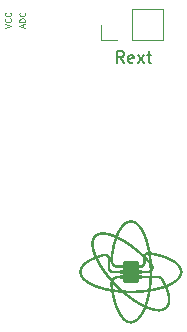
<source format=gto>
%TF.GenerationSoftware,KiCad,Pcbnew,(5.1.10)-1*%
%TF.CreationDate,2022-02-21T15:46:47+01:00*%
%TF.ProjectId,MovuinoShieldPressure,4d6f7675-696e-46f5-9368-69656c645072,1.0*%
%TF.SameCoordinates,Original*%
%TF.FileFunction,Legend,Top*%
%TF.FilePolarity,Positive*%
%FSLAX46Y46*%
G04 Gerber Fmt 4.6, Leading zero omitted, Abs format (unit mm)*
G04 Created by KiCad (PCBNEW (5.1.10)-1) date 2022-02-21 15:46:47*
%MOMM*%
%LPD*%
G01*
G04 APERTURE LIST*
%ADD10C,0.100000*%
%ADD11C,0.120000*%
%ADD12C,0.150000*%
G04 APERTURE END LIST*
D10*
X96083333Y-36819047D02*
X96083333Y-36580952D01*
X96226190Y-36866666D02*
X95726190Y-36700000D01*
X96226190Y-36533333D01*
X96226190Y-36366666D02*
X95726190Y-36366666D01*
X95726190Y-36247619D01*
X95750000Y-36176190D01*
X95797619Y-36128571D01*
X95845238Y-36104761D01*
X95940476Y-36080952D01*
X96011904Y-36080952D01*
X96107142Y-36104761D01*
X96154761Y-36128571D01*
X96202380Y-36176190D01*
X96226190Y-36247619D01*
X96226190Y-36366666D01*
X96178571Y-35580952D02*
X96202380Y-35604761D01*
X96226190Y-35676190D01*
X96226190Y-35723809D01*
X96202380Y-35795238D01*
X96154761Y-35842857D01*
X96107142Y-35866666D01*
X96011904Y-35890476D01*
X95940476Y-35890476D01*
X95845238Y-35866666D01*
X95797619Y-35842857D01*
X95750000Y-35795238D01*
X95726190Y-35723809D01*
X95726190Y-35676190D01*
X95750000Y-35604761D01*
X95773809Y-35580952D01*
X94526190Y-36866666D02*
X95026190Y-36700000D01*
X94526190Y-36533333D01*
X94978571Y-36080952D02*
X95002380Y-36104761D01*
X95026190Y-36176190D01*
X95026190Y-36223809D01*
X95002380Y-36295238D01*
X94954761Y-36342857D01*
X94907142Y-36366666D01*
X94811904Y-36390476D01*
X94740476Y-36390476D01*
X94645238Y-36366666D01*
X94597619Y-36342857D01*
X94550000Y-36295238D01*
X94526190Y-36223809D01*
X94526190Y-36176190D01*
X94550000Y-36104761D01*
X94573809Y-36080952D01*
X94978571Y-35580952D02*
X95002380Y-35604761D01*
X95026190Y-35676190D01*
X95026190Y-35723809D01*
X95002380Y-35795238D01*
X94954761Y-35842857D01*
X94907142Y-35866666D01*
X94811904Y-35890476D01*
X94740476Y-35890476D01*
X94645238Y-35866666D01*
X94597619Y-35842857D01*
X94550000Y-35795238D01*
X94526190Y-35723809D01*
X94526190Y-35676190D01*
X94550000Y-35604761D01*
X94573809Y-35580952D01*
%TO.C,U$8*%
G36*
X105281140Y-61911180D02*
G01*
X105078140Y-61911180D01*
X105078140Y-61904180D01*
X105281140Y-61904180D01*
X105281140Y-61911180D01*
G37*
G36*
X105323140Y-61904180D02*
G01*
X105029140Y-61904180D01*
X105029140Y-61897180D01*
X105323140Y-61897180D01*
X105323140Y-61904180D01*
G37*
G36*
X105358140Y-61897180D02*
G01*
X105001140Y-61897180D01*
X105001140Y-61890180D01*
X105358140Y-61890180D01*
X105358140Y-61897180D01*
G37*
G36*
X105386140Y-61890180D02*
G01*
X104966140Y-61890180D01*
X104966140Y-61883180D01*
X105386140Y-61883180D01*
X105386140Y-61890180D01*
G37*
G36*
X105414140Y-61883180D02*
G01*
X104945140Y-61883180D01*
X104945140Y-61876180D01*
X105414140Y-61876180D01*
X105414140Y-61883180D01*
G37*
G36*
X105435140Y-61876180D02*
G01*
X104924140Y-61876180D01*
X104924140Y-61869180D01*
X105435140Y-61869180D01*
X105435140Y-61876180D01*
G37*
G36*
X105456140Y-61869180D02*
G01*
X104903140Y-61869180D01*
X104903140Y-61862180D01*
X105456140Y-61862180D01*
X105456140Y-61869180D01*
G37*
G36*
X105470140Y-61862180D02*
G01*
X104882140Y-61862180D01*
X104882140Y-61855180D01*
X105470140Y-61855180D01*
X105470140Y-61862180D01*
G37*
G36*
X105491140Y-61855180D02*
G01*
X104861140Y-61855180D01*
X104861140Y-61848180D01*
X105491140Y-61848180D01*
X105491140Y-61855180D01*
G37*
G36*
X105505140Y-61848180D02*
G01*
X104847140Y-61848180D01*
X104847140Y-61841180D01*
X105505140Y-61841180D01*
X105505140Y-61848180D01*
G37*
G36*
X105526140Y-61841180D02*
G01*
X104833140Y-61841180D01*
X104833140Y-61834180D01*
X105526140Y-61834180D01*
X105526140Y-61841180D01*
G37*
G36*
X105540140Y-61834180D02*
G01*
X104819140Y-61834180D01*
X104819140Y-61827180D01*
X105540140Y-61827180D01*
X105540140Y-61834180D01*
G37*
G36*
X105554140Y-61827180D02*
G01*
X104805140Y-61827180D01*
X104805140Y-61820180D01*
X105554140Y-61820180D01*
X105554140Y-61827180D01*
G37*
G36*
X105568140Y-61820180D02*
G01*
X104791140Y-61820180D01*
X104791140Y-61813180D01*
X105568140Y-61813180D01*
X105568140Y-61820180D01*
G37*
G36*
X105582140Y-61813180D02*
G01*
X104777140Y-61813180D01*
X104777140Y-61806180D01*
X105582140Y-61806180D01*
X105582140Y-61813180D01*
G37*
G36*
X105596140Y-61806180D02*
G01*
X104763140Y-61806180D01*
X104763140Y-61799180D01*
X105596140Y-61799180D01*
X105596140Y-61806180D01*
G37*
G36*
X105610140Y-61799180D02*
G01*
X104749140Y-61799180D01*
X104749140Y-61792180D01*
X105610140Y-61792180D01*
X105610140Y-61799180D01*
G37*
G36*
X105617140Y-61792180D02*
G01*
X104735140Y-61792180D01*
X104735140Y-61785180D01*
X105617140Y-61785180D01*
X105617140Y-61792180D01*
G37*
G36*
X105631140Y-61785180D02*
G01*
X104728140Y-61785180D01*
X104728140Y-61778180D01*
X105631140Y-61778180D01*
X105631140Y-61785180D01*
G37*
G36*
X105645140Y-61778180D02*
G01*
X104714140Y-61778180D01*
X104714140Y-61771180D01*
X105645140Y-61771180D01*
X105645140Y-61778180D01*
G37*
G36*
X105652140Y-61771180D02*
G01*
X104700140Y-61771180D01*
X104700140Y-61764180D01*
X105652140Y-61764180D01*
X105652140Y-61771180D01*
G37*
G36*
X105666140Y-61764180D02*
G01*
X104693140Y-61764180D01*
X104693140Y-61757180D01*
X105666140Y-61757180D01*
X105666140Y-61764180D01*
G37*
G36*
X105673140Y-61757180D02*
G01*
X104679140Y-61757180D01*
X104679140Y-61750180D01*
X105673140Y-61750180D01*
X105673140Y-61757180D01*
G37*
G36*
X105687140Y-61750180D02*
G01*
X104672140Y-61750180D01*
X104672140Y-61743180D01*
X105687140Y-61743180D01*
X105687140Y-61750180D01*
G37*
G36*
X105694140Y-61743180D02*
G01*
X104658140Y-61743180D01*
X104658140Y-61736180D01*
X105694140Y-61736180D01*
X105694140Y-61743180D01*
G37*
G36*
X105708140Y-61736180D02*
G01*
X104651140Y-61736180D01*
X104651140Y-61729180D01*
X105708140Y-61729180D01*
X105708140Y-61736180D01*
G37*
G36*
X105715140Y-61729180D02*
G01*
X104644140Y-61729180D01*
X104644140Y-61722180D01*
X105715140Y-61722180D01*
X105715140Y-61729180D01*
G37*
G36*
X105722140Y-61722180D02*
G01*
X104630140Y-61722180D01*
X104630140Y-61715180D01*
X105722140Y-61715180D01*
X105722140Y-61722180D01*
G37*
G36*
X105736140Y-61715180D02*
G01*
X104623140Y-61715180D01*
X104623140Y-61708180D01*
X105736140Y-61708180D01*
X105736140Y-61715180D01*
G37*
G36*
X105743140Y-61708180D02*
G01*
X104616140Y-61708180D01*
X104616140Y-61701180D01*
X105743140Y-61701180D01*
X105743140Y-61708180D01*
G37*
G36*
X105750140Y-61701180D02*
G01*
X104602140Y-61701180D01*
X104602140Y-61694180D01*
X105750140Y-61694180D01*
X105750140Y-61701180D01*
G37*
G36*
X105757140Y-61694180D02*
G01*
X105246140Y-61694180D01*
X105246140Y-61687180D01*
X105757140Y-61687180D01*
X105757140Y-61694180D01*
G37*
G36*
X105113140Y-61694180D02*
G01*
X104595140Y-61694180D01*
X104595140Y-61687180D01*
X105113140Y-61687180D01*
X105113140Y-61694180D01*
G37*
G36*
X105771140Y-61687180D02*
G01*
X105288140Y-61687180D01*
X105288140Y-61680180D01*
X105771140Y-61680180D01*
X105771140Y-61687180D01*
G37*
G36*
X105071140Y-61687180D02*
G01*
X104588140Y-61687180D01*
X104588140Y-61680180D01*
X105071140Y-61680180D01*
X105071140Y-61687180D01*
G37*
G36*
X105778140Y-61680180D02*
G01*
X105323140Y-61680180D01*
X105323140Y-61673180D01*
X105778140Y-61673180D01*
X105778140Y-61680180D01*
G37*
G36*
X105036140Y-61680180D02*
G01*
X104581140Y-61680180D01*
X104581140Y-61673180D01*
X105036140Y-61673180D01*
X105036140Y-61680180D01*
G37*
G36*
X105785140Y-61673180D02*
G01*
X105344140Y-61673180D01*
X105344140Y-61666180D01*
X105785140Y-61666180D01*
X105785140Y-61673180D01*
G37*
G36*
X105015140Y-61673180D02*
G01*
X104567140Y-61673180D01*
X104567140Y-61666180D01*
X105015140Y-61666180D01*
X105015140Y-61673180D01*
G37*
G36*
X105792140Y-61666180D02*
G01*
X105365140Y-61666180D01*
X105365140Y-61659180D01*
X105792140Y-61659180D01*
X105792140Y-61666180D01*
G37*
G36*
X104994140Y-61666180D02*
G01*
X104560140Y-61666180D01*
X104560140Y-61659180D01*
X104994140Y-61659180D01*
X104994140Y-61666180D01*
G37*
G36*
X105799140Y-61659180D02*
G01*
X105386140Y-61659180D01*
X105386140Y-61652180D01*
X105799140Y-61652180D01*
X105799140Y-61659180D01*
G37*
G36*
X104973140Y-61659180D02*
G01*
X104553140Y-61659180D01*
X104553140Y-61652180D01*
X104973140Y-61652180D01*
X104973140Y-61659180D01*
G37*
G36*
X105813140Y-61652180D02*
G01*
X105407140Y-61652180D01*
X105407140Y-61645180D01*
X105813140Y-61645180D01*
X105813140Y-61652180D01*
G37*
G36*
X104952140Y-61652180D02*
G01*
X104546140Y-61652180D01*
X104546140Y-61645180D01*
X104952140Y-61645180D01*
X104952140Y-61652180D01*
G37*
G36*
X105820140Y-61645180D02*
G01*
X105421140Y-61645180D01*
X105421140Y-61638180D01*
X105820140Y-61638180D01*
X105820140Y-61645180D01*
G37*
G36*
X104938140Y-61645180D02*
G01*
X104539140Y-61645180D01*
X104539140Y-61638180D01*
X104938140Y-61638180D01*
X104938140Y-61645180D01*
G37*
G36*
X105827140Y-61638180D02*
G01*
X105442140Y-61638180D01*
X105442140Y-61631180D01*
X105827140Y-61631180D01*
X105827140Y-61638180D01*
G37*
G36*
X104924140Y-61638180D02*
G01*
X104532140Y-61638180D01*
X104532140Y-61631180D01*
X104924140Y-61631180D01*
X104924140Y-61638180D01*
G37*
G36*
X105834140Y-61631180D02*
G01*
X105456140Y-61631180D01*
X105456140Y-61624180D01*
X105834140Y-61624180D01*
X105834140Y-61631180D01*
G37*
G36*
X104903140Y-61631180D02*
G01*
X104525140Y-61631180D01*
X104525140Y-61624180D01*
X104903140Y-61624180D01*
X104903140Y-61631180D01*
G37*
G36*
X105841140Y-61624180D02*
G01*
X105470140Y-61624180D01*
X105470140Y-61617180D01*
X105841140Y-61617180D01*
X105841140Y-61624180D01*
G37*
G36*
X104889140Y-61624180D02*
G01*
X104518140Y-61624180D01*
X104518140Y-61617180D01*
X104889140Y-61617180D01*
X104889140Y-61624180D01*
G37*
G36*
X105848140Y-61617180D02*
G01*
X105484140Y-61617180D01*
X105484140Y-61610180D01*
X105848140Y-61610180D01*
X105848140Y-61617180D01*
G37*
G36*
X104882140Y-61617180D02*
G01*
X104511140Y-61617180D01*
X104511140Y-61610180D01*
X104882140Y-61610180D01*
X104882140Y-61617180D01*
G37*
G36*
X105855140Y-61610180D02*
G01*
X105491140Y-61610180D01*
X105491140Y-61603180D01*
X105855140Y-61603180D01*
X105855140Y-61610180D01*
G37*
G36*
X104868140Y-61610180D02*
G01*
X104497140Y-61610180D01*
X104497140Y-61603180D01*
X104868140Y-61603180D01*
X104868140Y-61610180D01*
G37*
G36*
X105862140Y-61603180D02*
G01*
X105505140Y-61603180D01*
X105505140Y-61596180D01*
X105862140Y-61596180D01*
X105862140Y-61603180D01*
G37*
G36*
X104854140Y-61603180D02*
G01*
X104490140Y-61603180D01*
X104490140Y-61596180D01*
X104854140Y-61596180D01*
X104854140Y-61603180D01*
G37*
G36*
X105869140Y-61596180D02*
G01*
X105519140Y-61596180D01*
X105519140Y-61589180D01*
X105869140Y-61589180D01*
X105869140Y-61596180D01*
G37*
G36*
X104840140Y-61596180D02*
G01*
X104483140Y-61596180D01*
X104483140Y-61589180D01*
X104840140Y-61589180D01*
X104840140Y-61596180D01*
G37*
G36*
X105876140Y-61589180D02*
G01*
X105526140Y-61589180D01*
X105526140Y-61582180D01*
X105876140Y-61582180D01*
X105876140Y-61589180D01*
G37*
G36*
X104833140Y-61589180D02*
G01*
X104476140Y-61589180D01*
X104476140Y-61582180D01*
X104833140Y-61582180D01*
X104833140Y-61589180D01*
G37*
G36*
X105883140Y-61582180D02*
G01*
X105540140Y-61582180D01*
X105540140Y-61575180D01*
X105883140Y-61575180D01*
X105883140Y-61582180D01*
G37*
G36*
X104819140Y-61582180D02*
G01*
X104469140Y-61582180D01*
X104469140Y-61575180D01*
X104819140Y-61575180D01*
X104819140Y-61582180D01*
G37*
G36*
X105890140Y-61575180D02*
G01*
X105547140Y-61575180D01*
X105547140Y-61568180D01*
X105890140Y-61568180D01*
X105890140Y-61575180D01*
G37*
G36*
X104805140Y-61575180D02*
G01*
X104462140Y-61575180D01*
X104462140Y-61568180D01*
X104805140Y-61568180D01*
X104805140Y-61575180D01*
G37*
G36*
X105897140Y-61568180D02*
G01*
X105561140Y-61568180D01*
X105561140Y-61561180D01*
X105897140Y-61561180D01*
X105897140Y-61568180D01*
G37*
G36*
X104798140Y-61568180D02*
G01*
X104455140Y-61568180D01*
X104455140Y-61561180D01*
X104798140Y-61561180D01*
X104798140Y-61568180D01*
G37*
G36*
X105904140Y-61561180D02*
G01*
X105568140Y-61561180D01*
X105568140Y-61554180D01*
X105904140Y-61554180D01*
X105904140Y-61561180D01*
G37*
G36*
X104791140Y-61561180D02*
G01*
X104448140Y-61561180D01*
X104448140Y-61554180D01*
X104791140Y-61554180D01*
X104791140Y-61561180D01*
G37*
G36*
X105911140Y-61554180D02*
G01*
X105582140Y-61554180D01*
X105582140Y-61547180D01*
X105911140Y-61547180D01*
X105911140Y-61554180D01*
G37*
G36*
X104777140Y-61554180D02*
G01*
X104441140Y-61554180D01*
X104441140Y-61547180D01*
X104777140Y-61547180D01*
X104777140Y-61554180D01*
G37*
G36*
X105918140Y-61547180D02*
G01*
X105589140Y-61547180D01*
X105589140Y-61540180D01*
X105918140Y-61540180D01*
X105918140Y-61547180D01*
G37*
G36*
X104770140Y-61547180D02*
G01*
X104441140Y-61547180D01*
X104441140Y-61540180D01*
X104770140Y-61540180D01*
X104770140Y-61547180D01*
G37*
G36*
X105925140Y-61540180D02*
G01*
X105603140Y-61540180D01*
X105603140Y-61533180D01*
X105925140Y-61533180D01*
X105925140Y-61540180D01*
G37*
G36*
X104756140Y-61540180D02*
G01*
X104434140Y-61540180D01*
X104434140Y-61533180D01*
X104756140Y-61533180D01*
X104756140Y-61540180D01*
G37*
G36*
X105932140Y-61533180D02*
G01*
X105610140Y-61533180D01*
X105610140Y-61526180D01*
X105932140Y-61526180D01*
X105932140Y-61533180D01*
G37*
G36*
X104749140Y-61533180D02*
G01*
X104427140Y-61533180D01*
X104427140Y-61526180D01*
X104749140Y-61526180D01*
X104749140Y-61533180D01*
G37*
G36*
X105939140Y-61526180D02*
G01*
X105617140Y-61526180D01*
X105617140Y-61519180D01*
X105939140Y-61519180D01*
X105939140Y-61526180D01*
G37*
G36*
X104742140Y-61526180D02*
G01*
X104420140Y-61526180D01*
X104420140Y-61519180D01*
X104742140Y-61519180D01*
X104742140Y-61526180D01*
G37*
G36*
X105946140Y-61519180D02*
G01*
X105624140Y-61519180D01*
X105624140Y-61512180D01*
X105946140Y-61512180D01*
X105946140Y-61519180D01*
G37*
G36*
X104735140Y-61519180D02*
G01*
X104413140Y-61519180D01*
X104413140Y-61512180D01*
X104735140Y-61512180D01*
X104735140Y-61519180D01*
G37*
G36*
X105953140Y-61512180D02*
G01*
X105638140Y-61512180D01*
X105638140Y-61505180D01*
X105953140Y-61505180D01*
X105953140Y-61512180D01*
G37*
G36*
X104721140Y-61512180D02*
G01*
X104406140Y-61512180D01*
X104406140Y-61505180D01*
X104721140Y-61505180D01*
X104721140Y-61512180D01*
G37*
G36*
X105953140Y-61505180D02*
G01*
X105645140Y-61505180D01*
X105645140Y-61498180D01*
X105953140Y-61498180D01*
X105953140Y-61505180D01*
G37*
G36*
X104714140Y-61505180D02*
G01*
X104399140Y-61505180D01*
X104399140Y-61498180D01*
X104714140Y-61498180D01*
X104714140Y-61505180D01*
G37*
G36*
X105960140Y-61498180D02*
G01*
X105652140Y-61498180D01*
X105652140Y-61491180D01*
X105960140Y-61491180D01*
X105960140Y-61498180D01*
G37*
G36*
X104707140Y-61498180D02*
G01*
X104392140Y-61498180D01*
X104392140Y-61491180D01*
X104707140Y-61491180D01*
X104707140Y-61498180D01*
G37*
G36*
X105967140Y-61491180D02*
G01*
X105659140Y-61491180D01*
X105659140Y-61484180D01*
X105967140Y-61484180D01*
X105967140Y-61491180D01*
G37*
G36*
X104700140Y-61491180D02*
G01*
X104385140Y-61491180D01*
X104385140Y-61484180D01*
X104700140Y-61484180D01*
X104700140Y-61491180D01*
G37*
G36*
X105974140Y-61484180D02*
G01*
X105666140Y-61484180D01*
X105666140Y-61477180D01*
X105974140Y-61477180D01*
X105974140Y-61484180D01*
G37*
G36*
X104693140Y-61484180D02*
G01*
X104378140Y-61484180D01*
X104378140Y-61477180D01*
X104693140Y-61477180D01*
X104693140Y-61484180D01*
G37*
G36*
X105981140Y-61477180D02*
G01*
X105673140Y-61477180D01*
X105673140Y-61470180D01*
X105981140Y-61470180D01*
X105981140Y-61477180D01*
G37*
G36*
X104686140Y-61477180D02*
G01*
X104378140Y-61477180D01*
X104378140Y-61470180D01*
X104686140Y-61470180D01*
X104686140Y-61477180D01*
G37*
G36*
X105988140Y-61470180D02*
G01*
X105687140Y-61470180D01*
X105687140Y-61463180D01*
X105988140Y-61463180D01*
X105988140Y-61470180D01*
G37*
G36*
X104672140Y-61470180D02*
G01*
X104371140Y-61470180D01*
X104371140Y-61463180D01*
X104672140Y-61463180D01*
X104672140Y-61470180D01*
G37*
G36*
X105995140Y-61463180D02*
G01*
X105694140Y-61463180D01*
X105694140Y-61456180D01*
X105995140Y-61456180D01*
X105995140Y-61463180D01*
G37*
G36*
X104665140Y-61463180D02*
G01*
X104364140Y-61463180D01*
X104364140Y-61456180D01*
X104665140Y-61456180D01*
X104665140Y-61463180D01*
G37*
G36*
X105995140Y-61456180D02*
G01*
X105701140Y-61456180D01*
X105701140Y-61449180D01*
X105995140Y-61449180D01*
X105995140Y-61456180D01*
G37*
G36*
X104658140Y-61456180D02*
G01*
X104357140Y-61456180D01*
X104357140Y-61449180D01*
X104658140Y-61449180D01*
X104658140Y-61456180D01*
G37*
G36*
X106002140Y-61449180D02*
G01*
X105708140Y-61449180D01*
X105708140Y-61442180D01*
X106002140Y-61442180D01*
X106002140Y-61449180D01*
G37*
G36*
X104651140Y-61449180D02*
G01*
X104350140Y-61449180D01*
X104350140Y-61442180D01*
X104651140Y-61442180D01*
X104651140Y-61449180D01*
G37*
G36*
X106009140Y-61442180D02*
G01*
X105715140Y-61442180D01*
X105715140Y-61435180D01*
X106009140Y-61435180D01*
X106009140Y-61442180D01*
G37*
G36*
X104644140Y-61442180D02*
G01*
X104343140Y-61442180D01*
X104343140Y-61435180D01*
X104644140Y-61435180D01*
X104644140Y-61442180D01*
G37*
G36*
X106016140Y-61435180D02*
G01*
X105722140Y-61435180D01*
X105722140Y-61428180D01*
X106016140Y-61428180D01*
X106016140Y-61435180D01*
G37*
G36*
X104637140Y-61435180D02*
G01*
X104343140Y-61435180D01*
X104343140Y-61428180D01*
X104637140Y-61428180D01*
X104637140Y-61435180D01*
G37*
G36*
X106023140Y-61428180D02*
G01*
X105729140Y-61428180D01*
X105729140Y-61421180D01*
X106023140Y-61421180D01*
X106023140Y-61428180D01*
G37*
G36*
X104630140Y-61428180D02*
G01*
X104336140Y-61428180D01*
X104336140Y-61421180D01*
X104630140Y-61421180D01*
X104630140Y-61428180D01*
G37*
G36*
X106030140Y-61421180D02*
G01*
X105736140Y-61421180D01*
X105736140Y-61414180D01*
X106030140Y-61414180D01*
X106030140Y-61421180D01*
G37*
G36*
X104623140Y-61421180D02*
G01*
X104329140Y-61421180D01*
X104329140Y-61414180D01*
X104623140Y-61414180D01*
X104623140Y-61421180D01*
G37*
G36*
X106030140Y-61414180D02*
G01*
X105743140Y-61414180D01*
X105743140Y-61407180D01*
X106030140Y-61407180D01*
X106030140Y-61414180D01*
G37*
G36*
X104616140Y-61414180D02*
G01*
X104322140Y-61414180D01*
X104322140Y-61407180D01*
X104616140Y-61407180D01*
X104616140Y-61414180D01*
G37*
G36*
X106037140Y-61407180D02*
G01*
X105750140Y-61407180D01*
X105750140Y-61400180D01*
X106037140Y-61400180D01*
X106037140Y-61407180D01*
G37*
G36*
X104609140Y-61407180D02*
G01*
X104315140Y-61407180D01*
X104315140Y-61400180D01*
X104609140Y-61400180D01*
X104609140Y-61407180D01*
G37*
G36*
X106044140Y-61400180D02*
G01*
X105757140Y-61400180D01*
X105757140Y-61393180D01*
X106044140Y-61393180D01*
X106044140Y-61400180D01*
G37*
G36*
X104602140Y-61400180D02*
G01*
X104315140Y-61400180D01*
X104315140Y-61393180D01*
X104602140Y-61393180D01*
X104602140Y-61400180D01*
G37*
G36*
X106051140Y-61393180D02*
G01*
X105764140Y-61393180D01*
X105764140Y-61386180D01*
X106051140Y-61386180D01*
X106051140Y-61393180D01*
G37*
G36*
X104595140Y-61393180D02*
G01*
X104308140Y-61393180D01*
X104308140Y-61386180D01*
X104595140Y-61386180D01*
X104595140Y-61393180D01*
G37*
G36*
X106051140Y-61386180D02*
G01*
X105771140Y-61386180D01*
X105771140Y-61379180D01*
X106051140Y-61379180D01*
X106051140Y-61386180D01*
G37*
G36*
X104588140Y-61386180D02*
G01*
X104301140Y-61386180D01*
X104301140Y-61379180D01*
X104588140Y-61379180D01*
X104588140Y-61386180D01*
G37*
G36*
X106058140Y-61379180D02*
G01*
X105778140Y-61379180D01*
X105778140Y-61372180D01*
X106058140Y-61372180D01*
X106058140Y-61379180D01*
G37*
G36*
X104588140Y-61379180D02*
G01*
X104294140Y-61379180D01*
X104294140Y-61372180D01*
X104588140Y-61372180D01*
X104588140Y-61379180D01*
G37*
G36*
X106065140Y-61372180D02*
G01*
X105778140Y-61372180D01*
X105778140Y-61365180D01*
X106065140Y-61365180D01*
X106065140Y-61372180D01*
G37*
G36*
X104581140Y-61372180D02*
G01*
X104294140Y-61372180D01*
X104294140Y-61365180D01*
X104581140Y-61365180D01*
X104581140Y-61372180D01*
G37*
G36*
X106072140Y-61365180D02*
G01*
X105785140Y-61365180D01*
X105785140Y-61358180D01*
X106072140Y-61358180D01*
X106072140Y-61365180D01*
G37*
G36*
X104574140Y-61365180D02*
G01*
X104287140Y-61365180D01*
X104287140Y-61358180D01*
X104574140Y-61358180D01*
X104574140Y-61365180D01*
G37*
G36*
X106072140Y-61358180D02*
G01*
X105792140Y-61358180D01*
X105792140Y-61351180D01*
X106072140Y-61351180D01*
X106072140Y-61358180D01*
G37*
G36*
X104567140Y-61358180D02*
G01*
X104280140Y-61358180D01*
X104280140Y-61351180D01*
X104567140Y-61351180D01*
X104567140Y-61358180D01*
G37*
G36*
X106079140Y-61351180D02*
G01*
X105799140Y-61351180D01*
X105799140Y-61344180D01*
X106079140Y-61344180D01*
X106079140Y-61351180D01*
G37*
G36*
X104560140Y-61351180D02*
G01*
X104273140Y-61351180D01*
X104273140Y-61344180D01*
X104560140Y-61344180D01*
X104560140Y-61351180D01*
G37*
G36*
X106086140Y-61344180D02*
G01*
X105806140Y-61344180D01*
X105806140Y-61337180D01*
X106086140Y-61337180D01*
X106086140Y-61344180D01*
G37*
G36*
X104553140Y-61344180D02*
G01*
X104273140Y-61344180D01*
X104273140Y-61337180D01*
X104553140Y-61337180D01*
X104553140Y-61344180D01*
G37*
G36*
X106086140Y-61337180D02*
G01*
X105813140Y-61337180D01*
X105813140Y-61330180D01*
X106086140Y-61330180D01*
X106086140Y-61337180D01*
G37*
G36*
X104546140Y-61337180D02*
G01*
X104266140Y-61337180D01*
X104266140Y-61330180D01*
X104546140Y-61330180D01*
X104546140Y-61337180D01*
G37*
G36*
X106093140Y-61330180D02*
G01*
X105820140Y-61330180D01*
X105820140Y-61323180D01*
X106093140Y-61323180D01*
X106093140Y-61330180D01*
G37*
G36*
X104539140Y-61330180D02*
G01*
X104259140Y-61330180D01*
X104259140Y-61323180D01*
X104539140Y-61323180D01*
X104539140Y-61330180D01*
G37*
G36*
X106100140Y-61323180D02*
G01*
X105820140Y-61323180D01*
X105820140Y-61316180D01*
X106100140Y-61316180D01*
X106100140Y-61323180D01*
G37*
G36*
X104539140Y-61323180D02*
G01*
X104259140Y-61323180D01*
X104259140Y-61316180D01*
X104539140Y-61316180D01*
X104539140Y-61323180D01*
G37*
G36*
X106107140Y-61316180D02*
G01*
X105827140Y-61316180D01*
X105827140Y-61309180D01*
X106107140Y-61309180D01*
X106107140Y-61316180D01*
G37*
G36*
X104532140Y-61316180D02*
G01*
X104252140Y-61316180D01*
X104252140Y-61309180D01*
X104532140Y-61309180D01*
X104532140Y-61316180D01*
G37*
G36*
X106107140Y-61309180D02*
G01*
X105834140Y-61309180D01*
X105834140Y-61302180D01*
X106107140Y-61302180D01*
X106107140Y-61309180D01*
G37*
G36*
X104525140Y-61309180D02*
G01*
X104245140Y-61309180D01*
X104245140Y-61302180D01*
X104525140Y-61302180D01*
X104525140Y-61309180D01*
G37*
G36*
X106114140Y-61302180D02*
G01*
X105841140Y-61302180D01*
X105841140Y-61295180D01*
X106114140Y-61295180D01*
X106114140Y-61302180D01*
G37*
G36*
X104518140Y-61302180D02*
G01*
X104245140Y-61302180D01*
X104245140Y-61295180D01*
X104518140Y-61295180D01*
X104518140Y-61302180D01*
G37*
G36*
X106121140Y-61295180D02*
G01*
X105848140Y-61295180D01*
X105848140Y-61288180D01*
X106121140Y-61288180D01*
X106121140Y-61295180D01*
G37*
G36*
X104511140Y-61295180D02*
G01*
X104238140Y-61295180D01*
X104238140Y-61288180D01*
X104511140Y-61288180D01*
X104511140Y-61295180D01*
G37*
G36*
X106121140Y-61288180D02*
G01*
X105848140Y-61288180D01*
X105848140Y-61281180D01*
X106121140Y-61281180D01*
X106121140Y-61288180D01*
G37*
G36*
X104511140Y-61288180D02*
G01*
X104231140Y-61288180D01*
X104231140Y-61281180D01*
X104511140Y-61281180D01*
X104511140Y-61288180D01*
G37*
G36*
X106128140Y-61281180D02*
G01*
X105855140Y-61281180D01*
X105855140Y-61274180D01*
X106128140Y-61274180D01*
X106128140Y-61281180D01*
G37*
G36*
X104504140Y-61281180D02*
G01*
X104224140Y-61281180D01*
X104224140Y-61274180D01*
X104504140Y-61274180D01*
X104504140Y-61281180D01*
G37*
G36*
X106135140Y-61274180D02*
G01*
X105862140Y-61274180D01*
X105862140Y-61267180D01*
X106135140Y-61267180D01*
X106135140Y-61274180D01*
G37*
G36*
X104497140Y-61274180D02*
G01*
X104224140Y-61274180D01*
X104224140Y-61267180D01*
X104497140Y-61267180D01*
X104497140Y-61274180D01*
G37*
G36*
X106135140Y-61267180D02*
G01*
X105869140Y-61267180D01*
X105869140Y-61260180D01*
X106135140Y-61260180D01*
X106135140Y-61267180D01*
G37*
G36*
X104490140Y-61267180D02*
G01*
X104217140Y-61267180D01*
X104217140Y-61260180D01*
X104490140Y-61260180D01*
X104490140Y-61267180D01*
G37*
G36*
X106142140Y-61260180D02*
G01*
X105876140Y-61260180D01*
X105876140Y-61253180D01*
X106142140Y-61253180D01*
X106142140Y-61260180D01*
G37*
G36*
X104490140Y-61260180D02*
G01*
X104210140Y-61260180D01*
X104210140Y-61253180D01*
X104490140Y-61253180D01*
X104490140Y-61260180D01*
G37*
G36*
X106149140Y-61253180D02*
G01*
X105876140Y-61253180D01*
X105876140Y-61246180D01*
X106149140Y-61246180D01*
X106149140Y-61253180D01*
G37*
G36*
X104483140Y-61253180D02*
G01*
X104210140Y-61253180D01*
X104210140Y-61246180D01*
X104483140Y-61246180D01*
X104483140Y-61253180D01*
G37*
G36*
X106149140Y-61246180D02*
G01*
X105883140Y-61246180D01*
X105883140Y-61239180D01*
X106149140Y-61239180D01*
X106149140Y-61246180D01*
G37*
G36*
X104476140Y-61246180D02*
G01*
X104203140Y-61246180D01*
X104203140Y-61239180D01*
X104476140Y-61239180D01*
X104476140Y-61246180D01*
G37*
G36*
X106156140Y-61239180D02*
G01*
X105890140Y-61239180D01*
X105890140Y-61232180D01*
X106156140Y-61232180D01*
X106156140Y-61239180D01*
G37*
G36*
X104469140Y-61239180D02*
G01*
X104196140Y-61239180D01*
X104196140Y-61232180D01*
X104469140Y-61232180D01*
X104469140Y-61239180D01*
G37*
G36*
X106163140Y-61232180D02*
G01*
X105897140Y-61232180D01*
X105897140Y-61225180D01*
X106163140Y-61225180D01*
X106163140Y-61232180D01*
G37*
G36*
X104469140Y-61232180D02*
G01*
X104196140Y-61232180D01*
X104196140Y-61225180D01*
X104469140Y-61225180D01*
X104469140Y-61232180D01*
G37*
G36*
X106163140Y-61225180D02*
G01*
X105897140Y-61225180D01*
X105897140Y-61218180D01*
X106163140Y-61218180D01*
X106163140Y-61225180D01*
G37*
G36*
X104462140Y-61225180D02*
G01*
X104189140Y-61225180D01*
X104189140Y-61218180D01*
X104462140Y-61218180D01*
X104462140Y-61225180D01*
G37*
G36*
X106170140Y-61218180D02*
G01*
X105904140Y-61218180D01*
X105904140Y-61211180D01*
X106170140Y-61211180D01*
X106170140Y-61218180D01*
G37*
G36*
X104455140Y-61218180D02*
G01*
X104189140Y-61218180D01*
X104189140Y-61211180D01*
X104455140Y-61211180D01*
X104455140Y-61218180D01*
G37*
G36*
X106177140Y-61211180D02*
G01*
X105911140Y-61211180D01*
X105911140Y-61204180D01*
X106177140Y-61204180D01*
X106177140Y-61211180D01*
G37*
G36*
X104448140Y-61211180D02*
G01*
X104182140Y-61211180D01*
X104182140Y-61204180D01*
X104448140Y-61204180D01*
X104448140Y-61211180D01*
G37*
G36*
X106177140Y-61204180D02*
G01*
X105911140Y-61204180D01*
X105911140Y-61197180D01*
X106177140Y-61197180D01*
X106177140Y-61204180D01*
G37*
G36*
X104448140Y-61204180D02*
G01*
X104175140Y-61204180D01*
X104175140Y-61197180D01*
X104448140Y-61197180D01*
X104448140Y-61204180D01*
G37*
G36*
X106184140Y-61197180D02*
G01*
X105918140Y-61197180D01*
X105918140Y-61190180D01*
X106184140Y-61190180D01*
X106184140Y-61197180D01*
G37*
G36*
X104441140Y-61197180D02*
G01*
X104175140Y-61197180D01*
X104175140Y-61190180D01*
X104441140Y-61190180D01*
X104441140Y-61197180D01*
G37*
G36*
X106184140Y-61190180D02*
G01*
X105925140Y-61190180D01*
X105925140Y-61183180D01*
X106184140Y-61183180D01*
X106184140Y-61190180D01*
G37*
G36*
X104434140Y-61190180D02*
G01*
X104168140Y-61190180D01*
X104168140Y-61183180D01*
X104434140Y-61183180D01*
X104434140Y-61190180D01*
G37*
G36*
X106191140Y-61183180D02*
G01*
X105925140Y-61183180D01*
X105925140Y-61176180D01*
X106191140Y-61176180D01*
X106191140Y-61183180D01*
G37*
G36*
X104434140Y-61183180D02*
G01*
X104161140Y-61183180D01*
X104161140Y-61176180D01*
X104434140Y-61176180D01*
X104434140Y-61183180D01*
G37*
G36*
X106198140Y-61176180D02*
G01*
X105932140Y-61176180D01*
X105932140Y-61169180D01*
X106198140Y-61169180D01*
X106198140Y-61176180D01*
G37*
G36*
X104427140Y-61176180D02*
G01*
X104161140Y-61176180D01*
X104161140Y-61169180D01*
X104427140Y-61169180D01*
X104427140Y-61176180D01*
G37*
G36*
X106198140Y-61169180D02*
G01*
X105939140Y-61169180D01*
X105939140Y-61162180D01*
X106198140Y-61162180D01*
X106198140Y-61169180D01*
G37*
G36*
X104420140Y-61169180D02*
G01*
X104154140Y-61169180D01*
X104154140Y-61162180D01*
X104420140Y-61162180D01*
X104420140Y-61169180D01*
G37*
G36*
X106205140Y-61162180D02*
G01*
X105939140Y-61162180D01*
X105939140Y-61155180D01*
X106205140Y-61155180D01*
X106205140Y-61162180D01*
G37*
G36*
X104420140Y-61162180D02*
G01*
X104154140Y-61162180D01*
X104154140Y-61155180D01*
X104420140Y-61155180D01*
X104420140Y-61162180D01*
G37*
G36*
X106212140Y-61155180D02*
G01*
X105946140Y-61155180D01*
X105946140Y-61148180D01*
X106212140Y-61148180D01*
X106212140Y-61155180D01*
G37*
G36*
X104413140Y-61155180D02*
G01*
X104147140Y-61155180D01*
X104147140Y-61148180D01*
X104413140Y-61148180D01*
X104413140Y-61155180D01*
G37*
G36*
X106212140Y-61148180D02*
G01*
X105953140Y-61148180D01*
X105953140Y-61141180D01*
X106212140Y-61141180D01*
X106212140Y-61148180D01*
G37*
G36*
X104406140Y-61148180D02*
G01*
X104140140Y-61148180D01*
X104140140Y-61141180D01*
X104406140Y-61141180D01*
X104406140Y-61148180D01*
G37*
G36*
X106219140Y-61141180D02*
G01*
X105953140Y-61141180D01*
X105953140Y-61134180D01*
X106219140Y-61134180D01*
X106219140Y-61141180D01*
G37*
G36*
X104406140Y-61141180D02*
G01*
X104140140Y-61141180D01*
X104140140Y-61134180D01*
X104406140Y-61134180D01*
X104406140Y-61141180D01*
G37*
G36*
X106219140Y-61134180D02*
G01*
X105960140Y-61134180D01*
X105960140Y-61127180D01*
X106219140Y-61127180D01*
X106219140Y-61134180D01*
G37*
G36*
X104399140Y-61134180D02*
G01*
X104133140Y-61134180D01*
X104133140Y-61127180D01*
X104399140Y-61127180D01*
X104399140Y-61134180D01*
G37*
G36*
X106226140Y-61127180D02*
G01*
X105967140Y-61127180D01*
X105967140Y-61120180D01*
X106226140Y-61120180D01*
X106226140Y-61127180D01*
G37*
G36*
X104392140Y-61127180D02*
G01*
X104133140Y-61127180D01*
X104133140Y-61120180D01*
X104392140Y-61120180D01*
X104392140Y-61127180D01*
G37*
G36*
X106226140Y-61120180D02*
G01*
X105967140Y-61120180D01*
X105967140Y-61113180D01*
X106226140Y-61113180D01*
X106226140Y-61120180D01*
G37*
G36*
X104392140Y-61120180D02*
G01*
X104126140Y-61120180D01*
X104126140Y-61113180D01*
X104392140Y-61113180D01*
X104392140Y-61120180D01*
G37*
G36*
X106233140Y-61113180D02*
G01*
X105974140Y-61113180D01*
X105974140Y-61106180D01*
X106233140Y-61106180D01*
X106233140Y-61113180D01*
G37*
G36*
X104385140Y-61113180D02*
G01*
X104119140Y-61113180D01*
X104119140Y-61106180D01*
X104385140Y-61106180D01*
X104385140Y-61113180D01*
G37*
G36*
X106240140Y-61106180D02*
G01*
X105981140Y-61106180D01*
X105981140Y-61099180D01*
X106240140Y-61099180D01*
X106240140Y-61106180D01*
G37*
G36*
X104378140Y-61106180D02*
G01*
X104119140Y-61106180D01*
X104119140Y-61099180D01*
X104378140Y-61099180D01*
X104378140Y-61106180D01*
G37*
G36*
X106240140Y-61099180D02*
G01*
X105981140Y-61099180D01*
X105981140Y-61092180D01*
X106240140Y-61092180D01*
X106240140Y-61099180D01*
G37*
G36*
X104378140Y-61099180D02*
G01*
X104112140Y-61099180D01*
X104112140Y-61092180D01*
X104378140Y-61092180D01*
X104378140Y-61099180D01*
G37*
G36*
X106247140Y-61092180D02*
G01*
X105988140Y-61092180D01*
X105988140Y-61085180D01*
X106247140Y-61085180D01*
X106247140Y-61092180D01*
G37*
G36*
X104371140Y-61092180D02*
G01*
X104112140Y-61092180D01*
X104112140Y-61085180D01*
X104371140Y-61085180D01*
X104371140Y-61092180D01*
G37*
G36*
X106247140Y-61085180D02*
G01*
X105995140Y-61085180D01*
X105995140Y-61078180D01*
X106247140Y-61078180D01*
X106247140Y-61085180D01*
G37*
G36*
X104364140Y-61085180D02*
G01*
X104105140Y-61085180D01*
X104105140Y-61078180D01*
X104364140Y-61078180D01*
X104364140Y-61085180D01*
G37*
G36*
X106254140Y-61078180D02*
G01*
X105995140Y-61078180D01*
X105995140Y-61071180D01*
X106254140Y-61071180D01*
X106254140Y-61078180D01*
G37*
G36*
X104364140Y-61078180D02*
G01*
X104105140Y-61078180D01*
X104105140Y-61071180D01*
X104364140Y-61071180D01*
X104364140Y-61078180D01*
G37*
G36*
X106254140Y-61071180D02*
G01*
X106002140Y-61071180D01*
X106002140Y-61064180D01*
X106254140Y-61064180D01*
X106254140Y-61071180D01*
G37*
G36*
X104357140Y-61071180D02*
G01*
X104098140Y-61071180D01*
X104098140Y-61064180D01*
X104357140Y-61064180D01*
X104357140Y-61071180D01*
G37*
G36*
X106261140Y-61064180D02*
G01*
X106002140Y-61064180D01*
X106002140Y-61057180D01*
X106261140Y-61057180D01*
X106261140Y-61064180D01*
G37*
G36*
X104357140Y-61064180D02*
G01*
X104098140Y-61064180D01*
X104098140Y-61057180D01*
X104357140Y-61057180D01*
X104357140Y-61064180D01*
G37*
G36*
X106268140Y-61057180D02*
G01*
X106009140Y-61057180D01*
X106009140Y-61050180D01*
X106268140Y-61050180D01*
X106268140Y-61057180D01*
G37*
G36*
X104350140Y-61057180D02*
G01*
X104091140Y-61057180D01*
X104091140Y-61050180D01*
X104350140Y-61050180D01*
X104350140Y-61057180D01*
G37*
G36*
X106268140Y-61050180D02*
G01*
X106016140Y-61050180D01*
X106016140Y-61043180D01*
X106268140Y-61043180D01*
X106268140Y-61050180D01*
G37*
G36*
X104343140Y-61050180D02*
G01*
X104084140Y-61050180D01*
X104084140Y-61043180D01*
X104343140Y-61043180D01*
X104343140Y-61050180D01*
G37*
G36*
X106275140Y-61043180D02*
G01*
X106016140Y-61043180D01*
X106016140Y-61036180D01*
X106275140Y-61036180D01*
X106275140Y-61043180D01*
G37*
G36*
X104343140Y-61043180D02*
G01*
X104084140Y-61043180D01*
X104084140Y-61036180D01*
X104343140Y-61036180D01*
X104343140Y-61043180D01*
G37*
G36*
X106275140Y-61036180D02*
G01*
X106023140Y-61036180D01*
X106023140Y-61029180D01*
X106275140Y-61029180D01*
X106275140Y-61036180D01*
G37*
G36*
X104336140Y-61036180D02*
G01*
X104077140Y-61036180D01*
X104077140Y-61029180D01*
X104336140Y-61029180D01*
X104336140Y-61036180D01*
G37*
G36*
X106282140Y-61029180D02*
G01*
X106023140Y-61029180D01*
X106023140Y-61022180D01*
X106282140Y-61022180D01*
X106282140Y-61029180D01*
G37*
G36*
X104336140Y-61029180D02*
G01*
X104077140Y-61029180D01*
X104077140Y-61022180D01*
X104336140Y-61022180D01*
X104336140Y-61029180D01*
G37*
G36*
X106282140Y-61022180D02*
G01*
X106030140Y-61022180D01*
X106030140Y-61015180D01*
X106282140Y-61015180D01*
X106282140Y-61022180D01*
G37*
G36*
X104329140Y-61022180D02*
G01*
X104070140Y-61022180D01*
X104070140Y-61015180D01*
X104329140Y-61015180D01*
X104329140Y-61022180D01*
G37*
G36*
X106289140Y-61015180D02*
G01*
X106037140Y-61015180D01*
X106037140Y-61008180D01*
X106289140Y-61008180D01*
X106289140Y-61015180D01*
G37*
G36*
X104322140Y-61015180D02*
G01*
X104070140Y-61015180D01*
X104070140Y-61008180D01*
X104322140Y-61008180D01*
X104322140Y-61015180D01*
G37*
G36*
X106289140Y-61008180D02*
G01*
X106037140Y-61008180D01*
X106037140Y-61001180D01*
X106289140Y-61001180D01*
X106289140Y-61008180D01*
G37*
G36*
X104322140Y-61008180D02*
G01*
X104063140Y-61008180D01*
X104063140Y-61001180D01*
X104322140Y-61001180D01*
X104322140Y-61008180D01*
G37*
G36*
X106296140Y-61001180D02*
G01*
X106044140Y-61001180D01*
X106044140Y-60994180D01*
X106296140Y-60994180D01*
X106296140Y-61001180D01*
G37*
G36*
X104315140Y-61001180D02*
G01*
X104063140Y-61001180D01*
X104063140Y-60994180D01*
X104315140Y-60994180D01*
X104315140Y-61001180D01*
G37*
G36*
X106296140Y-60994180D02*
G01*
X106044140Y-60994180D01*
X106044140Y-60987180D01*
X106296140Y-60987180D01*
X106296140Y-60994180D01*
G37*
G36*
X104315140Y-60994180D02*
G01*
X104056140Y-60994180D01*
X104056140Y-60987180D01*
X104315140Y-60987180D01*
X104315140Y-60994180D01*
G37*
G36*
X106303140Y-60987180D02*
G01*
X106051140Y-60987180D01*
X106051140Y-60980180D01*
X106303140Y-60980180D01*
X106303140Y-60987180D01*
G37*
G36*
X104308140Y-60987180D02*
G01*
X104056140Y-60987180D01*
X104056140Y-60980180D01*
X104308140Y-60980180D01*
X104308140Y-60987180D01*
G37*
G36*
X106303140Y-60980180D02*
G01*
X106051140Y-60980180D01*
X106051140Y-60973180D01*
X106303140Y-60973180D01*
X106303140Y-60980180D01*
G37*
G36*
X104308140Y-60980180D02*
G01*
X104049140Y-60980180D01*
X104049140Y-60973180D01*
X104308140Y-60973180D01*
X104308140Y-60980180D01*
G37*
G36*
X106310140Y-60973180D02*
G01*
X106058140Y-60973180D01*
X106058140Y-60966180D01*
X106310140Y-60966180D01*
X106310140Y-60973180D01*
G37*
G36*
X104301140Y-60973180D02*
G01*
X104049140Y-60973180D01*
X104049140Y-60966180D01*
X104301140Y-60966180D01*
X104301140Y-60973180D01*
G37*
G36*
X106310140Y-60966180D02*
G01*
X106058140Y-60966180D01*
X106058140Y-60959180D01*
X106310140Y-60959180D01*
X106310140Y-60966180D01*
G37*
G36*
X104294140Y-60966180D02*
G01*
X104042140Y-60966180D01*
X104042140Y-60959180D01*
X104294140Y-60959180D01*
X104294140Y-60966180D01*
G37*
G36*
X106317140Y-60959180D02*
G01*
X106065140Y-60959180D01*
X106065140Y-60952180D01*
X106317140Y-60952180D01*
X106317140Y-60959180D01*
G37*
G36*
X104294140Y-60959180D02*
G01*
X104042140Y-60959180D01*
X104042140Y-60952180D01*
X104294140Y-60952180D01*
X104294140Y-60959180D01*
G37*
G36*
X106317140Y-60952180D02*
G01*
X106072140Y-60952180D01*
X106072140Y-60945180D01*
X106317140Y-60945180D01*
X106317140Y-60952180D01*
G37*
G36*
X104287140Y-60952180D02*
G01*
X104035140Y-60952180D01*
X104035140Y-60945180D01*
X104287140Y-60945180D01*
X104287140Y-60952180D01*
G37*
G36*
X106324140Y-60945180D02*
G01*
X106072140Y-60945180D01*
X106072140Y-60938180D01*
X106324140Y-60938180D01*
X106324140Y-60945180D01*
G37*
G36*
X104287140Y-60945180D02*
G01*
X104035140Y-60945180D01*
X104035140Y-60938180D01*
X104287140Y-60938180D01*
X104287140Y-60945180D01*
G37*
G36*
X106331140Y-60938180D02*
G01*
X106079140Y-60938180D01*
X106079140Y-60931180D01*
X106331140Y-60931180D01*
X106331140Y-60938180D01*
G37*
G36*
X104280140Y-60938180D02*
G01*
X104028140Y-60938180D01*
X104028140Y-60931180D01*
X104280140Y-60931180D01*
X104280140Y-60938180D01*
G37*
G36*
X106331140Y-60931180D02*
G01*
X106079140Y-60931180D01*
X106079140Y-60924180D01*
X106331140Y-60924180D01*
X106331140Y-60931180D01*
G37*
G36*
X104280140Y-60931180D02*
G01*
X104028140Y-60931180D01*
X104028140Y-60924180D01*
X104280140Y-60924180D01*
X104280140Y-60931180D01*
G37*
G36*
X106338140Y-60924180D02*
G01*
X106086140Y-60924180D01*
X106086140Y-60917180D01*
X106338140Y-60917180D01*
X106338140Y-60924180D01*
G37*
G36*
X104273140Y-60924180D02*
G01*
X104021140Y-60924180D01*
X104021140Y-60917180D01*
X104273140Y-60917180D01*
X104273140Y-60924180D01*
G37*
G36*
X106338140Y-60917180D02*
G01*
X106086140Y-60917180D01*
X106086140Y-60910180D01*
X106338140Y-60910180D01*
X106338140Y-60917180D01*
G37*
G36*
X104273140Y-60917180D02*
G01*
X104021140Y-60917180D01*
X104021140Y-60910180D01*
X104273140Y-60910180D01*
X104273140Y-60917180D01*
G37*
G36*
X106345140Y-60910180D02*
G01*
X106093140Y-60910180D01*
X106093140Y-60903180D01*
X106345140Y-60903180D01*
X106345140Y-60910180D01*
G37*
G36*
X104266140Y-60910180D02*
G01*
X104014140Y-60910180D01*
X104014140Y-60903180D01*
X104266140Y-60903180D01*
X104266140Y-60910180D01*
G37*
G36*
X106345140Y-60903180D02*
G01*
X106093140Y-60903180D01*
X106093140Y-60896180D01*
X106345140Y-60896180D01*
X106345140Y-60903180D01*
G37*
G36*
X104266140Y-60903180D02*
G01*
X104014140Y-60903180D01*
X104014140Y-60896180D01*
X104266140Y-60896180D01*
X104266140Y-60903180D01*
G37*
G36*
X107626140Y-60896180D02*
G01*
X107451140Y-60896180D01*
X107451140Y-60889180D01*
X107626140Y-60889180D01*
X107626140Y-60896180D01*
G37*
G36*
X106345140Y-60896180D02*
G01*
X106100140Y-60896180D01*
X106100140Y-60889180D01*
X106345140Y-60889180D01*
X106345140Y-60896180D01*
G37*
G36*
X104259140Y-60896180D02*
G01*
X104007140Y-60896180D01*
X104007140Y-60889180D01*
X104259140Y-60889180D01*
X104259140Y-60896180D01*
G37*
G36*
X107710140Y-60889180D02*
G01*
X107360140Y-60889180D01*
X107360140Y-60882180D01*
X107710140Y-60882180D01*
X107710140Y-60889180D01*
G37*
G36*
X106352140Y-60889180D02*
G01*
X106100140Y-60889180D01*
X106100140Y-60882180D01*
X106352140Y-60882180D01*
X106352140Y-60889180D01*
G37*
G36*
X104259140Y-60889180D02*
G01*
X104007140Y-60889180D01*
X104007140Y-60882180D01*
X104259140Y-60882180D01*
X104259140Y-60889180D01*
G37*
G36*
X107759140Y-60882180D02*
G01*
X107297140Y-60882180D01*
X107297140Y-60875180D01*
X107759140Y-60875180D01*
X107759140Y-60882180D01*
G37*
G36*
X106352140Y-60882180D02*
G01*
X106107140Y-60882180D01*
X106107140Y-60875180D01*
X106352140Y-60875180D01*
X106352140Y-60882180D01*
G37*
G36*
X104252140Y-60882180D02*
G01*
X104000140Y-60882180D01*
X104000140Y-60875180D01*
X104252140Y-60875180D01*
X104252140Y-60882180D01*
G37*
G36*
X107801140Y-60875180D02*
G01*
X107248140Y-60875180D01*
X107248140Y-60868180D01*
X107801140Y-60868180D01*
X107801140Y-60875180D01*
G37*
G36*
X106359140Y-60875180D02*
G01*
X106107140Y-60875180D01*
X106107140Y-60868180D01*
X106359140Y-60868180D01*
X106359140Y-60875180D01*
G37*
G36*
X104245140Y-60875180D02*
G01*
X104000140Y-60875180D01*
X104000140Y-60868180D01*
X104245140Y-60868180D01*
X104245140Y-60875180D01*
G37*
G36*
X107836140Y-60868180D02*
G01*
X107206140Y-60868180D01*
X107206140Y-60861180D01*
X107836140Y-60861180D01*
X107836140Y-60868180D01*
G37*
G36*
X106359140Y-60868180D02*
G01*
X106114140Y-60868180D01*
X106114140Y-60861180D01*
X106359140Y-60861180D01*
X106359140Y-60868180D01*
G37*
G36*
X104245140Y-60868180D02*
G01*
X103993140Y-60868180D01*
X103993140Y-60861180D01*
X104245140Y-60861180D01*
X104245140Y-60868180D01*
G37*
G36*
X107864140Y-60861180D02*
G01*
X107164140Y-60861180D01*
X107164140Y-60854180D01*
X107864140Y-60854180D01*
X107864140Y-60861180D01*
G37*
G36*
X106366140Y-60861180D02*
G01*
X106114140Y-60861180D01*
X106114140Y-60854180D01*
X106366140Y-60854180D01*
X106366140Y-60861180D01*
G37*
G36*
X104238140Y-60861180D02*
G01*
X103993140Y-60861180D01*
X103993140Y-60854180D01*
X104238140Y-60854180D01*
X104238140Y-60861180D01*
G37*
G36*
X107892140Y-60854180D02*
G01*
X107129140Y-60854180D01*
X107129140Y-60847180D01*
X107892140Y-60847180D01*
X107892140Y-60854180D01*
G37*
G36*
X106366140Y-60854180D02*
G01*
X106121140Y-60854180D01*
X106121140Y-60847180D01*
X106366140Y-60847180D01*
X106366140Y-60854180D01*
G37*
G36*
X104238140Y-60854180D02*
G01*
X103986140Y-60854180D01*
X103986140Y-60847180D01*
X104238140Y-60847180D01*
X104238140Y-60854180D01*
G37*
G36*
X107913140Y-60847180D02*
G01*
X107094140Y-60847180D01*
X107094140Y-60840180D01*
X107913140Y-60840180D01*
X107913140Y-60847180D01*
G37*
G36*
X106373140Y-60847180D02*
G01*
X106121140Y-60847180D01*
X106121140Y-60840180D01*
X106373140Y-60840180D01*
X106373140Y-60847180D01*
G37*
G36*
X104231140Y-60847180D02*
G01*
X103986140Y-60847180D01*
X103986140Y-60840180D01*
X104231140Y-60840180D01*
X104231140Y-60847180D01*
G37*
G36*
X107934140Y-60840180D02*
G01*
X107066140Y-60840180D01*
X107066140Y-60833180D01*
X107934140Y-60833180D01*
X107934140Y-60840180D01*
G37*
G36*
X106373140Y-60840180D02*
G01*
X106128140Y-60840180D01*
X106128140Y-60833180D01*
X106373140Y-60833180D01*
X106373140Y-60840180D01*
G37*
G36*
X104231140Y-60840180D02*
G01*
X103979140Y-60840180D01*
X103979140Y-60833180D01*
X104231140Y-60833180D01*
X104231140Y-60840180D01*
G37*
G36*
X107955140Y-60833180D02*
G01*
X107038140Y-60833180D01*
X107038140Y-60826180D01*
X107955140Y-60826180D01*
X107955140Y-60833180D01*
G37*
G36*
X106380140Y-60833180D02*
G01*
X106128140Y-60833180D01*
X106128140Y-60826180D01*
X106380140Y-60826180D01*
X106380140Y-60833180D01*
G37*
G36*
X104224140Y-60833180D02*
G01*
X103979140Y-60833180D01*
X103979140Y-60826180D01*
X104224140Y-60826180D01*
X104224140Y-60833180D01*
G37*
G36*
X107976140Y-60826180D02*
G01*
X107010140Y-60826180D01*
X107010140Y-60819180D01*
X107976140Y-60819180D01*
X107976140Y-60826180D01*
G37*
G36*
X106380140Y-60826180D02*
G01*
X106135140Y-60826180D01*
X106135140Y-60819180D01*
X106380140Y-60819180D01*
X106380140Y-60826180D01*
G37*
G36*
X104224140Y-60826180D02*
G01*
X103972140Y-60826180D01*
X103972140Y-60819180D01*
X104224140Y-60819180D01*
X104224140Y-60826180D01*
G37*
G36*
X107997140Y-60819180D02*
G01*
X106982140Y-60819180D01*
X106982140Y-60812180D01*
X107997140Y-60812180D01*
X107997140Y-60819180D01*
G37*
G36*
X106387140Y-60819180D02*
G01*
X106135140Y-60819180D01*
X106135140Y-60812180D01*
X106387140Y-60812180D01*
X106387140Y-60819180D01*
G37*
G36*
X104217140Y-60819180D02*
G01*
X103972140Y-60819180D01*
X103972140Y-60812180D01*
X104217140Y-60812180D01*
X104217140Y-60819180D01*
G37*
G36*
X108011140Y-60812180D02*
G01*
X106954140Y-60812180D01*
X106954140Y-60805180D01*
X108011140Y-60805180D01*
X108011140Y-60812180D01*
G37*
G36*
X106387140Y-60812180D02*
G01*
X106142140Y-60812180D01*
X106142140Y-60805180D01*
X106387140Y-60805180D01*
X106387140Y-60812180D01*
G37*
G36*
X104217140Y-60812180D02*
G01*
X103965140Y-60812180D01*
X103965140Y-60805180D01*
X104217140Y-60805180D01*
X104217140Y-60812180D01*
G37*
G36*
X108025140Y-60805180D02*
G01*
X106926140Y-60805180D01*
X106926140Y-60798180D01*
X108025140Y-60798180D01*
X108025140Y-60805180D01*
G37*
G36*
X106394140Y-60805180D02*
G01*
X106142140Y-60805180D01*
X106142140Y-60798180D01*
X106394140Y-60798180D01*
X106394140Y-60805180D01*
G37*
G36*
X104210140Y-60805180D02*
G01*
X103965140Y-60805180D01*
X103965140Y-60798180D01*
X104210140Y-60798180D01*
X104210140Y-60805180D01*
G37*
G36*
X108046140Y-60798180D02*
G01*
X106905140Y-60798180D01*
X106905140Y-60791180D01*
X108046140Y-60791180D01*
X108046140Y-60798180D01*
G37*
G36*
X106394140Y-60798180D02*
G01*
X106149140Y-60798180D01*
X106149140Y-60791180D01*
X106394140Y-60791180D01*
X106394140Y-60798180D01*
G37*
G36*
X104210140Y-60798180D02*
G01*
X103958140Y-60798180D01*
X103958140Y-60791180D01*
X104210140Y-60791180D01*
X104210140Y-60798180D01*
G37*
G36*
X108060140Y-60791180D02*
G01*
X106877140Y-60791180D01*
X106877140Y-60784180D01*
X108060140Y-60784180D01*
X108060140Y-60791180D01*
G37*
G36*
X106401140Y-60791180D02*
G01*
X106149140Y-60791180D01*
X106149140Y-60784180D01*
X106401140Y-60784180D01*
X106401140Y-60791180D01*
G37*
G36*
X104210140Y-60791180D02*
G01*
X103958140Y-60791180D01*
X103958140Y-60784180D01*
X104210140Y-60784180D01*
X104210140Y-60791180D01*
G37*
G36*
X108074140Y-60784180D02*
G01*
X106856140Y-60784180D01*
X106856140Y-60777180D01*
X108074140Y-60777180D01*
X108074140Y-60784180D01*
G37*
G36*
X106401140Y-60784180D02*
G01*
X106156140Y-60784180D01*
X106156140Y-60777180D01*
X106401140Y-60777180D01*
X106401140Y-60784180D01*
G37*
G36*
X104203140Y-60784180D02*
G01*
X103958140Y-60784180D01*
X103958140Y-60777180D01*
X104203140Y-60777180D01*
X104203140Y-60784180D01*
G37*
G36*
X108081140Y-60777180D02*
G01*
X106835140Y-60777180D01*
X106835140Y-60770180D01*
X108081140Y-60770180D01*
X108081140Y-60777180D01*
G37*
G36*
X106401140Y-60777180D02*
G01*
X106156140Y-60777180D01*
X106156140Y-60770180D01*
X106401140Y-60770180D01*
X106401140Y-60777180D01*
G37*
G36*
X104203140Y-60777180D02*
G01*
X103951140Y-60777180D01*
X103951140Y-60770180D01*
X104203140Y-60770180D01*
X104203140Y-60777180D01*
G37*
G36*
X108095140Y-60770180D02*
G01*
X106807140Y-60770180D01*
X106807140Y-60763180D01*
X108095140Y-60763180D01*
X108095140Y-60770180D01*
G37*
G36*
X106408140Y-60770180D02*
G01*
X106163140Y-60770180D01*
X106163140Y-60763180D01*
X106408140Y-60763180D01*
X106408140Y-60770180D01*
G37*
G36*
X104196140Y-60770180D02*
G01*
X103951140Y-60770180D01*
X103951140Y-60763180D01*
X104196140Y-60763180D01*
X104196140Y-60770180D01*
G37*
G36*
X108109140Y-60763180D02*
G01*
X106786140Y-60763180D01*
X106786140Y-60756180D01*
X108109140Y-60756180D01*
X108109140Y-60763180D01*
G37*
G36*
X106408140Y-60763180D02*
G01*
X106163140Y-60763180D01*
X106163140Y-60756180D01*
X106408140Y-60756180D01*
X106408140Y-60763180D01*
G37*
G36*
X104196140Y-60763180D02*
G01*
X103944140Y-60763180D01*
X103944140Y-60756180D01*
X104196140Y-60756180D01*
X104196140Y-60763180D01*
G37*
G36*
X108123140Y-60756180D02*
G01*
X106765140Y-60756180D01*
X106765140Y-60749180D01*
X108123140Y-60749180D01*
X108123140Y-60756180D01*
G37*
G36*
X106415140Y-60756180D02*
G01*
X106170140Y-60756180D01*
X106170140Y-60749180D01*
X106415140Y-60749180D01*
X106415140Y-60756180D01*
G37*
G36*
X104189140Y-60756180D02*
G01*
X103944140Y-60756180D01*
X103944140Y-60749180D01*
X104189140Y-60749180D01*
X104189140Y-60756180D01*
G37*
G36*
X108130140Y-60749180D02*
G01*
X106744140Y-60749180D01*
X106744140Y-60742180D01*
X108130140Y-60742180D01*
X108130140Y-60749180D01*
G37*
G36*
X106415140Y-60749180D02*
G01*
X106170140Y-60749180D01*
X106170140Y-60742180D01*
X106415140Y-60742180D01*
X106415140Y-60749180D01*
G37*
G36*
X104189140Y-60749180D02*
G01*
X103937140Y-60749180D01*
X103937140Y-60742180D01*
X104189140Y-60742180D01*
X104189140Y-60749180D01*
G37*
G36*
X108144140Y-60742180D02*
G01*
X106723140Y-60742180D01*
X106723140Y-60735180D01*
X108144140Y-60735180D01*
X108144140Y-60742180D01*
G37*
G36*
X106422140Y-60742180D02*
G01*
X106177140Y-60742180D01*
X106177140Y-60735180D01*
X106422140Y-60735180D01*
X106422140Y-60742180D01*
G37*
G36*
X104182140Y-60742180D02*
G01*
X103937140Y-60742180D01*
X103937140Y-60735180D01*
X104182140Y-60735180D01*
X104182140Y-60742180D01*
G37*
G36*
X108151140Y-60735180D02*
G01*
X106709140Y-60735180D01*
X106709140Y-60728180D01*
X108151140Y-60728180D01*
X108151140Y-60735180D01*
G37*
G36*
X106422140Y-60735180D02*
G01*
X106177140Y-60735180D01*
X106177140Y-60728180D01*
X106422140Y-60728180D01*
X106422140Y-60735180D01*
G37*
G36*
X104182140Y-60735180D02*
G01*
X103937140Y-60735180D01*
X103937140Y-60728180D01*
X104182140Y-60728180D01*
X104182140Y-60735180D01*
G37*
G36*
X108165140Y-60728180D02*
G01*
X106688140Y-60728180D01*
X106688140Y-60721180D01*
X108165140Y-60721180D01*
X108165140Y-60728180D01*
G37*
G36*
X106429140Y-60728180D02*
G01*
X106177140Y-60728180D01*
X106177140Y-60721180D01*
X106429140Y-60721180D01*
X106429140Y-60728180D01*
G37*
G36*
X104175140Y-60728180D02*
G01*
X103930140Y-60728180D01*
X103930140Y-60721180D01*
X104175140Y-60721180D01*
X104175140Y-60728180D01*
G37*
G36*
X108172140Y-60721180D02*
G01*
X106667140Y-60721180D01*
X106667140Y-60714180D01*
X108172140Y-60714180D01*
X108172140Y-60721180D01*
G37*
G36*
X106429140Y-60721180D02*
G01*
X106184140Y-60721180D01*
X106184140Y-60714180D01*
X106429140Y-60714180D01*
X106429140Y-60721180D01*
G37*
G36*
X104175140Y-60721180D02*
G01*
X103930140Y-60721180D01*
X103930140Y-60714180D01*
X104175140Y-60714180D01*
X104175140Y-60721180D01*
G37*
G36*
X108186140Y-60714180D02*
G01*
X106646140Y-60714180D01*
X106646140Y-60707180D01*
X108186140Y-60707180D01*
X108186140Y-60714180D01*
G37*
G36*
X106429140Y-60714180D02*
G01*
X106184140Y-60714180D01*
X106184140Y-60707180D01*
X106429140Y-60707180D01*
X106429140Y-60714180D01*
G37*
G36*
X104168140Y-60714180D02*
G01*
X103923140Y-60714180D01*
X103923140Y-60707180D01*
X104168140Y-60707180D01*
X104168140Y-60714180D01*
G37*
G36*
X108193140Y-60707180D02*
G01*
X106632140Y-60707180D01*
X106632140Y-60700180D01*
X108193140Y-60700180D01*
X108193140Y-60707180D01*
G37*
G36*
X106436140Y-60707180D02*
G01*
X106191140Y-60707180D01*
X106191140Y-60700180D01*
X106436140Y-60700180D01*
X106436140Y-60707180D01*
G37*
G36*
X104168140Y-60707180D02*
G01*
X103923140Y-60707180D01*
X103923140Y-60700180D01*
X104168140Y-60700180D01*
X104168140Y-60707180D01*
G37*
G36*
X108200140Y-60700180D02*
G01*
X106611140Y-60700180D01*
X106611140Y-60693180D01*
X108200140Y-60693180D01*
X108200140Y-60700180D01*
G37*
G36*
X106436140Y-60700180D02*
G01*
X106191140Y-60700180D01*
X106191140Y-60693180D01*
X106436140Y-60693180D01*
X106436140Y-60700180D01*
G37*
G36*
X104161140Y-60700180D02*
G01*
X103916140Y-60700180D01*
X103916140Y-60693180D01*
X104161140Y-60693180D01*
X104161140Y-60700180D01*
G37*
G36*
X108207140Y-60693180D02*
G01*
X106590140Y-60693180D01*
X106590140Y-60686180D01*
X108207140Y-60686180D01*
X108207140Y-60693180D01*
G37*
G36*
X106443140Y-60693180D02*
G01*
X106198140Y-60693180D01*
X106198140Y-60686180D01*
X106443140Y-60686180D01*
X106443140Y-60693180D01*
G37*
G36*
X104161140Y-60693180D02*
G01*
X103916140Y-60693180D01*
X103916140Y-60686180D01*
X104161140Y-60686180D01*
X104161140Y-60693180D01*
G37*
G36*
X108221140Y-60686180D02*
G01*
X106576140Y-60686180D01*
X106576140Y-60679180D01*
X108221140Y-60679180D01*
X108221140Y-60686180D01*
G37*
G36*
X106443140Y-60686180D02*
G01*
X106198140Y-60686180D01*
X106198140Y-60679180D01*
X106443140Y-60679180D01*
X106443140Y-60686180D01*
G37*
G36*
X104161140Y-60686180D02*
G01*
X103916140Y-60686180D01*
X103916140Y-60679180D01*
X104161140Y-60679180D01*
X104161140Y-60686180D01*
G37*
G36*
X108228140Y-60679180D02*
G01*
X106555140Y-60679180D01*
X106555140Y-60672180D01*
X108228140Y-60672180D01*
X108228140Y-60679180D01*
G37*
G36*
X106450140Y-60679180D02*
G01*
X106205140Y-60679180D01*
X106205140Y-60672180D01*
X106450140Y-60672180D01*
X106450140Y-60679180D01*
G37*
G36*
X104154140Y-60679180D02*
G01*
X103909140Y-60679180D01*
X103909140Y-60672180D01*
X104154140Y-60672180D01*
X104154140Y-60679180D01*
G37*
G36*
X108235140Y-60672180D02*
G01*
X107661140Y-60672180D01*
X107661140Y-60665180D01*
X108235140Y-60665180D01*
X108235140Y-60672180D01*
G37*
G36*
X107409140Y-60672180D02*
G01*
X106541140Y-60672180D01*
X106541140Y-60665180D01*
X107409140Y-60665180D01*
X107409140Y-60672180D01*
G37*
G36*
X106450140Y-60672180D02*
G01*
X106205140Y-60672180D01*
X106205140Y-60665180D01*
X106450140Y-60665180D01*
X106450140Y-60672180D01*
G37*
G36*
X104154140Y-60672180D02*
G01*
X103909140Y-60672180D01*
X103909140Y-60665180D01*
X104154140Y-60665180D01*
X104154140Y-60672180D01*
G37*
G36*
X108242140Y-60665180D02*
G01*
X107717140Y-60665180D01*
X107717140Y-60658180D01*
X108242140Y-60658180D01*
X108242140Y-60665180D01*
G37*
G36*
X107346140Y-60665180D02*
G01*
X106520140Y-60665180D01*
X106520140Y-60658180D01*
X107346140Y-60658180D01*
X107346140Y-60665180D01*
G37*
G36*
X106450140Y-60665180D02*
G01*
X106212140Y-60665180D01*
X106212140Y-60658180D01*
X106450140Y-60658180D01*
X106450140Y-60665180D01*
G37*
G36*
X104147140Y-60665180D02*
G01*
X103902140Y-60665180D01*
X103902140Y-60658180D01*
X104147140Y-60658180D01*
X104147140Y-60665180D01*
G37*
G36*
X108249140Y-60658180D02*
G01*
X107759140Y-60658180D01*
X107759140Y-60651180D01*
X108249140Y-60651180D01*
X108249140Y-60658180D01*
G37*
G36*
X107290140Y-60658180D02*
G01*
X106506140Y-60658180D01*
X106506140Y-60651180D01*
X107290140Y-60651180D01*
X107290140Y-60658180D01*
G37*
G36*
X106457140Y-60658180D02*
G01*
X106212140Y-60658180D01*
X106212140Y-60651180D01*
X106457140Y-60651180D01*
X106457140Y-60658180D01*
G37*
G36*
X104147140Y-60658180D02*
G01*
X103902140Y-60658180D01*
X103902140Y-60651180D01*
X104147140Y-60651180D01*
X104147140Y-60658180D01*
G37*
G36*
X108256140Y-60651180D02*
G01*
X107794140Y-60651180D01*
X107794140Y-60644180D01*
X108256140Y-60644180D01*
X108256140Y-60651180D01*
G37*
G36*
X107248140Y-60651180D02*
G01*
X106485140Y-60651180D01*
X106485140Y-60644180D01*
X107248140Y-60644180D01*
X107248140Y-60651180D01*
G37*
G36*
X106457140Y-60651180D02*
G01*
X106212140Y-60651180D01*
X106212140Y-60644180D01*
X106457140Y-60644180D01*
X106457140Y-60651180D01*
G37*
G36*
X104140140Y-60651180D02*
G01*
X103895140Y-60651180D01*
X103895140Y-60644180D01*
X104140140Y-60644180D01*
X104140140Y-60651180D01*
G37*
G36*
X108263140Y-60644180D02*
G01*
X107822140Y-60644180D01*
X107822140Y-60637180D01*
X108263140Y-60637180D01*
X108263140Y-60644180D01*
G37*
G36*
X107206140Y-60644180D02*
G01*
X106471140Y-60644180D01*
X106471140Y-60637180D01*
X107206140Y-60637180D01*
X107206140Y-60644180D01*
G37*
G36*
X106464140Y-60644180D02*
G01*
X106219140Y-60644180D01*
X106219140Y-60637180D01*
X106464140Y-60637180D01*
X106464140Y-60644180D01*
G37*
G36*
X104140140Y-60644180D02*
G01*
X103895140Y-60644180D01*
X103895140Y-60637180D01*
X104140140Y-60637180D01*
X104140140Y-60644180D01*
G37*
G36*
X108270140Y-60637180D02*
G01*
X107843140Y-60637180D01*
X107843140Y-60630180D01*
X108270140Y-60630180D01*
X108270140Y-60637180D01*
G37*
G36*
X107171140Y-60637180D02*
G01*
X106219140Y-60637180D01*
X106219140Y-60630180D01*
X107171140Y-60630180D01*
X107171140Y-60637180D01*
G37*
G36*
X104133140Y-60637180D02*
G01*
X103895140Y-60637180D01*
X103895140Y-60630180D01*
X104133140Y-60630180D01*
X104133140Y-60637180D01*
G37*
G36*
X108277140Y-60630180D02*
G01*
X107864140Y-60630180D01*
X107864140Y-60623180D01*
X108277140Y-60623180D01*
X108277140Y-60630180D01*
G37*
G36*
X107136140Y-60630180D02*
G01*
X106226140Y-60630180D01*
X106226140Y-60623180D01*
X107136140Y-60623180D01*
X107136140Y-60630180D01*
G37*
G36*
X104133140Y-60630180D02*
G01*
X103888140Y-60630180D01*
X103888140Y-60623180D01*
X104133140Y-60623180D01*
X104133140Y-60630180D01*
G37*
G36*
X108284140Y-60623180D02*
G01*
X107885140Y-60623180D01*
X107885140Y-60616180D01*
X108284140Y-60616180D01*
X108284140Y-60623180D01*
G37*
G36*
X107108140Y-60623180D02*
G01*
X106226140Y-60623180D01*
X106226140Y-60616180D01*
X107108140Y-60616180D01*
X107108140Y-60623180D01*
G37*
G36*
X104133140Y-60623180D02*
G01*
X103888140Y-60623180D01*
X103888140Y-60616180D01*
X104133140Y-60616180D01*
X104133140Y-60623180D01*
G37*
G36*
X108291140Y-60616180D02*
G01*
X107906140Y-60616180D01*
X107906140Y-60609180D01*
X108291140Y-60609180D01*
X108291140Y-60616180D01*
G37*
G36*
X107080140Y-60616180D02*
G01*
X106233140Y-60616180D01*
X106233140Y-60609180D01*
X107080140Y-60609180D01*
X107080140Y-60616180D01*
G37*
G36*
X104126140Y-60616180D02*
G01*
X103881140Y-60616180D01*
X103881140Y-60609180D01*
X104126140Y-60609180D01*
X104126140Y-60616180D01*
G37*
G36*
X108298140Y-60609180D02*
G01*
X107920140Y-60609180D01*
X107920140Y-60602180D01*
X108298140Y-60602180D01*
X108298140Y-60609180D01*
G37*
G36*
X107052140Y-60609180D02*
G01*
X106233140Y-60609180D01*
X106233140Y-60602180D01*
X107052140Y-60602180D01*
X107052140Y-60609180D01*
G37*
G36*
X104126140Y-60609180D02*
G01*
X103881140Y-60609180D01*
X103881140Y-60602180D01*
X104126140Y-60602180D01*
X104126140Y-60609180D01*
G37*
G36*
X108305140Y-60602180D02*
G01*
X107934140Y-60602180D01*
X107934140Y-60595180D01*
X108305140Y-60595180D01*
X108305140Y-60602180D01*
G37*
G36*
X107024140Y-60602180D02*
G01*
X106233140Y-60602180D01*
X106233140Y-60595180D01*
X107024140Y-60595180D01*
X107024140Y-60602180D01*
G37*
G36*
X104119140Y-60602180D02*
G01*
X103881140Y-60602180D01*
X103881140Y-60595180D01*
X104119140Y-60595180D01*
X104119140Y-60602180D01*
G37*
G36*
X108312140Y-60595180D02*
G01*
X107955140Y-60595180D01*
X107955140Y-60588180D01*
X108312140Y-60588180D01*
X108312140Y-60595180D01*
G37*
G36*
X106996140Y-60595180D02*
G01*
X106240140Y-60595180D01*
X106240140Y-60588180D01*
X106996140Y-60588180D01*
X106996140Y-60595180D01*
G37*
G36*
X104119140Y-60595180D02*
G01*
X103874140Y-60595180D01*
X103874140Y-60588180D01*
X104119140Y-60588180D01*
X104119140Y-60595180D01*
G37*
G36*
X108319140Y-60588180D02*
G01*
X107969140Y-60588180D01*
X107969140Y-60581180D01*
X108319140Y-60581180D01*
X108319140Y-60588180D01*
G37*
G36*
X106975140Y-60588180D02*
G01*
X106240140Y-60588180D01*
X106240140Y-60581180D01*
X106975140Y-60581180D01*
X106975140Y-60588180D01*
G37*
G36*
X104119140Y-60588180D02*
G01*
X103874140Y-60588180D01*
X103874140Y-60581180D01*
X104119140Y-60581180D01*
X104119140Y-60588180D01*
G37*
G36*
X108319140Y-60581180D02*
G01*
X107983140Y-60581180D01*
X107983140Y-60574180D01*
X108319140Y-60574180D01*
X108319140Y-60581180D01*
G37*
G36*
X106947140Y-60581180D02*
G01*
X106247140Y-60581180D01*
X106247140Y-60574180D01*
X106947140Y-60574180D01*
X106947140Y-60581180D01*
G37*
G36*
X104112140Y-60581180D02*
G01*
X103867140Y-60581180D01*
X103867140Y-60574180D01*
X104112140Y-60574180D01*
X104112140Y-60581180D01*
G37*
G36*
X108326140Y-60574180D02*
G01*
X107990140Y-60574180D01*
X107990140Y-60567180D01*
X108326140Y-60567180D01*
X108326140Y-60574180D01*
G37*
G36*
X106926140Y-60574180D02*
G01*
X106247140Y-60574180D01*
X106247140Y-60567180D01*
X106926140Y-60567180D01*
X106926140Y-60574180D01*
G37*
G36*
X104112140Y-60574180D02*
G01*
X103867140Y-60574180D01*
X103867140Y-60567180D01*
X104112140Y-60567180D01*
X104112140Y-60574180D01*
G37*
G36*
X108333140Y-60567180D02*
G01*
X108004140Y-60567180D01*
X108004140Y-60560180D01*
X108333140Y-60560180D01*
X108333140Y-60567180D01*
G37*
G36*
X106905140Y-60567180D02*
G01*
X106247140Y-60567180D01*
X106247140Y-60560180D01*
X106905140Y-60560180D01*
X106905140Y-60567180D01*
G37*
G36*
X104105140Y-60567180D02*
G01*
X103867140Y-60567180D01*
X103867140Y-60560180D01*
X104105140Y-60560180D01*
X104105140Y-60567180D01*
G37*
G36*
X108340140Y-60560180D02*
G01*
X108018140Y-60560180D01*
X108018140Y-60553180D01*
X108340140Y-60553180D01*
X108340140Y-60560180D01*
G37*
G36*
X106877140Y-60560180D02*
G01*
X106254140Y-60560180D01*
X106254140Y-60553180D01*
X106877140Y-60553180D01*
X106877140Y-60560180D01*
G37*
G36*
X104105140Y-60560180D02*
G01*
X103860140Y-60560180D01*
X103860140Y-60553180D01*
X104105140Y-60553180D01*
X104105140Y-60560180D01*
G37*
G36*
X108347140Y-60553180D02*
G01*
X108025140Y-60553180D01*
X108025140Y-60546180D01*
X108347140Y-60546180D01*
X108347140Y-60553180D01*
G37*
G36*
X106856140Y-60553180D02*
G01*
X106254140Y-60553180D01*
X106254140Y-60546180D01*
X106856140Y-60546180D01*
X106856140Y-60553180D01*
G37*
G36*
X104098140Y-60553180D02*
G01*
X103860140Y-60553180D01*
X103860140Y-60546180D01*
X104098140Y-60546180D01*
X104098140Y-60553180D01*
G37*
G36*
X108347140Y-60546180D02*
G01*
X108039140Y-60546180D01*
X108039140Y-60539180D01*
X108347140Y-60539180D01*
X108347140Y-60546180D01*
G37*
G36*
X106835140Y-60546180D02*
G01*
X106254140Y-60546180D01*
X106254140Y-60539180D01*
X106835140Y-60539180D01*
X106835140Y-60546180D01*
G37*
G36*
X104098140Y-60546180D02*
G01*
X103860140Y-60546180D01*
X103860140Y-60539180D01*
X104098140Y-60539180D01*
X104098140Y-60546180D01*
G37*
G36*
X108354140Y-60539180D02*
G01*
X108046140Y-60539180D01*
X108046140Y-60532180D01*
X108354140Y-60532180D01*
X108354140Y-60539180D01*
G37*
G36*
X106814140Y-60539180D02*
G01*
X106233140Y-60539180D01*
X106233140Y-60532180D01*
X106814140Y-60532180D01*
X106814140Y-60539180D01*
G37*
G36*
X104098140Y-60539180D02*
G01*
X103853140Y-60539180D01*
X103853140Y-60532180D01*
X104098140Y-60532180D01*
X104098140Y-60539180D01*
G37*
G36*
X108361140Y-60532180D02*
G01*
X108060140Y-60532180D01*
X108060140Y-60525180D01*
X108361140Y-60525180D01*
X108361140Y-60532180D01*
G37*
G36*
X106793140Y-60532180D02*
G01*
X106219140Y-60532180D01*
X106219140Y-60525180D01*
X106793140Y-60525180D01*
X106793140Y-60532180D01*
G37*
G36*
X104091140Y-60532180D02*
G01*
X103853140Y-60532180D01*
X103853140Y-60525180D01*
X104091140Y-60525180D01*
X104091140Y-60532180D01*
G37*
G36*
X108368140Y-60525180D02*
G01*
X108067140Y-60525180D01*
X108067140Y-60518180D01*
X108368140Y-60518180D01*
X108368140Y-60525180D01*
G37*
G36*
X106779140Y-60525180D02*
G01*
X106205140Y-60525180D01*
X106205140Y-60518180D01*
X106779140Y-60518180D01*
X106779140Y-60525180D01*
G37*
G36*
X104091140Y-60525180D02*
G01*
X103846140Y-60525180D01*
X103846140Y-60518180D01*
X104091140Y-60518180D01*
X104091140Y-60525180D01*
G37*
G36*
X108368140Y-60518180D02*
G01*
X108074140Y-60518180D01*
X108074140Y-60511180D01*
X108368140Y-60511180D01*
X108368140Y-60518180D01*
G37*
G36*
X106758140Y-60518180D02*
G01*
X106191140Y-60518180D01*
X106191140Y-60511180D01*
X106758140Y-60511180D01*
X106758140Y-60518180D01*
G37*
G36*
X104084140Y-60518180D02*
G01*
X103846140Y-60518180D01*
X103846140Y-60511180D01*
X104084140Y-60511180D01*
X104084140Y-60518180D01*
G37*
G36*
X108375140Y-60511180D02*
G01*
X108081140Y-60511180D01*
X108081140Y-60504180D01*
X108375140Y-60504180D01*
X108375140Y-60511180D01*
G37*
G36*
X106737140Y-60511180D02*
G01*
X106177140Y-60511180D01*
X106177140Y-60504180D01*
X106737140Y-60504180D01*
X106737140Y-60511180D01*
G37*
G36*
X104084140Y-60511180D02*
G01*
X103846140Y-60511180D01*
X103846140Y-60504180D01*
X104084140Y-60504180D01*
X104084140Y-60511180D01*
G37*
G36*
X108375140Y-60504180D02*
G01*
X108088140Y-60504180D01*
X108088140Y-60497180D01*
X108375140Y-60497180D01*
X108375140Y-60504180D01*
G37*
G36*
X106716140Y-60504180D02*
G01*
X106163140Y-60504180D01*
X106163140Y-60497180D01*
X106716140Y-60497180D01*
X106716140Y-60504180D01*
G37*
G36*
X104084140Y-60504180D02*
G01*
X103839140Y-60504180D01*
X103839140Y-60497180D01*
X104084140Y-60497180D01*
X104084140Y-60504180D01*
G37*
G36*
X108382140Y-60497180D02*
G01*
X108102140Y-60497180D01*
X108102140Y-60490180D01*
X108382140Y-60490180D01*
X108382140Y-60497180D01*
G37*
G36*
X106702140Y-60497180D02*
G01*
X106149140Y-60497180D01*
X106149140Y-60490180D01*
X106702140Y-60490180D01*
X106702140Y-60497180D01*
G37*
G36*
X104077140Y-60497180D02*
G01*
X103839140Y-60497180D01*
X103839140Y-60490180D01*
X104077140Y-60490180D01*
X104077140Y-60497180D01*
G37*
G36*
X108389140Y-60490180D02*
G01*
X108109140Y-60490180D01*
X108109140Y-60483180D01*
X108389140Y-60483180D01*
X108389140Y-60490180D01*
G37*
G36*
X106681140Y-60490180D02*
G01*
X106135140Y-60490180D01*
X106135140Y-60483180D01*
X106681140Y-60483180D01*
X106681140Y-60490180D01*
G37*
G36*
X104077140Y-60490180D02*
G01*
X103839140Y-60490180D01*
X103839140Y-60483180D01*
X104077140Y-60483180D01*
X104077140Y-60490180D01*
G37*
G36*
X108389140Y-60483180D02*
G01*
X108116140Y-60483180D01*
X108116140Y-60476180D01*
X108389140Y-60476180D01*
X108389140Y-60483180D01*
G37*
G36*
X106660140Y-60483180D02*
G01*
X106121140Y-60483180D01*
X106121140Y-60476180D01*
X106660140Y-60476180D01*
X106660140Y-60483180D01*
G37*
G36*
X104077140Y-60483180D02*
G01*
X103832140Y-60483180D01*
X103832140Y-60476180D01*
X104077140Y-60476180D01*
X104077140Y-60483180D01*
G37*
G36*
X108396140Y-60476180D02*
G01*
X108123140Y-60476180D01*
X108123140Y-60469180D01*
X108396140Y-60469180D01*
X108396140Y-60476180D01*
G37*
G36*
X106646140Y-60476180D02*
G01*
X106107140Y-60476180D01*
X106107140Y-60469180D01*
X106646140Y-60469180D01*
X106646140Y-60476180D01*
G37*
G36*
X104070140Y-60476180D02*
G01*
X103832140Y-60476180D01*
X103832140Y-60469180D01*
X104070140Y-60469180D01*
X104070140Y-60476180D01*
G37*
G36*
X108403140Y-60469180D02*
G01*
X108130140Y-60469180D01*
X108130140Y-60462180D01*
X108403140Y-60462180D01*
X108403140Y-60469180D01*
G37*
G36*
X106625140Y-60469180D02*
G01*
X106093140Y-60469180D01*
X106093140Y-60462180D01*
X106625140Y-60462180D01*
X106625140Y-60469180D01*
G37*
G36*
X104070140Y-60469180D02*
G01*
X103825140Y-60469180D01*
X103825140Y-60462180D01*
X104070140Y-60462180D01*
X104070140Y-60469180D01*
G37*
G36*
X108403140Y-60462180D02*
G01*
X108130140Y-60462180D01*
X108130140Y-60455180D01*
X108403140Y-60455180D01*
X108403140Y-60462180D01*
G37*
G36*
X106611140Y-60462180D02*
G01*
X106079140Y-60462180D01*
X106079140Y-60455180D01*
X106611140Y-60455180D01*
X106611140Y-60462180D01*
G37*
G36*
X104063140Y-60462180D02*
G01*
X103825140Y-60462180D01*
X103825140Y-60455180D01*
X104063140Y-60455180D01*
X104063140Y-60462180D01*
G37*
G36*
X108410140Y-60455180D02*
G01*
X108137140Y-60455180D01*
X108137140Y-60448180D01*
X108410140Y-60448180D01*
X108410140Y-60455180D01*
G37*
G36*
X106590140Y-60455180D02*
G01*
X106065140Y-60455180D01*
X106065140Y-60448180D01*
X106590140Y-60448180D01*
X106590140Y-60455180D01*
G37*
G36*
X104063140Y-60455180D02*
G01*
X103825140Y-60455180D01*
X103825140Y-60448180D01*
X104063140Y-60448180D01*
X104063140Y-60455180D01*
G37*
G36*
X108410140Y-60448180D02*
G01*
X108144140Y-60448180D01*
X108144140Y-60441180D01*
X108410140Y-60441180D01*
X108410140Y-60448180D01*
G37*
G36*
X106576140Y-60448180D02*
G01*
X106051140Y-60448180D01*
X106051140Y-60441180D01*
X106576140Y-60441180D01*
X106576140Y-60448180D01*
G37*
G36*
X104063140Y-60448180D02*
G01*
X103818140Y-60448180D01*
X103818140Y-60441180D01*
X104063140Y-60441180D01*
X104063140Y-60448180D01*
G37*
G36*
X108417140Y-60441180D02*
G01*
X108151140Y-60441180D01*
X108151140Y-60434180D01*
X108417140Y-60434180D01*
X108417140Y-60441180D01*
G37*
G36*
X106562140Y-60441180D02*
G01*
X106044140Y-60441180D01*
X106044140Y-60434180D01*
X106562140Y-60434180D01*
X106562140Y-60441180D01*
G37*
G36*
X104056140Y-60441180D02*
G01*
X103818140Y-60441180D01*
X103818140Y-60434180D01*
X104056140Y-60434180D01*
X104056140Y-60441180D01*
G37*
G36*
X108417140Y-60434180D02*
G01*
X108158140Y-60434180D01*
X108158140Y-60427180D01*
X108417140Y-60427180D01*
X108417140Y-60434180D01*
G37*
G36*
X106541140Y-60434180D02*
G01*
X106030140Y-60434180D01*
X106030140Y-60427180D01*
X106541140Y-60427180D01*
X106541140Y-60434180D01*
G37*
G36*
X104056140Y-60434180D02*
G01*
X103818140Y-60434180D01*
X103818140Y-60427180D01*
X104056140Y-60427180D01*
X104056140Y-60434180D01*
G37*
G36*
X108424140Y-60427180D02*
G01*
X108165140Y-60427180D01*
X108165140Y-60420180D01*
X108424140Y-60420180D01*
X108424140Y-60427180D01*
G37*
G36*
X106541140Y-60427180D02*
G01*
X106016140Y-60427180D01*
X106016140Y-60420180D01*
X106541140Y-60420180D01*
X106541140Y-60427180D01*
G37*
G36*
X104049140Y-60427180D02*
G01*
X103811140Y-60427180D01*
X103811140Y-60420180D01*
X104049140Y-60420180D01*
X104049140Y-60427180D01*
G37*
G36*
X108424140Y-60420180D02*
G01*
X108165140Y-60420180D01*
X108165140Y-60413180D01*
X108424140Y-60413180D01*
X108424140Y-60420180D01*
G37*
G36*
X106548140Y-60420180D02*
G01*
X106002140Y-60420180D01*
X106002140Y-60413180D01*
X106548140Y-60413180D01*
X106548140Y-60420180D01*
G37*
G36*
X104049140Y-60420180D02*
G01*
X103811140Y-60420180D01*
X103811140Y-60413180D01*
X104049140Y-60413180D01*
X104049140Y-60420180D01*
G37*
G36*
X108431140Y-60413180D02*
G01*
X108172140Y-60413180D01*
X108172140Y-60406180D01*
X108431140Y-60406180D01*
X108431140Y-60413180D01*
G37*
G36*
X106548140Y-60413180D02*
G01*
X105988140Y-60413180D01*
X105988140Y-60406180D01*
X106548140Y-60406180D01*
X106548140Y-60413180D01*
G37*
G36*
X104049140Y-60413180D02*
G01*
X103811140Y-60413180D01*
X103811140Y-60406180D01*
X104049140Y-60406180D01*
X104049140Y-60413180D01*
G37*
G36*
X108431140Y-60406180D02*
G01*
X108179140Y-60406180D01*
X108179140Y-60399180D01*
X108431140Y-60399180D01*
X108431140Y-60406180D01*
G37*
G36*
X106548140Y-60406180D02*
G01*
X105974140Y-60406180D01*
X105974140Y-60399180D01*
X106548140Y-60399180D01*
X106548140Y-60406180D01*
G37*
G36*
X104042140Y-60406180D02*
G01*
X103804140Y-60406180D01*
X103804140Y-60399180D01*
X104042140Y-60399180D01*
X104042140Y-60406180D01*
G37*
G36*
X108438140Y-60399180D02*
G01*
X108186140Y-60399180D01*
X108186140Y-60392180D01*
X108438140Y-60392180D01*
X108438140Y-60399180D01*
G37*
G36*
X106555140Y-60399180D02*
G01*
X105960140Y-60399180D01*
X105960140Y-60392180D01*
X106555140Y-60392180D01*
X106555140Y-60399180D01*
G37*
G36*
X104042140Y-60399180D02*
G01*
X103804140Y-60399180D01*
X103804140Y-60392180D01*
X104042140Y-60392180D01*
X104042140Y-60399180D01*
G37*
G36*
X108438140Y-60392180D02*
G01*
X108186140Y-60392180D01*
X108186140Y-60385180D01*
X108438140Y-60385180D01*
X108438140Y-60392180D01*
G37*
G36*
X106555140Y-60392180D02*
G01*
X105953140Y-60392180D01*
X105953140Y-60385180D01*
X106555140Y-60385180D01*
X106555140Y-60392180D01*
G37*
G36*
X104042140Y-60392180D02*
G01*
X103804140Y-60392180D01*
X103804140Y-60385180D01*
X104042140Y-60385180D01*
X104042140Y-60392180D01*
G37*
G36*
X108445140Y-60385180D02*
G01*
X108193140Y-60385180D01*
X108193140Y-60378180D01*
X108445140Y-60378180D01*
X108445140Y-60385180D01*
G37*
G36*
X106562140Y-60385180D02*
G01*
X105939140Y-60385180D01*
X105939140Y-60378180D01*
X106562140Y-60378180D01*
X106562140Y-60385180D01*
G37*
G36*
X104035140Y-60385180D02*
G01*
X103797140Y-60385180D01*
X103797140Y-60378180D01*
X104035140Y-60378180D01*
X104035140Y-60385180D01*
G37*
G36*
X108445140Y-60378180D02*
G01*
X108193140Y-60378180D01*
X108193140Y-60371180D01*
X108445140Y-60371180D01*
X108445140Y-60378180D01*
G37*
G36*
X106562140Y-60378180D02*
G01*
X105925140Y-60378180D01*
X105925140Y-60371180D01*
X106562140Y-60371180D01*
X106562140Y-60378180D01*
G37*
G36*
X104035140Y-60378180D02*
G01*
X103797140Y-60378180D01*
X103797140Y-60371180D01*
X104035140Y-60371180D01*
X104035140Y-60378180D01*
G37*
G36*
X108445140Y-60371180D02*
G01*
X108200140Y-60371180D01*
X108200140Y-60364180D01*
X108445140Y-60364180D01*
X108445140Y-60371180D01*
G37*
G36*
X106562140Y-60371180D02*
G01*
X105911140Y-60371180D01*
X105911140Y-60364180D01*
X106562140Y-60364180D01*
X106562140Y-60371180D01*
G37*
G36*
X104035140Y-60371180D02*
G01*
X103797140Y-60371180D01*
X103797140Y-60364180D01*
X104035140Y-60364180D01*
X104035140Y-60371180D01*
G37*
G36*
X108452140Y-60364180D02*
G01*
X108207140Y-60364180D01*
X108207140Y-60357180D01*
X108452140Y-60357180D01*
X108452140Y-60364180D01*
G37*
G36*
X106569140Y-60364180D02*
G01*
X105897140Y-60364180D01*
X105897140Y-60357180D01*
X106569140Y-60357180D01*
X106569140Y-60364180D01*
G37*
G36*
X104028140Y-60364180D02*
G01*
X103790140Y-60364180D01*
X103790140Y-60357180D01*
X104028140Y-60357180D01*
X104028140Y-60364180D01*
G37*
G36*
X108452140Y-60357180D02*
G01*
X108207140Y-60357180D01*
X108207140Y-60350180D01*
X108452140Y-60350180D01*
X108452140Y-60357180D01*
G37*
G36*
X106569140Y-60357180D02*
G01*
X105890140Y-60357180D01*
X105890140Y-60350180D01*
X106569140Y-60350180D01*
X106569140Y-60357180D01*
G37*
G36*
X104028140Y-60357180D02*
G01*
X103790140Y-60357180D01*
X103790140Y-60350180D01*
X104028140Y-60350180D01*
X104028140Y-60357180D01*
G37*
G36*
X108459140Y-60350180D02*
G01*
X108214140Y-60350180D01*
X108214140Y-60343180D01*
X108459140Y-60343180D01*
X108459140Y-60350180D01*
G37*
G36*
X106569140Y-60350180D02*
G01*
X105876140Y-60350180D01*
X105876140Y-60343180D01*
X106569140Y-60343180D01*
X106569140Y-60350180D01*
G37*
G36*
X104021140Y-60350180D02*
G01*
X103783140Y-60350180D01*
X103783140Y-60343180D01*
X104021140Y-60343180D01*
X104021140Y-60350180D01*
G37*
G36*
X108459140Y-60343180D02*
G01*
X108214140Y-60343180D01*
X108214140Y-60336180D01*
X108459140Y-60336180D01*
X108459140Y-60343180D01*
G37*
G36*
X106576140Y-60343180D02*
G01*
X105862140Y-60343180D01*
X105862140Y-60336180D01*
X106576140Y-60336180D01*
X106576140Y-60343180D01*
G37*
G36*
X104021140Y-60343180D02*
G01*
X103783140Y-60343180D01*
X103783140Y-60336180D01*
X104021140Y-60336180D01*
X104021140Y-60343180D01*
G37*
G36*
X108459140Y-60336180D02*
G01*
X108221140Y-60336180D01*
X108221140Y-60329180D01*
X108459140Y-60329180D01*
X108459140Y-60336180D01*
G37*
G36*
X106576140Y-60336180D02*
G01*
X106338140Y-60336180D01*
X106338140Y-60329180D01*
X106576140Y-60329180D01*
X106576140Y-60336180D01*
G37*
G36*
X106324140Y-60336180D02*
G01*
X105848140Y-60336180D01*
X105848140Y-60329180D01*
X106324140Y-60329180D01*
X106324140Y-60336180D01*
G37*
G36*
X104021140Y-60336180D02*
G01*
X103783140Y-60336180D01*
X103783140Y-60329180D01*
X104021140Y-60329180D01*
X104021140Y-60336180D01*
G37*
G36*
X108466140Y-60329180D02*
G01*
X108221140Y-60329180D01*
X108221140Y-60322180D01*
X108466140Y-60322180D01*
X108466140Y-60329180D01*
G37*
G36*
X106576140Y-60329180D02*
G01*
X106338140Y-60329180D01*
X106338140Y-60322180D01*
X106576140Y-60322180D01*
X106576140Y-60329180D01*
G37*
G36*
X106310140Y-60329180D02*
G01*
X105834140Y-60329180D01*
X105834140Y-60322180D01*
X106310140Y-60322180D01*
X106310140Y-60329180D01*
G37*
G36*
X104014140Y-60329180D02*
G01*
X103776140Y-60329180D01*
X103776140Y-60322180D01*
X104014140Y-60322180D01*
X104014140Y-60329180D01*
G37*
G36*
X108466140Y-60322180D02*
G01*
X108228140Y-60322180D01*
X108228140Y-60315180D01*
X108466140Y-60315180D01*
X108466140Y-60322180D01*
G37*
G36*
X106583140Y-60322180D02*
G01*
X106345140Y-60322180D01*
X106345140Y-60315180D01*
X106583140Y-60315180D01*
X106583140Y-60322180D01*
G37*
G36*
X106296140Y-60322180D02*
G01*
X105827140Y-60322180D01*
X105827140Y-60315180D01*
X106296140Y-60315180D01*
X106296140Y-60322180D01*
G37*
G36*
X104014140Y-60322180D02*
G01*
X103776140Y-60322180D01*
X103776140Y-60315180D01*
X104014140Y-60315180D01*
X104014140Y-60322180D01*
G37*
G36*
X108466140Y-60315180D02*
G01*
X108228140Y-60315180D01*
X108228140Y-60308180D01*
X108466140Y-60308180D01*
X108466140Y-60315180D01*
G37*
G36*
X106583140Y-60315180D02*
G01*
X106345140Y-60315180D01*
X106345140Y-60308180D01*
X106583140Y-60308180D01*
X106583140Y-60315180D01*
G37*
G36*
X106282140Y-60315180D02*
G01*
X105813140Y-60315180D01*
X105813140Y-60308180D01*
X106282140Y-60308180D01*
X106282140Y-60315180D01*
G37*
G36*
X104014140Y-60315180D02*
G01*
X103776140Y-60315180D01*
X103776140Y-60308180D01*
X104014140Y-60308180D01*
X104014140Y-60315180D01*
G37*
G36*
X108473140Y-60308180D02*
G01*
X108235140Y-60308180D01*
X108235140Y-60301180D01*
X108473140Y-60301180D01*
X108473140Y-60308180D01*
G37*
G36*
X106583140Y-60308180D02*
G01*
X106345140Y-60308180D01*
X106345140Y-60301180D01*
X106583140Y-60301180D01*
X106583140Y-60308180D01*
G37*
G36*
X106268140Y-60308180D02*
G01*
X105799140Y-60308180D01*
X105799140Y-60301180D01*
X106268140Y-60301180D01*
X106268140Y-60308180D01*
G37*
G36*
X104007140Y-60308180D02*
G01*
X103776140Y-60308180D01*
X103776140Y-60301180D01*
X104007140Y-60301180D01*
X104007140Y-60308180D01*
G37*
G36*
X108473140Y-60301180D02*
G01*
X108235140Y-60301180D01*
X108235140Y-60294180D01*
X108473140Y-60294180D01*
X108473140Y-60301180D01*
G37*
G36*
X106590140Y-60301180D02*
G01*
X106352140Y-60301180D01*
X106352140Y-60294180D01*
X106590140Y-60294180D01*
X106590140Y-60301180D01*
G37*
G36*
X106254140Y-60301180D02*
G01*
X105792140Y-60301180D01*
X105792140Y-60294180D01*
X106254140Y-60294180D01*
X106254140Y-60301180D01*
G37*
G36*
X104007140Y-60301180D02*
G01*
X103769140Y-60301180D01*
X103769140Y-60294180D01*
X104007140Y-60294180D01*
X104007140Y-60301180D01*
G37*
G36*
X108473140Y-60294180D02*
G01*
X108242140Y-60294180D01*
X108242140Y-60287180D01*
X108473140Y-60287180D01*
X108473140Y-60294180D01*
G37*
G36*
X106590140Y-60294180D02*
G01*
X106352140Y-60294180D01*
X106352140Y-60287180D01*
X106590140Y-60287180D01*
X106590140Y-60294180D01*
G37*
G36*
X106240140Y-60294180D02*
G01*
X105778140Y-60294180D01*
X105778140Y-60287180D01*
X106240140Y-60287180D01*
X106240140Y-60294180D01*
G37*
G36*
X104007140Y-60294180D02*
G01*
X103769140Y-60294180D01*
X103769140Y-60287180D01*
X104007140Y-60287180D01*
X104007140Y-60294180D01*
G37*
G36*
X108480140Y-60287180D02*
G01*
X108242140Y-60287180D01*
X108242140Y-60280180D01*
X108480140Y-60280180D01*
X108480140Y-60287180D01*
G37*
G36*
X106590140Y-60287180D02*
G01*
X106352140Y-60287180D01*
X106352140Y-60280180D01*
X106590140Y-60280180D01*
X106590140Y-60287180D01*
G37*
G36*
X106226140Y-60287180D02*
G01*
X105764140Y-60287180D01*
X105764140Y-60280180D01*
X106226140Y-60280180D01*
X106226140Y-60287180D01*
G37*
G36*
X104000140Y-60287180D02*
G01*
X103769140Y-60287180D01*
X103769140Y-60280180D01*
X104000140Y-60280180D01*
X104000140Y-60287180D01*
G37*
G36*
X108480140Y-60280180D02*
G01*
X108249140Y-60280180D01*
X108249140Y-60273180D01*
X108480140Y-60273180D01*
X108480140Y-60280180D01*
G37*
G36*
X106597140Y-60280180D02*
G01*
X106359140Y-60280180D01*
X106359140Y-60273180D01*
X106597140Y-60273180D01*
X106597140Y-60280180D01*
G37*
G36*
X106212140Y-60280180D02*
G01*
X105750140Y-60280180D01*
X105750140Y-60273180D01*
X106212140Y-60273180D01*
X106212140Y-60280180D01*
G37*
G36*
X104000140Y-60280180D02*
G01*
X103762140Y-60280180D01*
X103762140Y-60273180D01*
X104000140Y-60273180D01*
X104000140Y-60280180D01*
G37*
G36*
X108480140Y-60273180D02*
G01*
X108249140Y-60273180D01*
X108249140Y-60266180D01*
X108480140Y-60266180D01*
X108480140Y-60273180D01*
G37*
G36*
X106597140Y-60273180D02*
G01*
X106359140Y-60273180D01*
X106359140Y-60266180D01*
X106597140Y-60266180D01*
X106597140Y-60273180D01*
G37*
G36*
X106198140Y-60273180D02*
G01*
X105743140Y-60273180D01*
X105743140Y-60266180D01*
X106198140Y-60266180D01*
X106198140Y-60273180D01*
G37*
G36*
X104000140Y-60273180D02*
G01*
X103762140Y-60273180D01*
X103762140Y-60266180D01*
X104000140Y-60266180D01*
X104000140Y-60273180D01*
G37*
G36*
X108487140Y-60266180D02*
G01*
X108249140Y-60266180D01*
X108249140Y-60259180D01*
X108487140Y-60259180D01*
X108487140Y-60266180D01*
G37*
G36*
X106597140Y-60266180D02*
G01*
X106359140Y-60266180D01*
X106359140Y-60259180D01*
X106597140Y-60259180D01*
X106597140Y-60266180D01*
G37*
G36*
X106184140Y-60266180D02*
G01*
X105729140Y-60266180D01*
X105729140Y-60259180D01*
X106184140Y-60259180D01*
X106184140Y-60266180D01*
G37*
G36*
X103993140Y-60266180D02*
G01*
X103762140Y-60266180D01*
X103762140Y-60259180D01*
X103993140Y-60259180D01*
X103993140Y-60266180D01*
G37*
G36*
X108487140Y-60259180D02*
G01*
X108256140Y-60259180D01*
X108256140Y-60252180D01*
X108487140Y-60252180D01*
X108487140Y-60259180D01*
G37*
G36*
X106604140Y-60259180D02*
G01*
X106366140Y-60259180D01*
X106366140Y-60252180D01*
X106604140Y-60252180D01*
X106604140Y-60259180D01*
G37*
G36*
X106170140Y-60259180D02*
G01*
X105715140Y-60259180D01*
X105715140Y-60252180D01*
X106170140Y-60252180D01*
X106170140Y-60259180D01*
G37*
G36*
X103993140Y-60259180D02*
G01*
X103755140Y-60259180D01*
X103755140Y-60252180D01*
X103993140Y-60252180D01*
X103993140Y-60259180D01*
G37*
G36*
X108487140Y-60252180D02*
G01*
X108256140Y-60252180D01*
X108256140Y-60245180D01*
X108487140Y-60245180D01*
X108487140Y-60252180D01*
G37*
G36*
X106604140Y-60252180D02*
G01*
X106366140Y-60252180D01*
X106366140Y-60245180D01*
X106604140Y-60245180D01*
X106604140Y-60252180D01*
G37*
G36*
X106156140Y-60252180D02*
G01*
X105708140Y-60252180D01*
X105708140Y-60245180D01*
X106156140Y-60245180D01*
X106156140Y-60252180D01*
G37*
G36*
X103993140Y-60252180D02*
G01*
X103755140Y-60252180D01*
X103755140Y-60245180D01*
X103993140Y-60245180D01*
X103993140Y-60252180D01*
G37*
G36*
X108487140Y-60245180D02*
G01*
X108256140Y-60245180D01*
X108256140Y-60238180D01*
X108487140Y-60238180D01*
X108487140Y-60245180D01*
G37*
G36*
X106604140Y-60245180D02*
G01*
X106366140Y-60245180D01*
X106366140Y-60238180D01*
X106604140Y-60238180D01*
X106604140Y-60245180D01*
G37*
G36*
X106142140Y-60245180D02*
G01*
X105694140Y-60245180D01*
X105694140Y-60238180D01*
X106142140Y-60238180D01*
X106142140Y-60245180D01*
G37*
G36*
X103986140Y-60245180D02*
G01*
X103755140Y-60245180D01*
X103755140Y-60238180D01*
X103986140Y-60238180D01*
X103986140Y-60245180D01*
G37*
G36*
X108494140Y-60238180D02*
G01*
X108263140Y-60238180D01*
X108263140Y-60231180D01*
X108494140Y-60231180D01*
X108494140Y-60238180D01*
G37*
G36*
X106611140Y-60238180D02*
G01*
X106373140Y-60238180D01*
X106373140Y-60231180D01*
X106611140Y-60231180D01*
X106611140Y-60238180D01*
G37*
G36*
X106128140Y-60238180D02*
G01*
X105680140Y-60238180D01*
X105680140Y-60231180D01*
X106128140Y-60231180D01*
X106128140Y-60238180D01*
G37*
G36*
X103986140Y-60238180D02*
G01*
X103748140Y-60238180D01*
X103748140Y-60231180D01*
X103986140Y-60231180D01*
X103986140Y-60238180D01*
G37*
G36*
X108494140Y-60231180D02*
G01*
X108263140Y-60231180D01*
X108263140Y-60224180D01*
X108494140Y-60224180D01*
X108494140Y-60231180D01*
G37*
G36*
X106611140Y-60231180D02*
G01*
X106373140Y-60231180D01*
X106373140Y-60224180D01*
X106611140Y-60224180D01*
X106611140Y-60231180D01*
G37*
G36*
X106121140Y-60231180D02*
G01*
X105673140Y-60231180D01*
X105673140Y-60224180D01*
X106121140Y-60224180D01*
X106121140Y-60231180D01*
G37*
G36*
X103986140Y-60231180D02*
G01*
X103748140Y-60231180D01*
X103748140Y-60224180D01*
X103986140Y-60224180D01*
X103986140Y-60231180D01*
G37*
G36*
X108494140Y-60224180D02*
G01*
X108270140Y-60224180D01*
X108270140Y-60217180D01*
X108494140Y-60217180D01*
X108494140Y-60224180D01*
G37*
G36*
X106611140Y-60224180D02*
G01*
X106373140Y-60224180D01*
X106373140Y-60217180D01*
X106611140Y-60217180D01*
X106611140Y-60224180D01*
G37*
G36*
X106107140Y-60224180D02*
G01*
X105659140Y-60224180D01*
X105659140Y-60217180D01*
X106107140Y-60217180D01*
X106107140Y-60224180D01*
G37*
G36*
X103979140Y-60224180D02*
G01*
X103748140Y-60224180D01*
X103748140Y-60217180D01*
X103979140Y-60217180D01*
X103979140Y-60224180D01*
G37*
G36*
X108494140Y-60217180D02*
G01*
X108270140Y-60217180D01*
X108270140Y-60210180D01*
X108494140Y-60210180D01*
X108494140Y-60217180D01*
G37*
G36*
X106611140Y-60217180D02*
G01*
X106380140Y-60217180D01*
X106380140Y-60210180D01*
X106611140Y-60210180D01*
X106611140Y-60217180D01*
G37*
G36*
X106093140Y-60217180D02*
G01*
X105652140Y-60217180D01*
X105652140Y-60210180D01*
X106093140Y-60210180D01*
X106093140Y-60217180D01*
G37*
G36*
X103979140Y-60217180D02*
G01*
X103741140Y-60217180D01*
X103741140Y-60210180D01*
X103979140Y-60210180D01*
X103979140Y-60217180D01*
G37*
G36*
X108501140Y-60210180D02*
G01*
X108270140Y-60210180D01*
X108270140Y-60203180D01*
X108501140Y-60203180D01*
X108501140Y-60210180D01*
G37*
G36*
X106618140Y-60210180D02*
G01*
X106380140Y-60210180D01*
X106380140Y-60203180D01*
X106618140Y-60203180D01*
X106618140Y-60210180D01*
G37*
G36*
X106079140Y-60210180D02*
G01*
X105638140Y-60210180D01*
X105638140Y-60203180D01*
X106079140Y-60203180D01*
X106079140Y-60210180D01*
G37*
G36*
X103979140Y-60210180D02*
G01*
X103741140Y-60210180D01*
X103741140Y-60203180D01*
X103979140Y-60203180D01*
X103979140Y-60210180D01*
G37*
G36*
X108501140Y-60203180D02*
G01*
X108270140Y-60203180D01*
X108270140Y-60196180D01*
X108501140Y-60196180D01*
X108501140Y-60203180D01*
G37*
G36*
X106618140Y-60203180D02*
G01*
X106380140Y-60203180D01*
X106380140Y-60196180D01*
X106618140Y-60196180D01*
X106618140Y-60203180D01*
G37*
G36*
X106065140Y-60203180D02*
G01*
X105624140Y-60203180D01*
X105624140Y-60196180D01*
X106065140Y-60196180D01*
X106065140Y-60203180D01*
G37*
G36*
X103972140Y-60203180D02*
G01*
X103741140Y-60203180D01*
X103741140Y-60196180D01*
X103972140Y-60196180D01*
X103972140Y-60203180D01*
G37*
G36*
X108501140Y-60196180D02*
G01*
X108277140Y-60196180D01*
X108277140Y-60189180D01*
X108501140Y-60189180D01*
X108501140Y-60196180D01*
G37*
G36*
X106618140Y-60196180D02*
G01*
X106387140Y-60196180D01*
X106387140Y-60189180D01*
X106618140Y-60189180D01*
X106618140Y-60196180D01*
G37*
G36*
X106051140Y-60196180D02*
G01*
X105617140Y-60196180D01*
X105617140Y-60189180D01*
X106051140Y-60189180D01*
X106051140Y-60196180D01*
G37*
G36*
X103972140Y-60196180D02*
G01*
X103734140Y-60196180D01*
X103734140Y-60189180D01*
X103972140Y-60189180D01*
X103972140Y-60196180D01*
G37*
G36*
X108501140Y-60189180D02*
G01*
X108277140Y-60189180D01*
X108277140Y-60182180D01*
X108501140Y-60182180D01*
X108501140Y-60189180D01*
G37*
G36*
X106625140Y-60189180D02*
G01*
X106387140Y-60189180D01*
X106387140Y-60182180D01*
X106625140Y-60182180D01*
X106625140Y-60189180D01*
G37*
G36*
X106037140Y-60189180D02*
G01*
X105603140Y-60189180D01*
X105603140Y-60182180D01*
X106037140Y-60182180D01*
X106037140Y-60189180D01*
G37*
G36*
X103972140Y-60189180D02*
G01*
X103734140Y-60189180D01*
X103734140Y-60182180D01*
X103972140Y-60182180D01*
X103972140Y-60189180D01*
G37*
G36*
X108501140Y-60182180D02*
G01*
X108277140Y-60182180D01*
X108277140Y-60175180D01*
X108501140Y-60175180D01*
X108501140Y-60182180D01*
G37*
G36*
X106625140Y-60182180D02*
G01*
X106387140Y-60182180D01*
X106387140Y-60175180D01*
X106625140Y-60175180D01*
X106625140Y-60182180D01*
G37*
G36*
X106030140Y-60182180D02*
G01*
X105589140Y-60182180D01*
X105589140Y-60175180D01*
X106030140Y-60175180D01*
X106030140Y-60182180D01*
G37*
G36*
X103965140Y-60182180D02*
G01*
X103734140Y-60182180D01*
X103734140Y-60175180D01*
X103965140Y-60175180D01*
X103965140Y-60182180D01*
G37*
G36*
X108508140Y-60175180D02*
G01*
X108284140Y-60175180D01*
X108284140Y-60168180D01*
X108508140Y-60168180D01*
X108508140Y-60175180D01*
G37*
G36*
X106625140Y-60175180D02*
G01*
X106394140Y-60175180D01*
X106394140Y-60168180D01*
X106625140Y-60168180D01*
X106625140Y-60175180D01*
G37*
G36*
X106016140Y-60175180D02*
G01*
X105582140Y-60175180D01*
X105582140Y-60168180D01*
X106016140Y-60168180D01*
X106016140Y-60175180D01*
G37*
G36*
X103965140Y-60175180D02*
G01*
X103734140Y-60175180D01*
X103734140Y-60168180D01*
X103965140Y-60168180D01*
X103965140Y-60175180D01*
G37*
G36*
X108508140Y-60168180D02*
G01*
X108284140Y-60168180D01*
X108284140Y-60161180D01*
X108508140Y-60161180D01*
X108508140Y-60168180D01*
G37*
G36*
X106632140Y-60168180D02*
G01*
X106394140Y-60168180D01*
X106394140Y-60161180D01*
X106632140Y-60161180D01*
X106632140Y-60168180D01*
G37*
G36*
X106002140Y-60168180D02*
G01*
X105568140Y-60168180D01*
X105568140Y-60161180D01*
X106002140Y-60161180D01*
X106002140Y-60168180D01*
G37*
G36*
X103965140Y-60168180D02*
G01*
X103727140Y-60168180D01*
X103727140Y-60161180D01*
X103965140Y-60161180D01*
X103965140Y-60168180D01*
G37*
G36*
X108508140Y-60161180D02*
G01*
X108284140Y-60161180D01*
X108284140Y-60154180D01*
X108508140Y-60154180D01*
X108508140Y-60161180D01*
G37*
G36*
X106632140Y-60161180D02*
G01*
X106394140Y-60161180D01*
X106394140Y-60154180D01*
X106632140Y-60154180D01*
X106632140Y-60161180D01*
G37*
G36*
X105988140Y-60161180D02*
G01*
X105561140Y-60161180D01*
X105561140Y-60154180D01*
X105988140Y-60154180D01*
X105988140Y-60161180D01*
G37*
G36*
X103958140Y-60161180D02*
G01*
X103727140Y-60161180D01*
X103727140Y-60154180D01*
X103958140Y-60154180D01*
X103958140Y-60161180D01*
G37*
G36*
X108508140Y-60154180D02*
G01*
X108284140Y-60154180D01*
X108284140Y-60147180D01*
X108508140Y-60147180D01*
X108508140Y-60154180D01*
G37*
G36*
X106632140Y-60154180D02*
G01*
X106401140Y-60154180D01*
X106401140Y-60147180D01*
X106632140Y-60147180D01*
X106632140Y-60154180D01*
G37*
G36*
X105974140Y-60154180D02*
G01*
X105547140Y-60154180D01*
X105547140Y-60147180D01*
X105974140Y-60147180D01*
X105974140Y-60154180D01*
G37*
G36*
X103958140Y-60154180D02*
G01*
X103727140Y-60154180D01*
X103727140Y-60147180D01*
X103958140Y-60147180D01*
X103958140Y-60154180D01*
G37*
G36*
X108508140Y-60147180D02*
G01*
X108284140Y-60147180D01*
X108284140Y-60140180D01*
X108508140Y-60140180D01*
X108508140Y-60147180D01*
G37*
G36*
X106639140Y-60147180D02*
G01*
X106401140Y-60147180D01*
X106401140Y-60140180D01*
X106639140Y-60140180D01*
X106639140Y-60147180D01*
G37*
G36*
X105967140Y-60147180D02*
G01*
X105540140Y-60147180D01*
X105540140Y-60140180D01*
X105967140Y-60140180D01*
X105967140Y-60147180D01*
G37*
G36*
X103958140Y-60147180D02*
G01*
X103720140Y-60147180D01*
X103720140Y-60140180D01*
X103958140Y-60140180D01*
X103958140Y-60147180D01*
G37*
G36*
X108515140Y-60140180D02*
G01*
X108291140Y-60140180D01*
X108291140Y-60133180D01*
X108515140Y-60133180D01*
X108515140Y-60140180D01*
G37*
G36*
X106639140Y-60140180D02*
G01*
X106401140Y-60140180D01*
X106401140Y-60133180D01*
X106639140Y-60133180D01*
X106639140Y-60140180D01*
G37*
G36*
X105953140Y-60140180D02*
G01*
X105526140Y-60140180D01*
X105526140Y-60133180D01*
X105953140Y-60133180D01*
X105953140Y-60140180D01*
G37*
G36*
X103951140Y-60140180D02*
G01*
X103720140Y-60140180D01*
X103720140Y-60133180D01*
X103951140Y-60133180D01*
X103951140Y-60140180D01*
G37*
G36*
X108515140Y-60133180D02*
G01*
X108291140Y-60133180D01*
X108291140Y-60126180D01*
X108515140Y-60126180D01*
X108515140Y-60133180D01*
G37*
G36*
X106639140Y-60133180D02*
G01*
X106408140Y-60133180D01*
X106408140Y-60126180D01*
X106639140Y-60126180D01*
X106639140Y-60133180D01*
G37*
G36*
X105939140Y-60133180D02*
G01*
X105512140Y-60133180D01*
X105512140Y-60126180D01*
X105939140Y-60126180D01*
X105939140Y-60133180D01*
G37*
G36*
X103951140Y-60133180D02*
G01*
X103720140Y-60133180D01*
X103720140Y-60126180D01*
X103951140Y-60126180D01*
X103951140Y-60133180D01*
G37*
G36*
X108515140Y-60126180D02*
G01*
X108291140Y-60126180D01*
X108291140Y-60119180D01*
X108515140Y-60119180D01*
X108515140Y-60126180D01*
G37*
G36*
X106639140Y-60126180D02*
G01*
X106408140Y-60126180D01*
X106408140Y-60119180D01*
X106639140Y-60119180D01*
X106639140Y-60126180D01*
G37*
G36*
X105925140Y-60126180D02*
G01*
X105505140Y-60126180D01*
X105505140Y-60119180D01*
X105925140Y-60119180D01*
X105925140Y-60126180D01*
G37*
G36*
X103951140Y-60126180D02*
G01*
X103713140Y-60126180D01*
X103713140Y-60119180D01*
X103951140Y-60119180D01*
X103951140Y-60126180D01*
G37*
G36*
X108515140Y-60119180D02*
G01*
X108291140Y-60119180D01*
X108291140Y-60112180D01*
X108515140Y-60112180D01*
X108515140Y-60119180D01*
G37*
G36*
X106646140Y-60119180D02*
G01*
X106408140Y-60119180D01*
X106408140Y-60112180D01*
X106646140Y-60112180D01*
X106646140Y-60119180D01*
G37*
G36*
X105918140Y-60119180D02*
G01*
X105491140Y-60119180D01*
X105491140Y-60112180D01*
X105918140Y-60112180D01*
X105918140Y-60119180D01*
G37*
G36*
X103951140Y-60119180D02*
G01*
X103713140Y-60119180D01*
X103713140Y-60112180D01*
X103951140Y-60112180D01*
X103951140Y-60119180D01*
G37*
G36*
X108515140Y-60112180D02*
G01*
X108291140Y-60112180D01*
X108291140Y-60105180D01*
X108515140Y-60105180D01*
X108515140Y-60112180D01*
G37*
G36*
X106646140Y-60112180D02*
G01*
X106408140Y-60112180D01*
X106408140Y-60105180D01*
X106646140Y-60105180D01*
X106646140Y-60112180D01*
G37*
G36*
X105904140Y-60112180D02*
G01*
X105484140Y-60112180D01*
X105484140Y-60105180D01*
X105904140Y-60105180D01*
X105904140Y-60112180D01*
G37*
G36*
X103944140Y-60112180D02*
G01*
X103713140Y-60112180D01*
X103713140Y-60105180D01*
X103944140Y-60105180D01*
X103944140Y-60112180D01*
G37*
G36*
X108515140Y-60105180D02*
G01*
X108298140Y-60105180D01*
X108298140Y-60098180D01*
X108515140Y-60098180D01*
X108515140Y-60105180D01*
G37*
G36*
X106646140Y-60105180D02*
G01*
X106415140Y-60105180D01*
X106415140Y-60098180D01*
X106646140Y-60098180D01*
X106646140Y-60105180D01*
G37*
G36*
X105890140Y-60105180D02*
G01*
X105470140Y-60105180D01*
X105470140Y-60098180D01*
X105890140Y-60098180D01*
X105890140Y-60105180D01*
G37*
G36*
X103944140Y-60105180D02*
G01*
X103713140Y-60105180D01*
X103713140Y-60098180D01*
X103944140Y-60098180D01*
X103944140Y-60105180D01*
G37*
G36*
X108515140Y-60098180D02*
G01*
X108298140Y-60098180D01*
X108298140Y-60091180D01*
X108515140Y-60091180D01*
X108515140Y-60098180D01*
G37*
G36*
X106653140Y-60098180D02*
G01*
X106415140Y-60098180D01*
X106415140Y-60091180D01*
X106653140Y-60091180D01*
X106653140Y-60098180D01*
G37*
G36*
X105883140Y-60098180D02*
G01*
X105463140Y-60098180D01*
X105463140Y-60091180D01*
X105883140Y-60091180D01*
X105883140Y-60098180D01*
G37*
G36*
X103944140Y-60098180D02*
G01*
X103706140Y-60098180D01*
X103706140Y-60091180D01*
X103944140Y-60091180D01*
X103944140Y-60098180D01*
G37*
G36*
X108522140Y-60091180D02*
G01*
X108298140Y-60091180D01*
X108298140Y-60084180D01*
X108522140Y-60084180D01*
X108522140Y-60091180D01*
G37*
G36*
X106653140Y-60091180D02*
G01*
X106415140Y-60091180D01*
X106415140Y-60084180D01*
X106653140Y-60084180D01*
X106653140Y-60091180D01*
G37*
G36*
X105869140Y-60091180D02*
G01*
X105449140Y-60091180D01*
X105449140Y-60084180D01*
X105869140Y-60084180D01*
X105869140Y-60091180D01*
G37*
G36*
X103937140Y-60091180D02*
G01*
X103706140Y-60091180D01*
X103706140Y-60084180D01*
X103937140Y-60084180D01*
X103937140Y-60091180D01*
G37*
G36*
X108522140Y-60084180D02*
G01*
X108298140Y-60084180D01*
X108298140Y-60077180D01*
X108522140Y-60077180D01*
X108522140Y-60084180D01*
G37*
G36*
X106653140Y-60084180D02*
G01*
X106422140Y-60084180D01*
X106422140Y-60077180D01*
X106653140Y-60077180D01*
X106653140Y-60084180D01*
G37*
G36*
X105855140Y-60084180D02*
G01*
X105442140Y-60084180D01*
X105442140Y-60077180D01*
X105855140Y-60077180D01*
X105855140Y-60084180D01*
G37*
G36*
X103937140Y-60084180D02*
G01*
X103706140Y-60084180D01*
X103706140Y-60077180D01*
X103937140Y-60077180D01*
X103937140Y-60084180D01*
G37*
G36*
X108522140Y-60077180D02*
G01*
X108298140Y-60077180D01*
X108298140Y-60070180D01*
X108522140Y-60070180D01*
X108522140Y-60077180D01*
G37*
G36*
X106653140Y-60077180D02*
G01*
X106422140Y-60077180D01*
X106422140Y-60070180D01*
X106653140Y-60070180D01*
X106653140Y-60077180D01*
G37*
G36*
X105848140Y-60077180D02*
G01*
X105428140Y-60077180D01*
X105428140Y-60070180D01*
X105848140Y-60070180D01*
X105848140Y-60077180D01*
G37*
G36*
X103937140Y-60077180D02*
G01*
X103699140Y-60077180D01*
X103699140Y-60070180D01*
X103937140Y-60070180D01*
X103937140Y-60077180D01*
G37*
G36*
X108522140Y-60070180D02*
G01*
X108298140Y-60070180D01*
X108298140Y-60063180D01*
X108522140Y-60063180D01*
X108522140Y-60070180D01*
G37*
G36*
X106660140Y-60070180D02*
G01*
X106422140Y-60070180D01*
X106422140Y-60063180D01*
X106660140Y-60063180D01*
X106660140Y-60070180D01*
G37*
G36*
X105834140Y-60070180D02*
G01*
X105421140Y-60070180D01*
X105421140Y-60063180D01*
X105834140Y-60063180D01*
X105834140Y-60070180D01*
G37*
G36*
X103930140Y-60070180D02*
G01*
X103699140Y-60070180D01*
X103699140Y-60063180D01*
X103930140Y-60063180D01*
X103930140Y-60070180D01*
G37*
G36*
X108522140Y-60063180D02*
G01*
X108305140Y-60063180D01*
X108305140Y-60056180D01*
X108522140Y-60056180D01*
X108522140Y-60063180D01*
G37*
G36*
X106660140Y-60063180D02*
G01*
X106429140Y-60063180D01*
X106429140Y-60056180D01*
X106660140Y-60056180D01*
X106660140Y-60063180D01*
G37*
G36*
X105820140Y-60063180D02*
G01*
X105407140Y-60063180D01*
X105407140Y-60056180D01*
X105820140Y-60056180D01*
X105820140Y-60063180D01*
G37*
G36*
X103930140Y-60063180D02*
G01*
X103699140Y-60063180D01*
X103699140Y-60056180D01*
X103930140Y-60056180D01*
X103930140Y-60063180D01*
G37*
G36*
X108522140Y-60056180D02*
G01*
X108305140Y-60056180D01*
X108305140Y-60049180D01*
X108522140Y-60049180D01*
X108522140Y-60056180D01*
G37*
G36*
X106660140Y-60056180D02*
G01*
X106429140Y-60056180D01*
X106429140Y-60049180D01*
X106660140Y-60049180D01*
X106660140Y-60056180D01*
G37*
G36*
X105813140Y-60056180D02*
G01*
X105400140Y-60056180D01*
X105400140Y-60049180D01*
X105813140Y-60049180D01*
X105813140Y-60056180D01*
G37*
G36*
X103930140Y-60056180D02*
G01*
X103699140Y-60056180D01*
X103699140Y-60049180D01*
X103930140Y-60049180D01*
X103930140Y-60056180D01*
G37*
G36*
X108522140Y-60049180D02*
G01*
X108305140Y-60049180D01*
X108305140Y-60042180D01*
X108522140Y-60042180D01*
X108522140Y-60049180D01*
G37*
G36*
X106667140Y-60049180D02*
G01*
X106429140Y-60049180D01*
X106429140Y-60042180D01*
X106667140Y-60042180D01*
X106667140Y-60049180D01*
G37*
G36*
X105799140Y-60049180D02*
G01*
X105386140Y-60049180D01*
X105386140Y-60042180D01*
X105799140Y-60042180D01*
X105799140Y-60049180D01*
G37*
G36*
X103930140Y-60049180D02*
G01*
X103692140Y-60049180D01*
X103692140Y-60042180D01*
X103930140Y-60042180D01*
X103930140Y-60049180D01*
G37*
G36*
X108522140Y-60042180D02*
G01*
X108305140Y-60042180D01*
X108305140Y-60035180D01*
X108522140Y-60035180D01*
X108522140Y-60042180D01*
G37*
G36*
X106667140Y-60042180D02*
G01*
X106429140Y-60042180D01*
X106429140Y-60035180D01*
X106667140Y-60035180D01*
X106667140Y-60042180D01*
G37*
G36*
X105785140Y-60042180D02*
G01*
X105379140Y-60042180D01*
X105379140Y-60035180D01*
X105785140Y-60035180D01*
X105785140Y-60042180D01*
G37*
G36*
X103923140Y-60042180D02*
G01*
X103692140Y-60042180D01*
X103692140Y-60035180D01*
X103923140Y-60035180D01*
X103923140Y-60042180D01*
G37*
G36*
X108522140Y-60035180D02*
G01*
X108305140Y-60035180D01*
X108305140Y-60028180D01*
X108522140Y-60028180D01*
X108522140Y-60035180D01*
G37*
G36*
X106667140Y-60035180D02*
G01*
X106436140Y-60035180D01*
X106436140Y-60028180D01*
X106667140Y-60028180D01*
X106667140Y-60035180D01*
G37*
G36*
X105778140Y-60035180D02*
G01*
X105365140Y-60035180D01*
X105365140Y-60028180D01*
X105778140Y-60028180D01*
X105778140Y-60035180D01*
G37*
G36*
X103923140Y-60035180D02*
G01*
X103692140Y-60035180D01*
X103692140Y-60028180D01*
X103923140Y-60028180D01*
X103923140Y-60035180D01*
G37*
G36*
X108522140Y-60028180D02*
G01*
X108305140Y-60028180D01*
X108305140Y-60021180D01*
X108522140Y-60021180D01*
X108522140Y-60028180D01*
G37*
G36*
X106667140Y-60028180D02*
G01*
X106436140Y-60028180D01*
X106436140Y-60021180D01*
X106667140Y-60021180D01*
X106667140Y-60028180D01*
G37*
G36*
X105764140Y-60028180D02*
G01*
X105358140Y-60028180D01*
X105358140Y-60021180D01*
X105764140Y-60021180D01*
X105764140Y-60028180D01*
G37*
G36*
X103923140Y-60028180D02*
G01*
X103685140Y-60028180D01*
X103685140Y-60021180D01*
X103923140Y-60021180D01*
X103923140Y-60028180D01*
G37*
G36*
X108529140Y-60021180D02*
G01*
X108305140Y-60021180D01*
X108305140Y-60014180D01*
X108529140Y-60014180D01*
X108529140Y-60021180D01*
G37*
G36*
X106674140Y-60021180D02*
G01*
X106436140Y-60021180D01*
X106436140Y-60014180D01*
X106674140Y-60014180D01*
X106674140Y-60021180D01*
G37*
G36*
X105750140Y-60021180D02*
G01*
X105344140Y-60021180D01*
X105344140Y-60014180D01*
X105750140Y-60014180D01*
X105750140Y-60021180D01*
G37*
G36*
X103916140Y-60021180D02*
G01*
X103685140Y-60021180D01*
X103685140Y-60014180D01*
X103916140Y-60014180D01*
X103916140Y-60021180D01*
G37*
G36*
X108529140Y-60014180D02*
G01*
X108305140Y-60014180D01*
X108305140Y-60007180D01*
X108529140Y-60007180D01*
X108529140Y-60014180D01*
G37*
G36*
X106674140Y-60014180D02*
G01*
X106443140Y-60014180D01*
X106443140Y-60007180D01*
X106674140Y-60007180D01*
X106674140Y-60014180D01*
G37*
G36*
X105743140Y-60014180D02*
G01*
X105337140Y-60014180D01*
X105337140Y-60007180D01*
X105743140Y-60007180D01*
X105743140Y-60014180D01*
G37*
G36*
X103916140Y-60014180D02*
G01*
X103685140Y-60014180D01*
X103685140Y-60007180D01*
X103916140Y-60007180D01*
X103916140Y-60014180D01*
G37*
G36*
X108529140Y-60007180D02*
G01*
X108305140Y-60007180D01*
X108305140Y-60000180D01*
X108529140Y-60000180D01*
X108529140Y-60007180D01*
G37*
G36*
X106674140Y-60007180D02*
G01*
X106443140Y-60007180D01*
X106443140Y-60000180D01*
X106674140Y-60000180D01*
X106674140Y-60007180D01*
G37*
G36*
X105729140Y-60007180D02*
G01*
X105323140Y-60007180D01*
X105323140Y-60000180D01*
X105729140Y-60000180D01*
X105729140Y-60007180D01*
G37*
G36*
X103916140Y-60007180D02*
G01*
X103685140Y-60007180D01*
X103685140Y-60000180D01*
X103916140Y-60000180D01*
X103916140Y-60007180D01*
G37*
G36*
X108529140Y-60000180D02*
G01*
X108305140Y-60000180D01*
X108305140Y-59993180D01*
X108529140Y-59993180D01*
X108529140Y-60000180D01*
G37*
G36*
X106681140Y-60000180D02*
G01*
X106443140Y-60000180D01*
X106443140Y-59993180D01*
X106681140Y-59993180D01*
X106681140Y-60000180D01*
G37*
G36*
X105715140Y-60000180D02*
G01*
X105316140Y-60000180D01*
X105316140Y-59993180D01*
X105715140Y-59993180D01*
X105715140Y-60000180D01*
G37*
G36*
X103909140Y-60000180D02*
G01*
X103678140Y-60000180D01*
X103678140Y-59993180D01*
X103909140Y-59993180D01*
X103909140Y-60000180D01*
G37*
G36*
X108529140Y-59993180D02*
G01*
X108305140Y-59993180D01*
X108305140Y-59986180D01*
X108529140Y-59986180D01*
X108529140Y-59993180D01*
G37*
G36*
X106681140Y-59993180D02*
G01*
X106443140Y-59993180D01*
X106443140Y-59986180D01*
X106681140Y-59986180D01*
X106681140Y-59993180D01*
G37*
G36*
X105708140Y-59993180D02*
G01*
X105302140Y-59993180D01*
X105302140Y-59986180D01*
X105708140Y-59986180D01*
X105708140Y-59993180D01*
G37*
G36*
X103909140Y-59993180D02*
G01*
X103678140Y-59993180D01*
X103678140Y-59986180D01*
X103909140Y-59986180D01*
X103909140Y-59993180D01*
G37*
G36*
X108529140Y-59986180D02*
G01*
X108312140Y-59986180D01*
X108312140Y-59979180D01*
X108529140Y-59979180D01*
X108529140Y-59986180D01*
G37*
G36*
X106681140Y-59986180D02*
G01*
X106450140Y-59986180D01*
X106450140Y-59979180D01*
X106681140Y-59979180D01*
X106681140Y-59986180D01*
G37*
G36*
X105694140Y-59986180D02*
G01*
X105295140Y-59986180D01*
X105295140Y-59979180D01*
X105694140Y-59979180D01*
X105694140Y-59986180D01*
G37*
G36*
X103909140Y-59986180D02*
G01*
X103678140Y-59986180D01*
X103678140Y-59979180D01*
X103909140Y-59979180D01*
X103909140Y-59986180D01*
G37*
G36*
X108529140Y-59979180D02*
G01*
X108312140Y-59979180D01*
X108312140Y-59972180D01*
X108529140Y-59972180D01*
X108529140Y-59979180D01*
G37*
G36*
X106681140Y-59979180D02*
G01*
X106450140Y-59979180D01*
X106450140Y-59972180D01*
X106681140Y-59972180D01*
X106681140Y-59979180D01*
G37*
G36*
X105687140Y-59979180D02*
G01*
X105288140Y-59979180D01*
X105288140Y-59972180D01*
X105687140Y-59972180D01*
X105687140Y-59979180D01*
G37*
G36*
X103909140Y-59979180D02*
G01*
X103678140Y-59979180D01*
X103678140Y-59972180D01*
X103909140Y-59972180D01*
X103909140Y-59979180D01*
G37*
G36*
X108529140Y-59972180D02*
G01*
X108312140Y-59972180D01*
X108312140Y-59965180D01*
X108529140Y-59965180D01*
X108529140Y-59972180D01*
G37*
G36*
X106688140Y-59972180D02*
G01*
X106450140Y-59972180D01*
X106450140Y-59965180D01*
X106688140Y-59965180D01*
X106688140Y-59972180D01*
G37*
G36*
X105673140Y-59972180D02*
G01*
X105274140Y-59972180D01*
X105274140Y-59965180D01*
X105673140Y-59965180D01*
X105673140Y-59972180D01*
G37*
G36*
X103902140Y-59972180D02*
G01*
X103671140Y-59972180D01*
X103671140Y-59965180D01*
X103902140Y-59965180D01*
X103902140Y-59972180D01*
G37*
G36*
X108529140Y-59965180D02*
G01*
X108312140Y-59965180D01*
X108312140Y-59958180D01*
X108529140Y-59958180D01*
X108529140Y-59965180D01*
G37*
G36*
X106688140Y-59965180D02*
G01*
X106457140Y-59965180D01*
X106457140Y-59958180D01*
X106688140Y-59958180D01*
X106688140Y-59965180D01*
G37*
G36*
X105666140Y-59965180D02*
G01*
X105267140Y-59965180D01*
X105267140Y-59958180D01*
X105666140Y-59958180D01*
X105666140Y-59965180D01*
G37*
G36*
X103902140Y-59965180D02*
G01*
X103671140Y-59965180D01*
X103671140Y-59958180D01*
X103902140Y-59958180D01*
X103902140Y-59965180D01*
G37*
G36*
X108529140Y-59958180D02*
G01*
X108312140Y-59958180D01*
X108312140Y-59951180D01*
X108529140Y-59951180D01*
X108529140Y-59958180D01*
G37*
G36*
X106688140Y-59958180D02*
G01*
X106457140Y-59958180D01*
X106457140Y-59951180D01*
X106688140Y-59951180D01*
X106688140Y-59958180D01*
G37*
G36*
X105652140Y-59958180D02*
G01*
X105253140Y-59958180D01*
X105253140Y-59951180D01*
X105652140Y-59951180D01*
X105652140Y-59958180D01*
G37*
G36*
X103902140Y-59958180D02*
G01*
X103671140Y-59958180D01*
X103671140Y-59951180D01*
X103902140Y-59951180D01*
X103902140Y-59958180D01*
G37*
G36*
X108529140Y-59951180D02*
G01*
X108312140Y-59951180D01*
X108312140Y-59944180D01*
X108529140Y-59944180D01*
X108529140Y-59951180D01*
G37*
G36*
X106688140Y-59951180D02*
G01*
X106457140Y-59951180D01*
X106457140Y-59944180D01*
X106688140Y-59944180D01*
X106688140Y-59951180D01*
G37*
G36*
X105638140Y-59951180D02*
G01*
X105246140Y-59951180D01*
X105246140Y-59944180D01*
X105638140Y-59944180D01*
X105638140Y-59951180D01*
G37*
G36*
X103902140Y-59951180D02*
G01*
X103664140Y-59951180D01*
X103664140Y-59944180D01*
X103902140Y-59944180D01*
X103902140Y-59951180D01*
G37*
G36*
X108529140Y-59944180D02*
G01*
X108312140Y-59944180D01*
X108312140Y-59937180D01*
X108529140Y-59937180D01*
X108529140Y-59944180D01*
G37*
G36*
X106695140Y-59944180D02*
G01*
X106457140Y-59944180D01*
X106457140Y-59937180D01*
X106695140Y-59937180D01*
X106695140Y-59944180D01*
G37*
G36*
X105631140Y-59944180D02*
G01*
X105232140Y-59944180D01*
X105232140Y-59937180D01*
X105631140Y-59937180D01*
X105631140Y-59944180D01*
G37*
G36*
X103895140Y-59944180D02*
G01*
X103664140Y-59944180D01*
X103664140Y-59937180D01*
X103895140Y-59937180D01*
X103895140Y-59944180D01*
G37*
G36*
X108529140Y-59937180D02*
G01*
X108312140Y-59937180D01*
X108312140Y-59930180D01*
X108529140Y-59930180D01*
X108529140Y-59937180D01*
G37*
G36*
X106695140Y-59937180D02*
G01*
X106464140Y-59937180D01*
X106464140Y-59930180D01*
X106695140Y-59930180D01*
X106695140Y-59937180D01*
G37*
G36*
X105617140Y-59937180D02*
G01*
X105225140Y-59937180D01*
X105225140Y-59930180D01*
X105617140Y-59930180D01*
X105617140Y-59937180D01*
G37*
G36*
X103895140Y-59937180D02*
G01*
X103664140Y-59937180D01*
X103664140Y-59930180D01*
X103895140Y-59930180D01*
X103895140Y-59937180D01*
G37*
G36*
X108529140Y-59930180D02*
G01*
X108312140Y-59930180D01*
X108312140Y-59923180D01*
X108529140Y-59923180D01*
X108529140Y-59930180D01*
G37*
G36*
X106695140Y-59930180D02*
G01*
X106464140Y-59930180D01*
X106464140Y-59923180D01*
X106695140Y-59923180D01*
X106695140Y-59930180D01*
G37*
G36*
X105610140Y-59930180D02*
G01*
X105218140Y-59930180D01*
X105218140Y-59923180D01*
X105610140Y-59923180D01*
X105610140Y-59930180D01*
G37*
G36*
X103895140Y-59930180D02*
G01*
X103664140Y-59930180D01*
X103664140Y-59923180D01*
X103895140Y-59923180D01*
X103895140Y-59930180D01*
G37*
G36*
X108529140Y-59923180D02*
G01*
X108312140Y-59923180D01*
X108312140Y-59916180D01*
X108529140Y-59916180D01*
X108529140Y-59923180D01*
G37*
G36*
X106702140Y-59923180D02*
G01*
X106464140Y-59923180D01*
X106464140Y-59916180D01*
X106702140Y-59916180D01*
X106702140Y-59923180D01*
G37*
G36*
X105596140Y-59923180D02*
G01*
X105204140Y-59923180D01*
X105204140Y-59916180D01*
X105596140Y-59916180D01*
X105596140Y-59923180D01*
G37*
G36*
X103888140Y-59923180D02*
G01*
X103657140Y-59923180D01*
X103657140Y-59916180D01*
X103888140Y-59916180D01*
X103888140Y-59923180D01*
G37*
G36*
X108529140Y-59916180D02*
G01*
X108312140Y-59916180D01*
X108312140Y-59909180D01*
X108529140Y-59909180D01*
X108529140Y-59916180D01*
G37*
G36*
X106702140Y-59916180D02*
G01*
X106464140Y-59916180D01*
X106464140Y-59909180D01*
X106702140Y-59909180D01*
X106702140Y-59916180D01*
G37*
G36*
X105589140Y-59916180D02*
G01*
X105197140Y-59916180D01*
X105197140Y-59909180D01*
X105589140Y-59909180D01*
X105589140Y-59916180D01*
G37*
G36*
X103888140Y-59916180D02*
G01*
X103657140Y-59916180D01*
X103657140Y-59909180D01*
X103888140Y-59909180D01*
X103888140Y-59916180D01*
G37*
G36*
X108529140Y-59909180D02*
G01*
X108312140Y-59909180D01*
X108312140Y-59902180D01*
X108529140Y-59902180D01*
X108529140Y-59909180D01*
G37*
G36*
X106702140Y-59909180D02*
G01*
X106471140Y-59909180D01*
X106471140Y-59902180D01*
X106702140Y-59902180D01*
X106702140Y-59909180D01*
G37*
G36*
X105575140Y-59909180D02*
G01*
X105183140Y-59909180D01*
X105183140Y-59902180D01*
X105575140Y-59902180D01*
X105575140Y-59909180D01*
G37*
G36*
X103888140Y-59909180D02*
G01*
X103657140Y-59909180D01*
X103657140Y-59902180D01*
X103888140Y-59902180D01*
X103888140Y-59909180D01*
G37*
G36*
X108529140Y-59902180D02*
G01*
X108312140Y-59902180D01*
X108312140Y-59895180D01*
X108529140Y-59895180D01*
X108529140Y-59902180D01*
G37*
G36*
X106702140Y-59902180D02*
G01*
X106471140Y-59902180D01*
X106471140Y-59895180D01*
X106702140Y-59895180D01*
X106702140Y-59902180D01*
G37*
G36*
X105568140Y-59902180D02*
G01*
X105176140Y-59902180D01*
X105176140Y-59895180D01*
X105568140Y-59895180D01*
X105568140Y-59902180D01*
G37*
G36*
X103888140Y-59902180D02*
G01*
X103657140Y-59902180D01*
X103657140Y-59895180D01*
X103888140Y-59895180D01*
X103888140Y-59902180D01*
G37*
G36*
X108529140Y-59895180D02*
G01*
X108312140Y-59895180D01*
X108312140Y-59888180D01*
X108529140Y-59888180D01*
X108529140Y-59895180D01*
G37*
G36*
X106709140Y-59895180D02*
G01*
X106471140Y-59895180D01*
X106471140Y-59888180D01*
X106709140Y-59888180D01*
X106709140Y-59895180D01*
G37*
G36*
X105554140Y-59895180D02*
G01*
X105169140Y-59895180D01*
X105169140Y-59888180D01*
X105554140Y-59888180D01*
X105554140Y-59895180D01*
G37*
G36*
X103881140Y-59895180D02*
G01*
X103650140Y-59895180D01*
X103650140Y-59888180D01*
X103881140Y-59888180D01*
X103881140Y-59895180D01*
G37*
G36*
X108529140Y-59888180D02*
G01*
X108312140Y-59888180D01*
X108312140Y-59881180D01*
X108529140Y-59881180D01*
X108529140Y-59888180D01*
G37*
G36*
X106709140Y-59888180D02*
G01*
X106478140Y-59888180D01*
X106478140Y-59881180D01*
X106709140Y-59881180D01*
X106709140Y-59888180D01*
G37*
G36*
X105547140Y-59888180D02*
G01*
X105155140Y-59888180D01*
X105155140Y-59881180D01*
X105547140Y-59881180D01*
X105547140Y-59888180D01*
G37*
G36*
X103881140Y-59888180D02*
G01*
X103650140Y-59888180D01*
X103650140Y-59881180D01*
X103881140Y-59881180D01*
X103881140Y-59888180D01*
G37*
G36*
X108529140Y-59881180D02*
G01*
X108312140Y-59881180D01*
X108312140Y-59874180D01*
X108529140Y-59874180D01*
X108529140Y-59881180D01*
G37*
G36*
X106709140Y-59881180D02*
G01*
X106478140Y-59881180D01*
X106478140Y-59874180D01*
X106709140Y-59874180D01*
X106709140Y-59881180D01*
G37*
G36*
X105533140Y-59881180D02*
G01*
X105148140Y-59881180D01*
X105148140Y-59874180D01*
X105533140Y-59874180D01*
X105533140Y-59881180D01*
G37*
G36*
X103881140Y-59881180D02*
G01*
X103650140Y-59881180D01*
X103650140Y-59874180D01*
X103881140Y-59874180D01*
X103881140Y-59881180D01*
G37*
G36*
X108529140Y-59874180D02*
G01*
X108312140Y-59874180D01*
X108312140Y-59867180D01*
X108529140Y-59867180D01*
X108529140Y-59874180D01*
G37*
G36*
X106709140Y-59874180D02*
G01*
X106478140Y-59874180D01*
X106478140Y-59867180D01*
X106709140Y-59867180D01*
X106709140Y-59874180D01*
G37*
G36*
X105526140Y-59874180D02*
G01*
X105134140Y-59874180D01*
X105134140Y-59867180D01*
X105526140Y-59867180D01*
X105526140Y-59874180D01*
G37*
G36*
X103881140Y-59874180D02*
G01*
X103650140Y-59874180D01*
X103650140Y-59867180D01*
X103881140Y-59867180D01*
X103881140Y-59874180D01*
G37*
G36*
X108529140Y-59867180D02*
G01*
X108312140Y-59867180D01*
X108312140Y-59860180D01*
X108529140Y-59860180D01*
X108529140Y-59867180D01*
G37*
G36*
X106716140Y-59867180D02*
G01*
X106478140Y-59867180D01*
X106478140Y-59860180D01*
X106716140Y-59860180D01*
X106716140Y-59867180D01*
G37*
G36*
X105512140Y-59867180D02*
G01*
X105127140Y-59867180D01*
X105127140Y-59860180D01*
X105512140Y-59860180D01*
X105512140Y-59867180D01*
G37*
G36*
X103874140Y-59867180D02*
G01*
X103643140Y-59867180D01*
X103643140Y-59860180D01*
X103874140Y-59860180D01*
X103874140Y-59867180D01*
G37*
G36*
X108529140Y-59860180D02*
G01*
X108312140Y-59860180D01*
X108312140Y-59853180D01*
X108529140Y-59853180D01*
X108529140Y-59860180D01*
G37*
G36*
X106716140Y-59860180D02*
G01*
X106485140Y-59860180D01*
X106485140Y-59853180D01*
X106716140Y-59853180D01*
X106716140Y-59860180D01*
G37*
G36*
X105505140Y-59860180D02*
G01*
X105120140Y-59860180D01*
X105120140Y-59853180D01*
X105505140Y-59853180D01*
X105505140Y-59860180D01*
G37*
G36*
X103874140Y-59860180D02*
G01*
X103643140Y-59860180D01*
X103643140Y-59853180D01*
X103874140Y-59853180D01*
X103874140Y-59860180D01*
G37*
G36*
X108529140Y-59853180D02*
G01*
X108312140Y-59853180D01*
X108312140Y-59846180D01*
X108529140Y-59846180D01*
X108529140Y-59853180D01*
G37*
G36*
X106716140Y-59853180D02*
G01*
X106485140Y-59853180D01*
X106485140Y-59846180D01*
X106716140Y-59846180D01*
X106716140Y-59853180D01*
G37*
G36*
X105491140Y-59853180D02*
G01*
X105106140Y-59853180D01*
X105106140Y-59846180D01*
X105491140Y-59846180D01*
X105491140Y-59853180D01*
G37*
G36*
X103874140Y-59853180D02*
G01*
X103643140Y-59853180D01*
X103643140Y-59846180D01*
X103874140Y-59846180D01*
X103874140Y-59853180D01*
G37*
G36*
X108529140Y-59846180D02*
G01*
X108312140Y-59846180D01*
X108312140Y-59839180D01*
X108529140Y-59839180D01*
X108529140Y-59846180D01*
G37*
G36*
X106716140Y-59846180D02*
G01*
X106485140Y-59846180D01*
X106485140Y-59839180D01*
X106716140Y-59839180D01*
X106716140Y-59846180D01*
G37*
G36*
X105484140Y-59846180D02*
G01*
X105099140Y-59846180D01*
X105099140Y-59839180D01*
X105484140Y-59839180D01*
X105484140Y-59846180D01*
G37*
G36*
X103867140Y-59846180D02*
G01*
X103643140Y-59846180D01*
X103643140Y-59839180D01*
X103867140Y-59839180D01*
X103867140Y-59846180D01*
G37*
G36*
X108529140Y-59839180D02*
G01*
X108312140Y-59839180D01*
X108312140Y-59832180D01*
X108529140Y-59832180D01*
X108529140Y-59839180D01*
G37*
G36*
X106723140Y-59839180D02*
G01*
X106485140Y-59839180D01*
X106485140Y-59832180D01*
X106723140Y-59832180D01*
X106723140Y-59839180D01*
G37*
G36*
X105470140Y-59839180D02*
G01*
X105092140Y-59839180D01*
X105092140Y-59832180D01*
X105470140Y-59832180D01*
X105470140Y-59839180D01*
G37*
G36*
X103867140Y-59839180D02*
G01*
X103636140Y-59839180D01*
X103636140Y-59832180D01*
X103867140Y-59832180D01*
X103867140Y-59839180D01*
G37*
G36*
X108529140Y-59832180D02*
G01*
X108312140Y-59832180D01*
X108312140Y-59825180D01*
X108529140Y-59825180D01*
X108529140Y-59832180D01*
G37*
G36*
X106723140Y-59832180D02*
G01*
X106492140Y-59832180D01*
X106492140Y-59825180D01*
X106723140Y-59825180D01*
X106723140Y-59832180D01*
G37*
G36*
X105463140Y-59832180D02*
G01*
X105078140Y-59832180D01*
X105078140Y-59825180D01*
X105463140Y-59825180D01*
X105463140Y-59832180D01*
G37*
G36*
X103867140Y-59832180D02*
G01*
X103636140Y-59832180D01*
X103636140Y-59825180D01*
X103867140Y-59825180D01*
X103867140Y-59832180D01*
G37*
G36*
X108529140Y-59825180D02*
G01*
X108312140Y-59825180D01*
X108312140Y-59818180D01*
X108529140Y-59818180D01*
X108529140Y-59825180D01*
G37*
G36*
X106723140Y-59825180D02*
G01*
X106492140Y-59825180D01*
X106492140Y-59818180D01*
X106723140Y-59818180D01*
X106723140Y-59825180D01*
G37*
G36*
X105449140Y-59825180D02*
G01*
X105071140Y-59825180D01*
X105071140Y-59818180D01*
X105449140Y-59818180D01*
X105449140Y-59825180D01*
G37*
G36*
X103867140Y-59825180D02*
G01*
X103636140Y-59825180D01*
X103636140Y-59818180D01*
X103867140Y-59818180D01*
X103867140Y-59825180D01*
G37*
G36*
X108529140Y-59818180D02*
G01*
X108305140Y-59818180D01*
X108305140Y-59811180D01*
X108529140Y-59811180D01*
X108529140Y-59818180D01*
G37*
G36*
X106723140Y-59818180D02*
G01*
X106492140Y-59818180D01*
X106492140Y-59811180D01*
X106723140Y-59811180D01*
X106723140Y-59818180D01*
G37*
G36*
X105442140Y-59818180D02*
G01*
X105057140Y-59818180D01*
X105057140Y-59811180D01*
X105442140Y-59811180D01*
X105442140Y-59818180D01*
G37*
G36*
X103860140Y-59818180D02*
G01*
X103636140Y-59818180D01*
X103636140Y-59811180D01*
X103860140Y-59811180D01*
X103860140Y-59818180D01*
G37*
G36*
X108529140Y-59811180D02*
G01*
X108305140Y-59811180D01*
X108305140Y-59804180D01*
X108529140Y-59804180D01*
X108529140Y-59811180D01*
G37*
G36*
X106730140Y-59811180D02*
G01*
X106492140Y-59811180D01*
X106492140Y-59804180D01*
X106730140Y-59804180D01*
X106730140Y-59811180D01*
G37*
G36*
X105428140Y-59811180D02*
G01*
X105050140Y-59811180D01*
X105050140Y-59804180D01*
X105428140Y-59804180D01*
X105428140Y-59811180D01*
G37*
G36*
X103860140Y-59811180D02*
G01*
X103629140Y-59811180D01*
X103629140Y-59804180D01*
X103860140Y-59804180D01*
X103860140Y-59811180D01*
G37*
G36*
X108529140Y-59804180D02*
G01*
X108305140Y-59804180D01*
X108305140Y-59797180D01*
X108529140Y-59797180D01*
X108529140Y-59804180D01*
G37*
G36*
X106730140Y-59804180D02*
G01*
X106499140Y-59804180D01*
X106499140Y-59797180D01*
X106730140Y-59797180D01*
X106730140Y-59804180D01*
G37*
G36*
X105421140Y-59804180D02*
G01*
X105043140Y-59804180D01*
X105043140Y-59797180D01*
X105421140Y-59797180D01*
X105421140Y-59804180D01*
G37*
G36*
X103860140Y-59804180D02*
G01*
X103629140Y-59804180D01*
X103629140Y-59797180D01*
X103860140Y-59797180D01*
X103860140Y-59804180D01*
G37*
G36*
X108529140Y-59797180D02*
G01*
X108305140Y-59797180D01*
X108305140Y-59790180D01*
X108529140Y-59790180D01*
X108529140Y-59797180D01*
G37*
G36*
X106730140Y-59797180D02*
G01*
X106499140Y-59797180D01*
X106499140Y-59790180D01*
X106730140Y-59790180D01*
X106730140Y-59797180D01*
G37*
G36*
X105407140Y-59797180D02*
G01*
X105029140Y-59797180D01*
X105029140Y-59790180D01*
X105407140Y-59790180D01*
X105407140Y-59797180D01*
G37*
G36*
X103860140Y-59797180D02*
G01*
X103629140Y-59797180D01*
X103629140Y-59790180D01*
X103860140Y-59790180D01*
X103860140Y-59797180D01*
G37*
G36*
X108529140Y-59790180D02*
G01*
X108305140Y-59790180D01*
X108305140Y-59783180D01*
X108529140Y-59783180D01*
X108529140Y-59790180D01*
G37*
G36*
X106730140Y-59790180D02*
G01*
X106499140Y-59790180D01*
X106499140Y-59783180D01*
X106730140Y-59783180D01*
X106730140Y-59790180D01*
G37*
G36*
X105400140Y-59790180D02*
G01*
X105022140Y-59790180D01*
X105022140Y-59783180D01*
X105400140Y-59783180D01*
X105400140Y-59790180D01*
G37*
G36*
X103853140Y-59790180D02*
G01*
X103629140Y-59790180D01*
X103629140Y-59783180D01*
X103853140Y-59783180D01*
X103853140Y-59790180D01*
G37*
G36*
X108522140Y-59783180D02*
G01*
X108305140Y-59783180D01*
X108305140Y-59776180D01*
X108522140Y-59776180D01*
X108522140Y-59783180D01*
G37*
G36*
X106737140Y-59783180D02*
G01*
X106499140Y-59783180D01*
X106499140Y-59776180D01*
X106737140Y-59776180D01*
X106737140Y-59783180D01*
G37*
G36*
X105393140Y-59783180D02*
G01*
X105015140Y-59783180D01*
X105015140Y-59776180D01*
X105393140Y-59776180D01*
X105393140Y-59783180D01*
G37*
G36*
X103853140Y-59783180D02*
G01*
X103622140Y-59783180D01*
X103622140Y-59776180D01*
X103853140Y-59776180D01*
X103853140Y-59783180D01*
G37*
G36*
X108522140Y-59776180D02*
G01*
X108305140Y-59776180D01*
X108305140Y-59769180D01*
X108522140Y-59769180D01*
X108522140Y-59776180D01*
G37*
G36*
X106737140Y-59776180D02*
G01*
X106506140Y-59776180D01*
X106506140Y-59769180D01*
X106737140Y-59769180D01*
X106737140Y-59776180D01*
G37*
G36*
X105379140Y-59776180D02*
G01*
X105001140Y-59776180D01*
X105001140Y-59769180D01*
X105379140Y-59769180D01*
X105379140Y-59776180D01*
G37*
G36*
X103853140Y-59776180D02*
G01*
X103622140Y-59776180D01*
X103622140Y-59769180D01*
X103853140Y-59769180D01*
X103853140Y-59776180D01*
G37*
G36*
X108522140Y-59769180D02*
G01*
X108305140Y-59769180D01*
X108305140Y-59762180D01*
X108522140Y-59762180D01*
X108522140Y-59769180D01*
G37*
G36*
X106737140Y-59769180D02*
G01*
X106506140Y-59769180D01*
X106506140Y-59762180D01*
X106737140Y-59762180D01*
X106737140Y-59769180D01*
G37*
G36*
X105372140Y-59769180D02*
G01*
X104994140Y-59769180D01*
X104994140Y-59762180D01*
X105372140Y-59762180D01*
X105372140Y-59769180D01*
G37*
G36*
X103853140Y-59769180D02*
G01*
X103622140Y-59769180D01*
X103622140Y-59762180D01*
X103853140Y-59762180D01*
X103853140Y-59769180D01*
G37*
G36*
X108522140Y-59762180D02*
G01*
X108305140Y-59762180D01*
X108305140Y-59755180D01*
X108522140Y-59755180D01*
X108522140Y-59762180D01*
G37*
G36*
X106737140Y-59762180D02*
G01*
X106506140Y-59762180D01*
X106506140Y-59755180D01*
X106737140Y-59755180D01*
X106737140Y-59762180D01*
G37*
G36*
X105358140Y-59762180D02*
G01*
X104987140Y-59762180D01*
X104987140Y-59755180D01*
X105358140Y-59755180D01*
X105358140Y-59762180D01*
G37*
G36*
X103846140Y-59762180D02*
G01*
X103622140Y-59762180D01*
X103622140Y-59755180D01*
X103846140Y-59755180D01*
X103846140Y-59762180D01*
G37*
G36*
X108522140Y-59755180D02*
G01*
X108305140Y-59755180D01*
X108305140Y-59748180D01*
X108522140Y-59748180D01*
X108522140Y-59755180D01*
G37*
G36*
X106744140Y-59755180D02*
G01*
X106506140Y-59755180D01*
X106506140Y-59748180D01*
X106744140Y-59748180D01*
X106744140Y-59755180D01*
G37*
G36*
X105351140Y-59755180D02*
G01*
X104973140Y-59755180D01*
X104973140Y-59748180D01*
X105351140Y-59748180D01*
X105351140Y-59755180D01*
G37*
G36*
X103846140Y-59755180D02*
G01*
X103615140Y-59755180D01*
X103615140Y-59748180D01*
X103846140Y-59748180D01*
X103846140Y-59755180D01*
G37*
G36*
X108522140Y-59748180D02*
G01*
X108305140Y-59748180D01*
X108305140Y-59741180D01*
X108522140Y-59741180D01*
X108522140Y-59748180D01*
G37*
G36*
X106744140Y-59748180D02*
G01*
X106513140Y-59748180D01*
X106513140Y-59741180D01*
X106744140Y-59741180D01*
X106744140Y-59748180D01*
G37*
G36*
X105337140Y-59748180D02*
G01*
X104966140Y-59748180D01*
X104966140Y-59741180D01*
X105337140Y-59741180D01*
X105337140Y-59748180D01*
G37*
G36*
X103846140Y-59748180D02*
G01*
X103615140Y-59748180D01*
X103615140Y-59741180D01*
X103846140Y-59741180D01*
X103846140Y-59748180D01*
G37*
G36*
X108522140Y-59741180D02*
G01*
X108305140Y-59741180D01*
X108305140Y-59734180D01*
X108522140Y-59734180D01*
X108522140Y-59741180D01*
G37*
G36*
X106744140Y-59741180D02*
G01*
X106513140Y-59741180D01*
X106513140Y-59734180D01*
X106744140Y-59734180D01*
X106744140Y-59741180D01*
G37*
G36*
X105330140Y-59741180D02*
G01*
X104959140Y-59741180D01*
X104959140Y-59734180D01*
X105330140Y-59734180D01*
X105330140Y-59741180D01*
G37*
G36*
X103846140Y-59741180D02*
G01*
X103615140Y-59741180D01*
X103615140Y-59734180D01*
X103846140Y-59734180D01*
X103846140Y-59741180D01*
G37*
G36*
X108522140Y-59734180D02*
G01*
X108298140Y-59734180D01*
X108298140Y-59727180D01*
X108522140Y-59727180D01*
X108522140Y-59734180D01*
G37*
G36*
X106744140Y-59734180D02*
G01*
X106513140Y-59734180D01*
X106513140Y-59727180D01*
X106744140Y-59727180D01*
X106744140Y-59734180D01*
G37*
G36*
X105323140Y-59734180D02*
G01*
X104945140Y-59734180D01*
X104945140Y-59727180D01*
X105323140Y-59727180D01*
X105323140Y-59734180D01*
G37*
G36*
X103839140Y-59734180D02*
G01*
X103615140Y-59734180D01*
X103615140Y-59727180D01*
X103839140Y-59727180D01*
X103839140Y-59734180D01*
G37*
G36*
X108522140Y-59727180D02*
G01*
X108298140Y-59727180D01*
X108298140Y-59720180D01*
X108522140Y-59720180D01*
X108522140Y-59727180D01*
G37*
G36*
X106744140Y-59727180D02*
G01*
X106513140Y-59727180D01*
X106513140Y-59720180D01*
X106744140Y-59720180D01*
X106744140Y-59727180D01*
G37*
G36*
X105309140Y-59727180D02*
G01*
X104938140Y-59727180D01*
X104938140Y-59720180D01*
X105309140Y-59720180D01*
X105309140Y-59727180D01*
G37*
G36*
X103839140Y-59727180D02*
G01*
X103615140Y-59727180D01*
X103615140Y-59720180D01*
X103839140Y-59720180D01*
X103839140Y-59727180D01*
G37*
G36*
X108522140Y-59720180D02*
G01*
X108298140Y-59720180D01*
X108298140Y-59713180D01*
X108522140Y-59713180D01*
X108522140Y-59720180D01*
G37*
G36*
X106751140Y-59720180D02*
G01*
X106520140Y-59720180D01*
X106520140Y-59713180D01*
X106751140Y-59713180D01*
X106751140Y-59720180D01*
G37*
G36*
X105302140Y-59720180D02*
G01*
X104931140Y-59720180D01*
X104931140Y-59713180D01*
X105302140Y-59713180D01*
X105302140Y-59720180D01*
G37*
G36*
X103839140Y-59720180D02*
G01*
X103608140Y-59720180D01*
X103608140Y-59713180D01*
X103839140Y-59713180D01*
X103839140Y-59720180D01*
G37*
G36*
X108522140Y-59713180D02*
G01*
X108298140Y-59713180D01*
X108298140Y-59706180D01*
X108522140Y-59706180D01*
X108522140Y-59713180D01*
G37*
G36*
X106751140Y-59713180D02*
G01*
X106520140Y-59713180D01*
X106520140Y-59706180D01*
X106751140Y-59706180D01*
X106751140Y-59713180D01*
G37*
G36*
X105288140Y-59713180D02*
G01*
X104924140Y-59713180D01*
X104924140Y-59706180D01*
X105288140Y-59706180D01*
X105288140Y-59713180D01*
G37*
G36*
X103839140Y-59713180D02*
G01*
X103608140Y-59713180D01*
X103608140Y-59706180D01*
X103839140Y-59706180D01*
X103839140Y-59713180D01*
G37*
G36*
X108515140Y-59706180D02*
G01*
X108298140Y-59706180D01*
X108298140Y-59699180D01*
X108515140Y-59699180D01*
X108515140Y-59706180D01*
G37*
G36*
X106751140Y-59706180D02*
G01*
X106520140Y-59706180D01*
X106520140Y-59699180D01*
X106751140Y-59699180D01*
X106751140Y-59706180D01*
G37*
G36*
X105281140Y-59706180D02*
G01*
X104910140Y-59706180D01*
X104910140Y-59699180D01*
X105281140Y-59699180D01*
X105281140Y-59706180D01*
G37*
G36*
X103839140Y-59706180D02*
G01*
X103608140Y-59706180D01*
X103608140Y-59699180D01*
X103839140Y-59699180D01*
X103839140Y-59706180D01*
G37*
G36*
X108515140Y-59699180D02*
G01*
X108298140Y-59699180D01*
X108298140Y-59692180D01*
X108515140Y-59692180D01*
X108515140Y-59699180D01*
G37*
G36*
X106751140Y-59699180D02*
G01*
X106520140Y-59699180D01*
X106520140Y-59692180D01*
X106751140Y-59692180D01*
X106751140Y-59699180D01*
G37*
G36*
X105274140Y-59699180D02*
G01*
X104903140Y-59699180D01*
X104903140Y-59692180D01*
X105274140Y-59692180D01*
X105274140Y-59699180D01*
G37*
G36*
X103832140Y-59699180D02*
G01*
X103608140Y-59699180D01*
X103608140Y-59692180D01*
X103832140Y-59692180D01*
X103832140Y-59699180D01*
G37*
G36*
X108515140Y-59692180D02*
G01*
X108298140Y-59692180D01*
X108298140Y-59685180D01*
X108515140Y-59685180D01*
X108515140Y-59692180D01*
G37*
G36*
X106758140Y-59692180D02*
G01*
X106527140Y-59692180D01*
X106527140Y-59685180D01*
X106758140Y-59685180D01*
X106758140Y-59692180D01*
G37*
G36*
X105260140Y-59692180D02*
G01*
X104896140Y-59692180D01*
X104896140Y-59685180D01*
X105260140Y-59685180D01*
X105260140Y-59692180D01*
G37*
G36*
X103832140Y-59692180D02*
G01*
X103601140Y-59692180D01*
X103601140Y-59685180D01*
X103832140Y-59685180D01*
X103832140Y-59692180D01*
G37*
G36*
X108515140Y-59685180D02*
G01*
X108298140Y-59685180D01*
X108298140Y-59678180D01*
X108515140Y-59678180D01*
X108515140Y-59685180D01*
G37*
G36*
X106758140Y-59685180D02*
G01*
X106527140Y-59685180D01*
X106527140Y-59678180D01*
X106758140Y-59678180D01*
X106758140Y-59685180D01*
G37*
G36*
X105253140Y-59685180D02*
G01*
X104882140Y-59685180D01*
X104882140Y-59678180D01*
X105253140Y-59678180D01*
X105253140Y-59685180D01*
G37*
G36*
X103832140Y-59685180D02*
G01*
X103601140Y-59685180D01*
X103601140Y-59678180D01*
X103832140Y-59678180D01*
X103832140Y-59685180D01*
G37*
G36*
X108515140Y-59678180D02*
G01*
X108291140Y-59678180D01*
X108291140Y-59671180D01*
X108515140Y-59671180D01*
X108515140Y-59678180D01*
G37*
G36*
X106758140Y-59678180D02*
G01*
X106527140Y-59678180D01*
X106527140Y-59671180D01*
X106758140Y-59671180D01*
X106758140Y-59678180D01*
G37*
G36*
X105239140Y-59678180D02*
G01*
X104875140Y-59678180D01*
X104875140Y-59671180D01*
X105239140Y-59671180D01*
X105239140Y-59678180D01*
G37*
G36*
X103832140Y-59678180D02*
G01*
X103601140Y-59678180D01*
X103601140Y-59671180D01*
X103832140Y-59671180D01*
X103832140Y-59678180D01*
G37*
G36*
X108515140Y-59671180D02*
G01*
X108291140Y-59671180D01*
X108291140Y-59664180D01*
X108515140Y-59664180D01*
X108515140Y-59671180D01*
G37*
G36*
X106758140Y-59671180D02*
G01*
X106527140Y-59671180D01*
X106527140Y-59664180D01*
X106758140Y-59664180D01*
X106758140Y-59671180D01*
G37*
G36*
X105232140Y-59671180D02*
G01*
X104868140Y-59671180D01*
X104868140Y-59664180D01*
X105232140Y-59664180D01*
X105232140Y-59671180D01*
G37*
G36*
X103825140Y-59671180D02*
G01*
X103601140Y-59671180D01*
X103601140Y-59664180D01*
X103825140Y-59664180D01*
X103825140Y-59671180D01*
G37*
G36*
X108515140Y-59664180D02*
G01*
X108291140Y-59664180D01*
X108291140Y-59657180D01*
X108515140Y-59657180D01*
X108515140Y-59664180D01*
G37*
G36*
X106758140Y-59664180D02*
G01*
X106527140Y-59664180D01*
X106527140Y-59657180D01*
X106758140Y-59657180D01*
X106758140Y-59664180D01*
G37*
G36*
X105225140Y-59664180D02*
G01*
X104861140Y-59664180D01*
X104861140Y-59657180D01*
X105225140Y-59657180D01*
X105225140Y-59664180D01*
G37*
G36*
X103825140Y-59664180D02*
G01*
X103601140Y-59664180D01*
X103601140Y-59657180D01*
X103825140Y-59657180D01*
X103825140Y-59664180D01*
G37*
G36*
X108515140Y-59657180D02*
G01*
X108291140Y-59657180D01*
X108291140Y-59650180D01*
X108515140Y-59650180D01*
X108515140Y-59657180D01*
G37*
G36*
X106765140Y-59657180D02*
G01*
X106534140Y-59657180D01*
X106534140Y-59650180D01*
X106765140Y-59650180D01*
X106765140Y-59657180D01*
G37*
G36*
X105211140Y-59657180D02*
G01*
X104847140Y-59657180D01*
X104847140Y-59650180D01*
X105211140Y-59650180D01*
X105211140Y-59657180D01*
G37*
G36*
X103825140Y-59657180D02*
G01*
X103594140Y-59657180D01*
X103594140Y-59650180D01*
X103825140Y-59650180D01*
X103825140Y-59657180D01*
G37*
G36*
X108508140Y-59650180D02*
G01*
X108291140Y-59650180D01*
X108291140Y-59643180D01*
X108508140Y-59643180D01*
X108508140Y-59650180D01*
G37*
G36*
X106765140Y-59650180D02*
G01*
X106534140Y-59650180D01*
X106534140Y-59643180D01*
X106765140Y-59643180D01*
X106765140Y-59650180D01*
G37*
G36*
X105204140Y-59650180D02*
G01*
X104840140Y-59650180D01*
X104840140Y-59643180D01*
X105204140Y-59643180D01*
X105204140Y-59650180D01*
G37*
G36*
X103825140Y-59650180D02*
G01*
X103594140Y-59650180D01*
X103594140Y-59643180D01*
X103825140Y-59643180D01*
X103825140Y-59650180D01*
G37*
G36*
X108508140Y-59643180D02*
G01*
X108291140Y-59643180D01*
X108291140Y-59636180D01*
X108508140Y-59636180D01*
X108508140Y-59643180D01*
G37*
G36*
X106765140Y-59643180D02*
G01*
X106534140Y-59643180D01*
X106534140Y-59636180D01*
X106765140Y-59636180D01*
X106765140Y-59643180D01*
G37*
G36*
X105197140Y-59643180D02*
G01*
X104833140Y-59643180D01*
X104833140Y-59636180D01*
X105197140Y-59636180D01*
X105197140Y-59643180D01*
G37*
G36*
X103818140Y-59643180D02*
G01*
X103594140Y-59643180D01*
X103594140Y-59636180D01*
X103818140Y-59636180D01*
X103818140Y-59643180D01*
G37*
G36*
X108508140Y-59636180D02*
G01*
X108291140Y-59636180D01*
X108291140Y-59629180D01*
X108508140Y-59629180D01*
X108508140Y-59636180D01*
G37*
G36*
X106765140Y-59636180D02*
G01*
X106534140Y-59636180D01*
X106534140Y-59629180D01*
X106765140Y-59629180D01*
X106765140Y-59636180D01*
G37*
G36*
X105183140Y-59636180D02*
G01*
X104819140Y-59636180D01*
X104819140Y-59629180D01*
X105183140Y-59629180D01*
X105183140Y-59636180D01*
G37*
G36*
X103818140Y-59636180D02*
G01*
X103594140Y-59636180D01*
X103594140Y-59629180D01*
X103818140Y-59629180D01*
X103818140Y-59636180D01*
G37*
G36*
X108508140Y-59629180D02*
G01*
X108284140Y-59629180D01*
X108284140Y-59622180D01*
X108508140Y-59622180D01*
X108508140Y-59629180D01*
G37*
G36*
X106772140Y-59629180D02*
G01*
X106541140Y-59629180D01*
X106541140Y-59622180D01*
X106772140Y-59622180D01*
X106772140Y-59629180D01*
G37*
G36*
X105176140Y-59629180D02*
G01*
X104812140Y-59629180D01*
X104812140Y-59622180D01*
X105176140Y-59622180D01*
X105176140Y-59629180D01*
G37*
G36*
X103818140Y-59629180D02*
G01*
X103587140Y-59629180D01*
X103587140Y-59622180D01*
X103818140Y-59622180D01*
X103818140Y-59629180D01*
G37*
G36*
X108508140Y-59622180D02*
G01*
X108284140Y-59622180D01*
X108284140Y-59615180D01*
X108508140Y-59615180D01*
X108508140Y-59622180D01*
G37*
G36*
X106772140Y-59622180D02*
G01*
X106541140Y-59622180D01*
X106541140Y-59615180D01*
X106772140Y-59615180D01*
X106772140Y-59622180D01*
G37*
G36*
X105169140Y-59622180D02*
G01*
X104805140Y-59622180D01*
X104805140Y-59615180D01*
X105169140Y-59615180D01*
X105169140Y-59622180D01*
G37*
G36*
X103818140Y-59622180D02*
G01*
X103587140Y-59622180D01*
X103587140Y-59615180D01*
X103818140Y-59615180D01*
X103818140Y-59622180D01*
G37*
G36*
X108508140Y-59615180D02*
G01*
X108284140Y-59615180D01*
X108284140Y-59608180D01*
X108508140Y-59608180D01*
X108508140Y-59615180D01*
G37*
G36*
X106772140Y-59615180D02*
G01*
X106541140Y-59615180D01*
X106541140Y-59608180D01*
X106772140Y-59608180D01*
X106772140Y-59615180D01*
G37*
G36*
X105155140Y-59615180D02*
G01*
X104798140Y-59615180D01*
X104798140Y-59608180D01*
X105155140Y-59608180D01*
X105155140Y-59615180D01*
G37*
G36*
X103811140Y-59615180D02*
G01*
X103587140Y-59615180D01*
X103587140Y-59608180D01*
X103811140Y-59608180D01*
X103811140Y-59615180D01*
G37*
G36*
X108508140Y-59608180D02*
G01*
X108284140Y-59608180D01*
X108284140Y-59601180D01*
X108508140Y-59601180D01*
X108508140Y-59608180D01*
G37*
G36*
X106772140Y-59608180D02*
G01*
X106541140Y-59608180D01*
X106541140Y-59601180D01*
X106772140Y-59601180D01*
X106772140Y-59608180D01*
G37*
G36*
X105148140Y-59608180D02*
G01*
X104784140Y-59608180D01*
X104784140Y-59601180D01*
X105148140Y-59601180D01*
X105148140Y-59608180D01*
G37*
G36*
X103811140Y-59608180D02*
G01*
X103587140Y-59608180D01*
X103587140Y-59601180D01*
X103811140Y-59601180D01*
X103811140Y-59608180D01*
G37*
G36*
X108501140Y-59601180D02*
G01*
X108284140Y-59601180D01*
X108284140Y-59594180D01*
X108501140Y-59594180D01*
X108501140Y-59601180D01*
G37*
G36*
X106772140Y-59601180D02*
G01*
X106548140Y-59601180D01*
X106548140Y-59594180D01*
X106772140Y-59594180D01*
X106772140Y-59601180D01*
G37*
G36*
X105141140Y-59601180D02*
G01*
X104777140Y-59601180D01*
X104777140Y-59594180D01*
X105141140Y-59594180D01*
X105141140Y-59601180D01*
G37*
G36*
X103811140Y-59601180D02*
G01*
X103587140Y-59601180D01*
X103587140Y-59594180D01*
X103811140Y-59594180D01*
X103811140Y-59601180D01*
G37*
G36*
X108501140Y-59594180D02*
G01*
X108284140Y-59594180D01*
X108284140Y-59587180D01*
X108501140Y-59587180D01*
X108501140Y-59594180D01*
G37*
G36*
X106779140Y-59594180D02*
G01*
X106548140Y-59594180D01*
X106548140Y-59587180D01*
X106779140Y-59587180D01*
X106779140Y-59594180D01*
G37*
G36*
X105127140Y-59594180D02*
G01*
X104770140Y-59594180D01*
X104770140Y-59587180D01*
X105127140Y-59587180D01*
X105127140Y-59594180D01*
G37*
G36*
X103811140Y-59594180D02*
G01*
X103580140Y-59594180D01*
X103580140Y-59587180D01*
X103811140Y-59587180D01*
X103811140Y-59594180D01*
G37*
G36*
X108501140Y-59587180D02*
G01*
X108277140Y-59587180D01*
X108277140Y-59580180D01*
X108501140Y-59580180D01*
X108501140Y-59587180D01*
G37*
G36*
X106779140Y-59587180D02*
G01*
X106548140Y-59587180D01*
X106548140Y-59580180D01*
X106779140Y-59580180D01*
X106779140Y-59587180D01*
G37*
G36*
X105120140Y-59587180D02*
G01*
X104763140Y-59587180D01*
X104763140Y-59580180D01*
X105120140Y-59580180D01*
X105120140Y-59587180D01*
G37*
G36*
X103811140Y-59587180D02*
G01*
X103580140Y-59587180D01*
X103580140Y-59580180D01*
X103811140Y-59580180D01*
X103811140Y-59587180D01*
G37*
G36*
X108501140Y-59580180D02*
G01*
X108277140Y-59580180D01*
X108277140Y-59573180D01*
X108501140Y-59573180D01*
X108501140Y-59580180D01*
G37*
G36*
X106779140Y-59580180D02*
G01*
X106548140Y-59580180D01*
X106548140Y-59573180D01*
X106779140Y-59573180D01*
X106779140Y-59580180D01*
G37*
G36*
X105113140Y-59580180D02*
G01*
X104749140Y-59580180D01*
X104749140Y-59573180D01*
X105113140Y-59573180D01*
X105113140Y-59580180D01*
G37*
G36*
X103804140Y-59580180D02*
G01*
X103580140Y-59580180D01*
X103580140Y-59573180D01*
X103804140Y-59573180D01*
X103804140Y-59580180D01*
G37*
G36*
X108501140Y-59573180D02*
G01*
X108277140Y-59573180D01*
X108277140Y-59566180D01*
X108501140Y-59566180D01*
X108501140Y-59573180D01*
G37*
G36*
X106779140Y-59573180D02*
G01*
X106548140Y-59573180D01*
X106548140Y-59566180D01*
X106779140Y-59566180D01*
X106779140Y-59573180D01*
G37*
G36*
X105099140Y-59573180D02*
G01*
X104742140Y-59573180D01*
X104742140Y-59566180D01*
X105099140Y-59566180D01*
X105099140Y-59573180D01*
G37*
G36*
X103804140Y-59573180D02*
G01*
X103580140Y-59573180D01*
X103580140Y-59566180D01*
X103804140Y-59566180D01*
X103804140Y-59573180D01*
G37*
G36*
X108501140Y-59566180D02*
G01*
X108277140Y-59566180D01*
X108277140Y-59559180D01*
X108501140Y-59559180D01*
X108501140Y-59566180D01*
G37*
G36*
X106786140Y-59566180D02*
G01*
X106555140Y-59566180D01*
X106555140Y-59559180D01*
X106786140Y-59559180D01*
X106786140Y-59566180D01*
G37*
G36*
X105092140Y-59566180D02*
G01*
X104735140Y-59566180D01*
X104735140Y-59559180D01*
X105092140Y-59559180D01*
X105092140Y-59566180D01*
G37*
G36*
X103804140Y-59566180D02*
G01*
X103580140Y-59566180D01*
X103580140Y-59559180D01*
X103804140Y-59559180D01*
X103804140Y-59566180D01*
G37*
G36*
X108494140Y-59559180D02*
G01*
X108277140Y-59559180D01*
X108277140Y-59552180D01*
X108494140Y-59552180D01*
X108494140Y-59559180D01*
G37*
G36*
X106786140Y-59559180D02*
G01*
X106555140Y-59559180D01*
X106555140Y-59552180D01*
X106786140Y-59552180D01*
X106786140Y-59559180D01*
G37*
G36*
X105085140Y-59559180D02*
G01*
X104728140Y-59559180D01*
X104728140Y-59552180D01*
X105085140Y-59552180D01*
X105085140Y-59559180D01*
G37*
G36*
X103804140Y-59559180D02*
G01*
X103573140Y-59559180D01*
X103573140Y-59552180D01*
X103804140Y-59552180D01*
X103804140Y-59559180D01*
G37*
G36*
X108494140Y-59552180D02*
G01*
X108270140Y-59552180D01*
X108270140Y-59545180D01*
X108494140Y-59545180D01*
X108494140Y-59552180D01*
G37*
G36*
X106786140Y-59552180D02*
G01*
X106555140Y-59552180D01*
X106555140Y-59545180D01*
X106786140Y-59545180D01*
X106786140Y-59552180D01*
G37*
G36*
X105071140Y-59552180D02*
G01*
X104721140Y-59552180D01*
X104721140Y-59545180D01*
X105071140Y-59545180D01*
X105071140Y-59552180D01*
G37*
G36*
X103804140Y-59552180D02*
G01*
X103573140Y-59552180D01*
X103573140Y-59545180D01*
X103804140Y-59545180D01*
X103804140Y-59552180D01*
G37*
G36*
X108494140Y-59545180D02*
G01*
X108270140Y-59545180D01*
X108270140Y-59538180D01*
X108494140Y-59538180D01*
X108494140Y-59545180D01*
G37*
G36*
X106786140Y-59545180D02*
G01*
X106555140Y-59545180D01*
X106555140Y-59538180D01*
X106786140Y-59538180D01*
X106786140Y-59545180D01*
G37*
G36*
X105064140Y-59545180D02*
G01*
X104707140Y-59545180D01*
X104707140Y-59538180D01*
X105064140Y-59538180D01*
X105064140Y-59545180D01*
G37*
G36*
X103797140Y-59545180D02*
G01*
X103573140Y-59545180D01*
X103573140Y-59538180D01*
X103797140Y-59538180D01*
X103797140Y-59545180D01*
G37*
G36*
X108494140Y-59538180D02*
G01*
X108270140Y-59538180D01*
X108270140Y-59531180D01*
X108494140Y-59531180D01*
X108494140Y-59538180D01*
G37*
G36*
X106786140Y-59538180D02*
G01*
X106562140Y-59538180D01*
X106562140Y-59531180D01*
X106786140Y-59531180D01*
X106786140Y-59538180D01*
G37*
G36*
X105057140Y-59538180D02*
G01*
X104700140Y-59538180D01*
X104700140Y-59531180D01*
X105057140Y-59531180D01*
X105057140Y-59538180D01*
G37*
G36*
X103797140Y-59538180D02*
G01*
X103573140Y-59538180D01*
X103573140Y-59531180D01*
X103797140Y-59531180D01*
X103797140Y-59538180D01*
G37*
G36*
X108494140Y-59531180D02*
G01*
X108270140Y-59531180D01*
X108270140Y-59524180D01*
X108494140Y-59524180D01*
X108494140Y-59531180D01*
G37*
G36*
X106793140Y-59531180D02*
G01*
X106562140Y-59531180D01*
X106562140Y-59524180D01*
X106793140Y-59524180D01*
X106793140Y-59531180D01*
G37*
G36*
X105043140Y-59531180D02*
G01*
X104693140Y-59531180D01*
X104693140Y-59524180D01*
X105043140Y-59524180D01*
X105043140Y-59531180D01*
G37*
G36*
X103797140Y-59531180D02*
G01*
X103566140Y-59531180D01*
X103566140Y-59524180D01*
X103797140Y-59524180D01*
X103797140Y-59531180D01*
G37*
G36*
X108494140Y-59524180D02*
G01*
X108270140Y-59524180D01*
X108270140Y-59517180D01*
X108494140Y-59517180D01*
X108494140Y-59524180D01*
G37*
G36*
X106793140Y-59524180D02*
G01*
X106562140Y-59524180D01*
X106562140Y-59517180D01*
X106793140Y-59517180D01*
X106793140Y-59524180D01*
G37*
G36*
X105036140Y-59524180D02*
G01*
X104686140Y-59524180D01*
X104686140Y-59517180D01*
X105036140Y-59517180D01*
X105036140Y-59524180D01*
G37*
G36*
X103797140Y-59524180D02*
G01*
X103566140Y-59524180D01*
X103566140Y-59517180D01*
X103797140Y-59517180D01*
X103797140Y-59524180D01*
G37*
G36*
X108487140Y-59517180D02*
G01*
X108263140Y-59517180D01*
X108263140Y-59510180D01*
X108487140Y-59510180D01*
X108487140Y-59517180D01*
G37*
G36*
X106793140Y-59517180D02*
G01*
X106562140Y-59517180D01*
X106562140Y-59510180D01*
X106793140Y-59510180D01*
X106793140Y-59517180D01*
G37*
G36*
X105029140Y-59517180D02*
G01*
X104672140Y-59517180D01*
X104672140Y-59510180D01*
X105029140Y-59510180D01*
X105029140Y-59517180D01*
G37*
G36*
X103790140Y-59517180D02*
G01*
X103566140Y-59517180D01*
X103566140Y-59510180D01*
X103790140Y-59510180D01*
X103790140Y-59517180D01*
G37*
G36*
X108487140Y-59510180D02*
G01*
X108263140Y-59510180D01*
X108263140Y-59503180D01*
X108487140Y-59503180D01*
X108487140Y-59510180D01*
G37*
G36*
X106793140Y-59510180D02*
G01*
X106562140Y-59510180D01*
X106562140Y-59503180D01*
X106793140Y-59503180D01*
X106793140Y-59510180D01*
G37*
G36*
X105022140Y-59510180D02*
G01*
X104665140Y-59510180D01*
X104665140Y-59503180D01*
X105022140Y-59503180D01*
X105022140Y-59510180D01*
G37*
G36*
X103790140Y-59510180D02*
G01*
X103566140Y-59510180D01*
X103566140Y-59503180D01*
X103790140Y-59503180D01*
X103790140Y-59510180D01*
G37*
G36*
X108487140Y-59503180D02*
G01*
X108263140Y-59503180D01*
X108263140Y-59496180D01*
X108487140Y-59496180D01*
X108487140Y-59503180D01*
G37*
G36*
X106793140Y-59503180D02*
G01*
X106569140Y-59503180D01*
X106569140Y-59496180D01*
X106793140Y-59496180D01*
X106793140Y-59503180D01*
G37*
G36*
X105008140Y-59503180D02*
G01*
X104658140Y-59503180D01*
X104658140Y-59496180D01*
X105008140Y-59496180D01*
X105008140Y-59503180D01*
G37*
G36*
X103790140Y-59503180D02*
G01*
X103566140Y-59503180D01*
X103566140Y-59496180D01*
X103790140Y-59496180D01*
X103790140Y-59503180D01*
G37*
G36*
X108487140Y-59496180D02*
G01*
X108263140Y-59496180D01*
X108263140Y-59489180D01*
X108487140Y-59489180D01*
X108487140Y-59496180D01*
G37*
G36*
X106800140Y-59496180D02*
G01*
X106569140Y-59496180D01*
X106569140Y-59489180D01*
X106800140Y-59489180D01*
X106800140Y-59496180D01*
G37*
G36*
X105001140Y-59496180D02*
G01*
X104651140Y-59496180D01*
X104651140Y-59489180D01*
X105001140Y-59489180D01*
X105001140Y-59496180D01*
G37*
G36*
X103790140Y-59496180D02*
G01*
X103559140Y-59496180D01*
X103559140Y-59489180D01*
X103790140Y-59489180D01*
X103790140Y-59496180D01*
G37*
G36*
X108487140Y-59489180D02*
G01*
X108256140Y-59489180D01*
X108256140Y-59482180D01*
X108487140Y-59482180D01*
X108487140Y-59489180D01*
G37*
G36*
X106800140Y-59489180D02*
G01*
X106569140Y-59489180D01*
X106569140Y-59482180D01*
X106800140Y-59482180D01*
X106800140Y-59489180D01*
G37*
G36*
X104994140Y-59489180D02*
G01*
X104644140Y-59489180D01*
X104644140Y-59482180D01*
X104994140Y-59482180D01*
X104994140Y-59489180D01*
G37*
G36*
X103790140Y-59489180D02*
G01*
X103559140Y-59489180D01*
X103559140Y-59482180D01*
X103790140Y-59482180D01*
X103790140Y-59489180D01*
G37*
G36*
X108480140Y-59482180D02*
G01*
X108256140Y-59482180D01*
X108256140Y-59475180D01*
X108480140Y-59475180D01*
X108480140Y-59482180D01*
G37*
G36*
X106800140Y-59482180D02*
G01*
X106569140Y-59482180D01*
X106569140Y-59475180D01*
X106800140Y-59475180D01*
X106800140Y-59482180D01*
G37*
G36*
X104980140Y-59482180D02*
G01*
X104630140Y-59482180D01*
X104630140Y-59475180D01*
X104980140Y-59475180D01*
X104980140Y-59482180D01*
G37*
G36*
X103783140Y-59482180D02*
G01*
X103559140Y-59482180D01*
X103559140Y-59475180D01*
X103783140Y-59475180D01*
X103783140Y-59482180D01*
G37*
G36*
X108480140Y-59475180D02*
G01*
X108256140Y-59475180D01*
X108256140Y-59468180D01*
X108480140Y-59468180D01*
X108480140Y-59475180D01*
G37*
G36*
X106800140Y-59475180D02*
G01*
X106569140Y-59475180D01*
X106569140Y-59468180D01*
X106800140Y-59468180D01*
X106800140Y-59475180D01*
G37*
G36*
X104973140Y-59475180D02*
G01*
X104623140Y-59475180D01*
X104623140Y-59468180D01*
X104973140Y-59468180D01*
X104973140Y-59475180D01*
G37*
G36*
X103783140Y-59475180D02*
G01*
X103559140Y-59475180D01*
X103559140Y-59468180D01*
X103783140Y-59468180D01*
X103783140Y-59475180D01*
G37*
G36*
X108480140Y-59468180D02*
G01*
X108256140Y-59468180D01*
X108256140Y-59461180D01*
X108480140Y-59461180D01*
X108480140Y-59468180D01*
G37*
G36*
X106800140Y-59468180D02*
G01*
X106576140Y-59468180D01*
X106576140Y-59461180D01*
X106800140Y-59461180D01*
X106800140Y-59468180D01*
G37*
G36*
X104966140Y-59468180D02*
G01*
X104616140Y-59468180D01*
X104616140Y-59461180D01*
X104966140Y-59461180D01*
X104966140Y-59468180D01*
G37*
G36*
X103783140Y-59468180D02*
G01*
X103559140Y-59468180D01*
X103559140Y-59461180D01*
X103783140Y-59461180D01*
X103783140Y-59468180D01*
G37*
G36*
X108480140Y-59461180D02*
G01*
X108256140Y-59461180D01*
X108256140Y-59454180D01*
X108480140Y-59454180D01*
X108480140Y-59461180D01*
G37*
G36*
X106807140Y-59461180D02*
G01*
X106576140Y-59461180D01*
X106576140Y-59454180D01*
X106807140Y-59454180D01*
X106807140Y-59461180D01*
G37*
G36*
X104959140Y-59461180D02*
G01*
X104609140Y-59461180D01*
X104609140Y-59454180D01*
X104959140Y-59454180D01*
X104959140Y-59461180D01*
G37*
G36*
X103783140Y-59461180D02*
G01*
X103552140Y-59461180D01*
X103552140Y-59454180D01*
X103783140Y-59454180D01*
X103783140Y-59461180D01*
G37*
G36*
X108480140Y-59454180D02*
G01*
X108249140Y-59454180D01*
X108249140Y-59447180D01*
X108480140Y-59447180D01*
X108480140Y-59454180D01*
G37*
G36*
X106807140Y-59454180D02*
G01*
X106576140Y-59454180D01*
X106576140Y-59447180D01*
X106807140Y-59447180D01*
X106807140Y-59454180D01*
G37*
G36*
X104945140Y-59454180D02*
G01*
X104602140Y-59454180D01*
X104602140Y-59447180D01*
X104945140Y-59447180D01*
X104945140Y-59454180D01*
G37*
G36*
X103783140Y-59454180D02*
G01*
X103552140Y-59454180D01*
X103552140Y-59447180D01*
X103783140Y-59447180D01*
X103783140Y-59454180D01*
G37*
G36*
X108473140Y-59447180D02*
G01*
X108249140Y-59447180D01*
X108249140Y-59440180D01*
X108473140Y-59440180D01*
X108473140Y-59447180D01*
G37*
G36*
X106807140Y-59447180D02*
G01*
X106576140Y-59447180D01*
X106576140Y-59440180D01*
X106807140Y-59440180D01*
X106807140Y-59447180D01*
G37*
G36*
X104938140Y-59447180D02*
G01*
X104588140Y-59447180D01*
X104588140Y-59440180D01*
X104938140Y-59440180D01*
X104938140Y-59447180D01*
G37*
G36*
X103776140Y-59447180D02*
G01*
X103552140Y-59447180D01*
X103552140Y-59440180D01*
X103776140Y-59440180D01*
X103776140Y-59447180D01*
G37*
G36*
X108473140Y-59440180D02*
G01*
X108249140Y-59440180D01*
X108249140Y-59433180D01*
X108473140Y-59433180D01*
X108473140Y-59440180D01*
G37*
G36*
X106807140Y-59440180D02*
G01*
X106576140Y-59440180D01*
X106576140Y-59433180D01*
X106807140Y-59433180D01*
X106807140Y-59440180D01*
G37*
G36*
X104931140Y-59440180D02*
G01*
X104581140Y-59440180D01*
X104581140Y-59433180D01*
X104931140Y-59433180D01*
X104931140Y-59440180D01*
G37*
G36*
X103776140Y-59440180D02*
G01*
X103552140Y-59440180D01*
X103552140Y-59433180D01*
X103776140Y-59433180D01*
X103776140Y-59440180D01*
G37*
G36*
X108473140Y-59433180D02*
G01*
X108249140Y-59433180D01*
X108249140Y-59426180D01*
X108473140Y-59426180D01*
X108473140Y-59433180D01*
G37*
G36*
X106807140Y-59433180D02*
G01*
X106583140Y-59433180D01*
X106583140Y-59426180D01*
X106807140Y-59426180D01*
X106807140Y-59433180D01*
G37*
G36*
X104924140Y-59433180D02*
G01*
X104574140Y-59433180D01*
X104574140Y-59426180D01*
X104924140Y-59426180D01*
X104924140Y-59433180D01*
G37*
G36*
X103776140Y-59433180D02*
G01*
X103552140Y-59433180D01*
X103552140Y-59426180D01*
X103776140Y-59426180D01*
X103776140Y-59433180D01*
G37*
G36*
X108473140Y-59426180D02*
G01*
X108242140Y-59426180D01*
X108242140Y-59419180D01*
X108473140Y-59419180D01*
X108473140Y-59426180D01*
G37*
G36*
X106814140Y-59426180D02*
G01*
X106583140Y-59426180D01*
X106583140Y-59419180D01*
X106814140Y-59419180D01*
X106814140Y-59426180D01*
G37*
G36*
X104910140Y-59426180D02*
G01*
X104567140Y-59426180D01*
X104567140Y-59419180D01*
X104910140Y-59419180D01*
X104910140Y-59426180D01*
G37*
G36*
X103776140Y-59426180D02*
G01*
X103552140Y-59426180D01*
X103552140Y-59419180D01*
X103776140Y-59419180D01*
X103776140Y-59426180D01*
G37*
G36*
X108466140Y-59419180D02*
G01*
X108242140Y-59419180D01*
X108242140Y-59412180D01*
X108466140Y-59412180D01*
X108466140Y-59419180D01*
G37*
G36*
X106814140Y-59419180D02*
G01*
X106583140Y-59419180D01*
X106583140Y-59412180D01*
X106814140Y-59412180D01*
X106814140Y-59419180D01*
G37*
G36*
X104903140Y-59419180D02*
G01*
X104560140Y-59419180D01*
X104560140Y-59412180D01*
X104903140Y-59412180D01*
X104903140Y-59419180D01*
G37*
G36*
X103776140Y-59419180D02*
G01*
X103545140Y-59419180D01*
X103545140Y-59412180D01*
X103776140Y-59412180D01*
X103776140Y-59419180D01*
G37*
G36*
X108466140Y-59412180D02*
G01*
X108242140Y-59412180D01*
X108242140Y-59405180D01*
X108466140Y-59405180D01*
X108466140Y-59412180D01*
G37*
G36*
X106814140Y-59412180D02*
G01*
X106583140Y-59412180D01*
X106583140Y-59405180D01*
X106814140Y-59405180D01*
X106814140Y-59412180D01*
G37*
G36*
X104896140Y-59412180D02*
G01*
X104546140Y-59412180D01*
X104546140Y-59405180D01*
X104896140Y-59405180D01*
X104896140Y-59412180D01*
G37*
G36*
X103769140Y-59412180D02*
G01*
X103545140Y-59412180D01*
X103545140Y-59405180D01*
X103769140Y-59405180D01*
X103769140Y-59412180D01*
G37*
G36*
X108466140Y-59405180D02*
G01*
X108242140Y-59405180D01*
X108242140Y-59398180D01*
X108466140Y-59398180D01*
X108466140Y-59405180D01*
G37*
G36*
X106814140Y-59405180D02*
G01*
X106583140Y-59405180D01*
X106583140Y-59398180D01*
X106814140Y-59398180D01*
X106814140Y-59405180D01*
G37*
G36*
X104889140Y-59405180D02*
G01*
X104539140Y-59405180D01*
X104539140Y-59398180D01*
X104889140Y-59398180D01*
X104889140Y-59405180D01*
G37*
G36*
X103769140Y-59405180D02*
G01*
X103545140Y-59405180D01*
X103545140Y-59398180D01*
X103769140Y-59398180D01*
X103769140Y-59405180D01*
G37*
G36*
X108466140Y-59398180D02*
G01*
X108235140Y-59398180D01*
X108235140Y-59391180D01*
X108466140Y-59391180D01*
X108466140Y-59398180D01*
G37*
G36*
X106814140Y-59398180D02*
G01*
X106590140Y-59398180D01*
X106590140Y-59391180D01*
X106814140Y-59391180D01*
X106814140Y-59398180D01*
G37*
G36*
X104875140Y-59398180D02*
G01*
X104532140Y-59398180D01*
X104532140Y-59391180D01*
X104875140Y-59391180D01*
X104875140Y-59398180D01*
G37*
G36*
X103769140Y-59398180D02*
G01*
X103545140Y-59398180D01*
X103545140Y-59391180D01*
X103769140Y-59391180D01*
X103769140Y-59398180D01*
G37*
G36*
X108459140Y-59391180D02*
G01*
X108235140Y-59391180D01*
X108235140Y-59384180D01*
X108459140Y-59384180D01*
X108459140Y-59391180D01*
G37*
G36*
X106814140Y-59391180D02*
G01*
X106590140Y-59391180D01*
X106590140Y-59384180D01*
X106814140Y-59384180D01*
X106814140Y-59391180D01*
G37*
G36*
X104868140Y-59391180D02*
G01*
X104525140Y-59391180D01*
X104525140Y-59384180D01*
X104868140Y-59384180D01*
X104868140Y-59391180D01*
G37*
G36*
X103769140Y-59391180D02*
G01*
X103545140Y-59391180D01*
X103545140Y-59384180D01*
X103769140Y-59384180D01*
X103769140Y-59391180D01*
G37*
G36*
X108459140Y-59384180D02*
G01*
X108235140Y-59384180D01*
X108235140Y-59377180D01*
X108459140Y-59377180D01*
X108459140Y-59384180D01*
G37*
G36*
X106821140Y-59384180D02*
G01*
X106590140Y-59384180D01*
X106590140Y-59377180D01*
X106821140Y-59377180D01*
X106821140Y-59384180D01*
G37*
G36*
X104861140Y-59384180D02*
G01*
X104518140Y-59384180D01*
X104518140Y-59377180D01*
X104861140Y-59377180D01*
X104861140Y-59384180D01*
G37*
G36*
X103769140Y-59384180D02*
G01*
X103538140Y-59384180D01*
X103538140Y-59377180D01*
X103769140Y-59377180D01*
X103769140Y-59384180D01*
G37*
G36*
X108459140Y-59377180D02*
G01*
X108228140Y-59377180D01*
X108228140Y-59370180D01*
X108459140Y-59370180D01*
X108459140Y-59377180D01*
G37*
G36*
X106821140Y-59377180D02*
G01*
X106590140Y-59377180D01*
X106590140Y-59370180D01*
X106821140Y-59370180D01*
X106821140Y-59377180D01*
G37*
G36*
X104854140Y-59377180D02*
G01*
X104511140Y-59377180D01*
X104511140Y-59370180D01*
X104854140Y-59370180D01*
X104854140Y-59377180D01*
G37*
G36*
X103762140Y-59377180D02*
G01*
X103538140Y-59377180D01*
X103538140Y-59370180D01*
X103762140Y-59370180D01*
X103762140Y-59377180D01*
G37*
G36*
X108459140Y-59370180D02*
G01*
X108228140Y-59370180D01*
X108228140Y-59363180D01*
X108459140Y-59363180D01*
X108459140Y-59370180D01*
G37*
G36*
X106821140Y-59370180D02*
G01*
X106590140Y-59370180D01*
X106590140Y-59363180D01*
X106821140Y-59363180D01*
X106821140Y-59370180D01*
G37*
G36*
X104840140Y-59370180D02*
G01*
X104497140Y-59370180D01*
X104497140Y-59363180D01*
X104840140Y-59363180D01*
X104840140Y-59370180D01*
G37*
G36*
X103762140Y-59370180D02*
G01*
X103538140Y-59370180D01*
X103538140Y-59363180D01*
X103762140Y-59363180D01*
X103762140Y-59370180D01*
G37*
G36*
X108452140Y-59363180D02*
G01*
X108228140Y-59363180D01*
X108228140Y-59356180D01*
X108452140Y-59356180D01*
X108452140Y-59363180D01*
G37*
G36*
X106821140Y-59363180D02*
G01*
X106597140Y-59363180D01*
X106597140Y-59356180D01*
X106821140Y-59356180D01*
X106821140Y-59363180D01*
G37*
G36*
X104833140Y-59363180D02*
G01*
X104490140Y-59363180D01*
X104490140Y-59356180D01*
X104833140Y-59356180D01*
X104833140Y-59363180D01*
G37*
G36*
X103762140Y-59363180D02*
G01*
X103538140Y-59363180D01*
X103538140Y-59356180D01*
X103762140Y-59356180D01*
X103762140Y-59363180D01*
G37*
G36*
X108452140Y-59356180D02*
G01*
X108228140Y-59356180D01*
X108228140Y-59349180D01*
X108452140Y-59349180D01*
X108452140Y-59356180D01*
G37*
G36*
X106821140Y-59356180D02*
G01*
X106597140Y-59356180D01*
X106597140Y-59349180D01*
X106821140Y-59349180D01*
X106821140Y-59356180D01*
G37*
G36*
X104826140Y-59356180D02*
G01*
X104483140Y-59356180D01*
X104483140Y-59349180D01*
X104826140Y-59349180D01*
X104826140Y-59356180D01*
G37*
G36*
X103762140Y-59356180D02*
G01*
X103538140Y-59356180D01*
X103538140Y-59349180D01*
X103762140Y-59349180D01*
X103762140Y-59356180D01*
G37*
G36*
X108452140Y-59349180D02*
G01*
X108221140Y-59349180D01*
X108221140Y-59342180D01*
X108452140Y-59342180D01*
X108452140Y-59349180D01*
G37*
G36*
X106828140Y-59349180D02*
G01*
X106597140Y-59349180D01*
X106597140Y-59342180D01*
X106828140Y-59342180D01*
X106828140Y-59349180D01*
G37*
G36*
X104819140Y-59349180D02*
G01*
X104476140Y-59349180D01*
X104476140Y-59342180D01*
X104819140Y-59342180D01*
X104819140Y-59349180D01*
G37*
G36*
X103762140Y-59349180D02*
G01*
X103531140Y-59349180D01*
X103531140Y-59342180D01*
X103762140Y-59342180D01*
X103762140Y-59349180D01*
G37*
G36*
X108452140Y-59342180D02*
G01*
X108221140Y-59342180D01*
X108221140Y-59335180D01*
X108452140Y-59335180D01*
X108452140Y-59342180D01*
G37*
G36*
X106828140Y-59342180D02*
G01*
X106597140Y-59342180D01*
X106597140Y-59335180D01*
X106828140Y-59335180D01*
X106828140Y-59342180D01*
G37*
G36*
X105477140Y-59342180D02*
G01*
X104896140Y-59342180D01*
X104896140Y-59335180D01*
X105477140Y-59335180D01*
X105477140Y-59342180D01*
G37*
G36*
X104812140Y-59342180D02*
G01*
X104469140Y-59342180D01*
X104469140Y-59335180D01*
X104812140Y-59335180D01*
X104812140Y-59342180D01*
G37*
G36*
X103762140Y-59342180D02*
G01*
X103531140Y-59342180D01*
X103531140Y-59335180D01*
X103762140Y-59335180D01*
X103762140Y-59342180D01*
G37*
G36*
X108445140Y-59335180D02*
G01*
X108221140Y-59335180D01*
X108221140Y-59328180D01*
X108445140Y-59328180D01*
X108445140Y-59335180D01*
G37*
G36*
X106828140Y-59335180D02*
G01*
X106597140Y-59335180D01*
X106597140Y-59328180D01*
X106828140Y-59328180D01*
X106828140Y-59335180D01*
G37*
G36*
X105673140Y-59335180D02*
G01*
X104462140Y-59335180D01*
X104462140Y-59328180D01*
X105673140Y-59328180D01*
X105673140Y-59335180D01*
G37*
G36*
X103755140Y-59335180D02*
G01*
X103531140Y-59335180D01*
X103531140Y-59328180D01*
X103755140Y-59328180D01*
X103755140Y-59335180D01*
G37*
G36*
X108445140Y-59328180D02*
G01*
X108221140Y-59328180D01*
X108221140Y-59321180D01*
X108445140Y-59321180D01*
X108445140Y-59328180D01*
G37*
G36*
X106828140Y-59328180D02*
G01*
X106604140Y-59328180D01*
X106604140Y-59321180D01*
X106828140Y-59321180D01*
X106828140Y-59328180D01*
G37*
G36*
X105813140Y-59328180D02*
G01*
X104455140Y-59328180D01*
X104455140Y-59321180D01*
X105813140Y-59321180D01*
X105813140Y-59328180D01*
G37*
G36*
X103755140Y-59328180D02*
G01*
X103531140Y-59328180D01*
X103531140Y-59321180D01*
X103755140Y-59321180D01*
X103755140Y-59328180D01*
G37*
G36*
X108445140Y-59321180D02*
G01*
X108214140Y-59321180D01*
X108214140Y-59314180D01*
X108445140Y-59314180D01*
X108445140Y-59321180D01*
G37*
G36*
X106828140Y-59321180D02*
G01*
X106604140Y-59321180D01*
X106604140Y-59314180D01*
X106828140Y-59314180D01*
X106828140Y-59321180D01*
G37*
G36*
X105918140Y-59321180D02*
G01*
X104441140Y-59321180D01*
X104441140Y-59314180D01*
X105918140Y-59314180D01*
X105918140Y-59321180D01*
G37*
G36*
X103755140Y-59321180D02*
G01*
X103531140Y-59321180D01*
X103531140Y-59314180D01*
X103755140Y-59314180D01*
X103755140Y-59321180D01*
G37*
G36*
X108445140Y-59314180D02*
G01*
X108214140Y-59314180D01*
X108214140Y-59307180D01*
X108445140Y-59307180D01*
X108445140Y-59314180D01*
G37*
G36*
X106828140Y-59314180D02*
G01*
X106604140Y-59314180D01*
X106604140Y-59307180D01*
X106828140Y-59307180D01*
X106828140Y-59314180D01*
G37*
G36*
X106016140Y-59314180D02*
G01*
X104343140Y-59314180D01*
X104343140Y-59307180D01*
X106016140Y-59307180D01*
X106016140Y-59314180D01*
G37*
G36*
X103755140Y-59314180D02*
G01*
X103531140Y-59314180D01*
X103531140Y-59307180D01*
X103755140Y-59307180D01*
X103755140Y-59314180D01*
G37*
G36*
X108438140Y-59307180D02*
G01*
X108214140Y-59307180D01*
X108214140Y-59300180D01*
X108438140Y-59300180D01*
X108438140Y-59307180D01*
G37*
G36*
X106835140Y-59307180D02*
G01*
X106604140Y-59307180D01*
X106604140Y-59300180D01*
X106835140Y-59300180D01*
X106835140Y-59307180D01*
G37*
G36*
X106107140Y-59307180D02*
G01*
X104259140Y-59307180D01*
X104259140Y-59300180D01*
X106107140Y-59300180D01*
X106107140Y-59307180D01*
G37*
G36*
X103755140Y-59307180D02*
G01*
X103524140Y-59307180D01*
X103524140Y-59300180D01*
X103755140Y-59300180D01*
X103755140Y-59307180D01*
G37*
G36*
X108438140Y-59300180D02*
G01*
X108207140Y-59300180D01*
X108207140Y-59293180D01*
X108438140Y-59293180D01*
X108438140Y-59300180D01*
G37*
G36*
X106835140Y-59300180D02*
G01*
X106604140Y-59300180D01*
X106604140Y-59293180D01*
X106835140Y-59293180D01*
X106835140Y-59300180D01*
G37*
G36*
X106184140Y-59300180D02*
G01*
X104175140Y-59300180D01*
X104175140Y-59293180D01*
X106184140Y-59293180D01*
X106184140Y-59300180D01*
G37*
G36*
X103755140Y-59300180D02*
G01*
X103524140Y-59300180D01*
X103524140Y-59293180D01*
X103755140Y-59293180D01*
X103755140Y-59300180D01*
G37*
G36*
X108438140Y-59293180D02*
G01*
X108207140Y-59293180D01*
X108207140Y-59286180D01*
X108438140Y-59286180D01*
X108438140Y-59293180D01*
G37*
G36*
X106835140Y-59293180D02*
G01*
X106604140Y-59293180D01*
X106604140Y-59286180D01*
X106835140Y-59286180D01*
X106835140Y-59293180D01*
G37*
G36*
X106254140Y-59293180D02*
G01*
X104105140Y-59293180D01*
X104105140Y-59286180D01*
X106254140Y-59286180D01*
X106254140Y-59293180D01*
G37*
G36*
X103748140Y-59293180D02*
G01*
X103524140Y-59293180D01*
X103524140Y-59286180D01*
X103748140Y-59286180D01*
X103748140Y-59293180D01*
G37*
G36*
X108438140Y-59286180D02*
G01*
X108207140Y-59286180D01*
X108207140Y-59279180D01*
X108438140Y-59279180D01*
X108438140Y-59286180D01*
G37*
G36*
X106835140Y-59286180D02*
G01*
X106611140Y-59286180D01*
X106611140Y-59279180D01*
X106835140Y-59279180D01*
X106835140Y-59286180D01*
G37*
G36*
X106324140Y-59286180D02*
G01*
X104042140Y-59286180D01*
X104042140Y-59279180D01*
X106324140Y-59279180D01*
X106324140Y-59286180D01*
G37*
G36*
X103748140Y-59286180D02*
G01*
X103524140Y-59286180D01*
X103524140Y-59279180D01*
X103748140Y-59279180D01*
X103748140Y-59286180D01*
G37*
G36*
X108431140Y-59279180D02*
G01*
X108200140Y-59279180D01*
X108200140Y-59272180D01*
X108431140Y-59272180D01*
X108431140Y-59279180D01*
G37*
G36*
X106835140Y-59279180D02*
G01*
X106611140Y-59279180D01*
X106611140Y-59272180D01*
X106835140Y-59272180D01*
X106835140Y-59279180D01*
G37*
G36*
X106387140Y-59279180D02*
G01*
X103972140Y-59279180D01*
X103972140Y-59272180D01*
X106387140Y-59272180D01*
X106387140Y-59279180D01*
G37*
G36*
X103748140Y-59279180D02*
G01*
X103524140Y-59279180D01*
X103524140Y-59272180D01*
X103748140Y-59272180D01*
X103748140Y-59279180D01*
G37*
G36*
X108431140Y-59272180D02*
G01*
X108200140Y-59272180D01*
X108200140Y-59265180D01*
X108431140Y-59265180D01*
X108431140Y-59272180D01*
G37*
G36*
X106842140Y-59272180D02*
G01*
X106611140Y-59272180D01*
X106611140Y-59265180D01*
X106842140Y-59265180D01*
X106842140Y-59272180D01*
G37*
G36*
X106443140Y-59272180D02*
G01*
X103916140Y-59272180D01*
X103916140Y-59265180D01*
X106443140Y-59265180D01*
X106443140Y-59272180D01*
G37*
G36*
X103748140Y-59272180D02*
G01*
X103524140Y-59272180D01*
X103524140Y-59265180D01*
X103748140Y-59265180D01*
X103748140Y-59272180D01*
G37*
G36*
X108431140Y-59265180D02*
G01*
X108200140Y-59265180D01*
X108200140Y-59258180D01*
X108431140Y-59258180D01*
X108431140Y-59265180D01*
G37*
G36*
X106842140Y-59265180D02*
G01*
X106611140Y-59265180D01*
X106611140Y-59258180D01*
X106842140Y-59258180D01*
X106842140Y-59265180D01*
G37*
G36*
X106499140Y-59265180D02*
G01*
X103860140Y-59265180D01*
X103860140Y-59258180D01*
X106499140Y-59258180D01*
X106499140Y-59265180D01*
G37*
G36*
X103748140Y-59265180D02*
G01*
X103517140Y-59265180D01*
X103517140Y-59258180D01*
X103748140Y-59258180D01*
X103748140Y-59265180D01*
G37*
G36*
X108424140Y-59258180D02*
G01*
X108200140Y-59258180D01*
X108200140Y-59251180D01*
X108424140Y-59251180D01*
X108424140Y-59258180D01*
G37*
G36*
X106842140Y-59258180D02*
G01*
X106611140Y-59258180D01*
X106611140Y-59251180D01*
X106842140Y-59251180D01*
X106842140Y-59258180D01*
G37*
G36*
X106555140Y-59258180D02*
G01*
X103804140Y-59258180D01*
X103804140Y-59251180D01*
X106555140Y-59251180D01*
X106555140Y-59258180D01*
G37*
G36*
X103741140Y-59258180D02*
G01*
X103517140Y-59258180D01*
X103517140Y-59251180D01*
X103741140Y-59251180D01*
X103741140Y-59258180D01*
G37*
G36*
X108424140Y-59251180D02*
G01*
X108193140Y-59251180D01*
X108193140Y-59244180D01*
X108424140Y-59244180D01*
X108424140Y-59251180D01*
G37*
G36*
X106842140Y-59251180D02*
G01*
X106611140Y-59251180D01*
X106611140Y-59244180D01*
X106842140Y-59244180D01*
X106842140Y-59251180D01*
G37*
G36*
X106604140Y-59251180D02*
G01*
X103755140Y-59251180D01*
X103755140Y-59244180D01*
X106604140Y-59244180D01*
X106604140Y-59251180D01*
G37*
G36*
X103748140Y-59251180D02*
G01*
X103517140Y-59251180D01*
X103517140Y-59244180D01*
X103748140Y-59244180D01*
X103748140Y-59251180D01*
G37*
G36*
X108424140Y-59244180D02*
G01*
X108193140Y-59244180D01*
X108193140Y-59237180D01*
X108424140Y-59237180D01*
X108424140Y-59244180D01*
G37*
G36*
X106842140Y-59244180D02*
G01*
X103517140Y-59244180D01*
X103517140Y-59237180D01*
X106842140Y-59237180D01*
X106842140Y-59244180D01*
G37*
G36*
X108424140Y-59237180D02*
G01*
X108193140Y-59237180D01*
X108193140Y-59230180D01*
X108424140Y-59230180D01*
X108424140Y-59237180D01*
G37*
G36*
X106842140Y-59237180D02*
G01*
X103517140Y-59237180D01*
X103517140Y-59230180D01*
X106842140Y-59230180D01*
X106842140Y-59237180D01*
G37*
G36*
X108417140Y-59230180D02*
G01*
X108186140Y-59230180D01*
X108186140Y-59223180D01*
X108417140Y-59223180D01*
X108417140Y-59230180D01*
G37*
G36*
X106849140Y-59230180D02*
G01*
X103517140Y-59230180D01*
X103517140Y-59223180D01*
X106849140Y-59223180D01*
X106849140Y-59230180D01*
G37*
G36*
X108417140Y-59223180D02*
G01*
X108186140Y-59223180D01*
X108186140Y-59216180D01*
X108417140Y-59216180D01*
X108417140Y-59223180D01*
G37*
G36*
X106849140Y-59223180D02*
G01*
X103510140Y-59223180D01*
X103510140Y-59216180D01*
X106849140Y-59216180D01*
X106849140Y-59223180D01*
G37*
G36*
X108417140Y-59216180D02*
G01*
X108186140Y-59216180D01*
X108186140Y-59209180D01*
X108417140Y-59209180D01*
X108417140Y-59216180D01*
G37*
G36*
X106849140Y-59216180D02*
G01*
X103510140Y-59216180D01*
X103510140Y-59209180D01*
X106849140Y-59209180D01*
X106849140Y-59216180D01*
G37*
G36*
X108410140Y-59209180D02*
G01*
X108179140Y-59209180D01*
X108179140Y-59202180D01*
X108410140Y-59202180D01*
X108410140Y-59209180D01*
G37*
G36*
X106884140Y-59209180D02*
G01*
X103475140Y-59209180D01*
X103475140Y-59202180D01*
X106884140Y-59202180D01*
X106884140Y-59209180D01*
G37*
G36*
X108410140Y-59202180D02*
G01*
X108179140Y-59202180D01*
X108179140Y-59195180D01*
X108410140Y-59195180D01*
X108410140Y-59202180D01*
G37*
G36*
X106919140Y-59202180D02*
G01*
X103440140Y-59202180D01*
X103440140Y-59195180D01*
X106919140Y-59195180D01*
X106919140Y-59202180D01*
G37*
G36*
X108410140Y-59195180D02*
G01*
X108179140Y-59195180D01*
X108179140Y-59188180D01*
X108410140Y-59188180D01*
X108410140Y-59195180D01*
G37*
G36*
X106961140Y-59195180D02*
G01*
X103398140Y-59195180D01*
X103398140Y-59188180D01*
X106961140Y-59188180D01*
X106961140Y-59195180D01*
G37*
G36*
X108403140Y-59188180D02*
G01*
X108172140Y-59188180D01*
X108172140Y-59181180D01*
X108403140Y-59181180D01*
X108403140Y-59188180D01*
G37*
G36*
X107003140Y-59188180D02*
G01*
X103356140Y-59188180D01*
X103356140Y-59181180D01*
X107003140Y-59181180D01*
X107003140Y-59188180D01*
G37*
G36*
X108403140Y-59181180D02*
G01*
X108172140Y-59181180D01*
X108172140Y-59174180D01*
X108403140Y-59174180D01*
X108403140Y-59181180D01*
G37*
G36*
X107038140Y-59181180D02*
G01*
X103321140Y-59181180D01*
X103321140Y-59174180D01*
X107038140Y-59174180D01*
X107038140Y-59181180D01*
G37*
G36*
X108403140Y-59174180D02*
G01*
X108172140Y-59174180D01*
X108172140Y-59167180D01*
X108403140Y-59167180D01*
X108403140Y-59174180D01*
G37*
G36*
X107073140Y-59174180D02*
G01*
X103286140Y-59174180D01*
X103286140Y-59167180D01*
X107073140Y-59167180D01*
X107073140Y-59174180D01*
G37*
G36*
X108396140Y-59167180D02*
G01*
X108165140Y-59167180D01*
X108165140Y-59160180D01*
X108396140Y-59160180D01*
X108396140Y-59167180D01*
G37*
G36*
X107108140Y-59167180D02*
G01*
X103251140Y-59167180D01*
X103251140Y-59160180D01*
X107108140Y-59160180D01*
X107108140Y-59167180D01*
G37*
G36*
X108396140Y-59160180D02*
G01*
X108165140Y-59160180D01*
X108165140Y-59153180D01*
X108396140Y-59153180D01*
X108396140Y-59160180D01*
G37*
G36*
X107143140Y-59160180D02*
G01*
X103216140Y-59160180D01*
X103216140Y-59153180D01*
X107143140Y-59153180D01*
X107143140Y-59160180D01*
G37*
G36*
X108396140Y-59153180D02*
G01*
X108165140Y-59153180D01*
X108165140Y-59146180D01*
X108396140Y-59146180D01*
X108396140Y-59153180D01*
G37*
G36*
X107178140Y-59153180D02*
G01*
X103181140Y-59153180D01*
X103181140Y-59146180D01*
X107178140Y-59146180D01*
X107178140Y-59153180D01*
G37*
G36*
X108389140Y-59146180D02*
G01*
X108158140Y-59146180D01*
X108158140Y-59139180D01*
X108389140Y-59139180D01*
X108389140Y-59146180D01*
G37*
G36*
X107213140Y-59146180D02*
G01*
X103146140Y-59146180D01*
X103146140Y-59139180D01*
X107213140Y-59139180D01*
X107213140Y-59146180D01*
G37*
G36*
X108389140Y-59139180D02*
G01*
X108158140Y-59139180D01*
X108158140Y-59132180D01*
X108389140Y-59132180D01*
X108389140Y-59139180D01*
G37*
G36*
X107248140Y-59139180D02*
G01*
X103111140Y-59139180D01*
X103111140Y-59132180D01*
X107248140Y-59132180D01*
X107248140Y-59139180D01*
G37*
G36*
X108389140Y-59132180D02*
G01*
X108151140Y-59132180D01*
X108151140Y-59125180D01*
X108389140Y-59125180D01*
X108389140Y-59132180D01*
G37*
G36*
X107276140Y-59132180D02*
G01*
X103083140Y-59132180D01*
X103083140Y-59125180D01*
X107276140Y-59125180D01*
X107276140Y-59132180D01*
G37*
G36*
X108382140Y-59125180D02*
G01*
X108151140Y-59125180D01*
X108151140Y-59118180D01*
X108382140Y-59118180D01*
X108382140Y-59125180D01*
G37*
G36*
X107311140Y-59125180D02*
G01*
X105337140Y-59125180D01*
X105337140Y-59118180D01*
X107311140Y-59118180D01*
X107311140Y-59125180D01*
G37*
G36*
X105022140Y-59125180D02*
G01*
X103048140Y-59125180D01*
X103048140Y-59118180D01*
X105022140Y-59118180D01*
X105022140Y-59125180D01*
G37*
G36*
X108382140Y-59118180D02*
G01*
X108151140Y-59118180D01*
X108151140Y-59111180D01*
X108382140Y-59111180D01*
X108382140Y-59118180D01*
G37*
G36*
X107339140Y-59118180D02*
G01*
X105589140Y-59118180D01*
X105589140Y-59111180D01*
X107339140Y-59111180D01*
X107339140Y-59118180D01*
G37*
G36*
X104770140Y-59118180D02*
G01*
X103020140Y-59118180D01*
X103020140Y-59111180D01*
X104770140Y-59111180D01*
X104770140Y-59118180D01*
G37*
G36*
X108382140Y-59111180D02*
G01*
X108144140Y-59111180D01*
X108144140Y-59104180D01*
X108382140Y-59104180D01*
X108382140Y-59111180D01*
G37*
G36*
X107367140Y-59111180D02*
G01*
X105743140Y-59111180D01*
X105743140Y-59104180D01*
X107367140Y-59104180D01*
X107367140Y-59111180D01*
G37*
G36*
X104623140Y-59111180D02*
G01*
X102992140Y-59111180D01*
X102992140Y-59104180D01*
X104623140Y-59104180D01*
X104623140Y-59111180D01*
G37*
G36*
X108375140Y-59104180D02*
G01*
X108144140Y-59104180D01*
X108144140Y-59097180D01*
X108375140Y-59097180D01*
X108375140Y-59104180D01*
G37*
G36*
X107402140Y-59104180D02*
G01*
X105855140Y-59104180D01*
X105855140Y-59097180D01*
X107402140Y-59097180D01*
X107402140Y-59104180D01*
G37*
G36*
X104532140Y-59104180D02*
G01*
X102957140Y-59104180D01*
X102957140Y-59097180D01*
X104532140Y-59097180D01*
X104532140Y-59104180D01*
G37*
G36*
X108375140Y-59097180D02*
G01*
X108144140Y-59097180D01*
X108144140Y-59090180D01*
X108375140Y-59090180D01*
X108375140Y-59097180D01*
G37*
G36*
X107430140Y-59097180D02*
G01*
X105953140Y-59097180D01*
X105953140Y-59090180D01*
X107430140Y-59090180D01*
X107430140Y-59097180D01*
G37*
G36*
X104525140Y-59097180D02*
G01*
X102929140Y-59097180D01*
X102929140Y-59090180D01*
X104525140Y-59090180D01*
X104525140Y-59097180D01*
G37*
G36*
X108375140Y-59090180D02*
G01*
X108137140Y-59090180D01*
X108137140Y-59083180D01*
X108375140Y-59083180D01*
X108375140Y-59090180D01*
G37*
G36*
X107458140Y-59090180D02*
G01*
X106044140Y-59090180D01*
X106044140Y-59083180D01*
X107458140Y-59083180D01*
X107458140Y-59090180D01*
G37*
G36*
X104518140Y-59090180D02*
G01*
X102901140Y-59090180D01*
X102901140Y-59083180D01*
X104518140Y-59083180D01*
X104518140Y-59090180D01*
G37*
G36*
X108368140Y-59083180D02*
G01*
X108137140Y-59083180D01*
X108137140Y-59076180D01*
X108368140Y-59076180D01*
X108368140Y-59083180D01*
G37*
G36*
X107486140Y-59083180D02*
G01*
X106121140Y-59083180D01*
X106121140Y-59076180D01*
X107486140Y-59076180D01*
X107486140Y-59083180D01*
G37*
G36*
X104504140Y-59083180D02*
G01*
X102873140Y-59083180D01*
X102873140Y-59076180D01*
X104504140Y-59076180D01*
X104504140Y-59083180D01*
G37*
G36*
X108368140Y-59076180D02*
G01*
X108137140Y-59076180D01*
X108137140Y-59069180D01*
X108368140Y-59069180D01*
X108368140Y-59076180D01*
G37*
G36*
X107514140Y-59076180D02*
G01*
X106191140Y-59076180D01*
X106191140Y-59069180D01*
X107514140Y-59069180D01*
X107514140Y-59076180D01*
G37*
G36*
X104497140Y-59076180D02*
G01*
X102845140Y-59076180D01*
X102845140Y-59069180D01*
X104497140Y-59069180D01*
X104497140Y-59076180D01*
G37*
G36*
X108368140Y-59069180D02*
G01*
X108130140Y-59069180D01*
X108130140Y-59062180D01*
X108368140Y-59062180D01*
X108368140Y-59069180D01*
G37*
G36*
X107542140Y-59069180D02*
G01*
X106261140Y-59069180D01*
X106261140Y-59062180D01*
X107542140Y-59062180D01*
X107542140Y-59069180D01*
G37*
G36*
X104490140Y-59069180D02*
G01*
X104168140Y-59069180D01*
X104168140Y-59062180D01*
X104490140Y-59062180D01*
X104490140Y-59069180D01*
G37*
G36*
X104098140Y-59069180D02*
G01*
X102817140Y-59069180D01*
X102817140Y-59062180D01*
X104098140Y-59062180D01*
X104098140Y-59069180D01*
G37*
G36*
X108361140Y-59062180D02*
G01*
X108130140Y-59062180D01*
X108130140Y-59055180D01*
X108361140Y-59055180D01*
X108361140Y-59062180D01*
G37*
G36*
X107570140Y-59062180D02*
G01*
X106324140Y-59062180D01*
X106324140Y-59055180D01*
X107570140Y-59055180D01*
X107570140Y-59062180D01*
G37*
G36*
X104483140Y-59062180D02*
G01*
X104154140Y-59062180D01*
X104154140Y-59055180D01*
X104483140Y-59055180D01*
X104483140Y-59062180D01*
G37*
G36*
X104035140Y-59062180D02*
G01*
X102789140Y-59062180D01*
X102789140Y-59055180D01*
X104035140Y-59055180D01*
X104035140Y-59062180D01*
G37*
G36*
X108361140Y-59055180D02*
G01*
X108123140Y-59055180D01*
X108123140Y-59048180D01*
X108361140Y-59048180D01*
X108361140Y-59055180D01*
G37*
G36*
X107591140Y-59055180D02*
G01*
X106387140Y-59055180D01*
X106387140Y-59048180D01*
X107591140Y-59048180D01*
X107591140Y-59055180D01*
G37*
G36*
X104476140Y-59055180D02*
G01*
X104147140Y-59055180D01*
X104147140Y-59048180D01*
X104476140Y-59048180D01*
X104476140Y-59055180D01*
G37*
G36*
X103972140Y-59055180D02*
G01*
X102768140Y-59055180D01*
X102768140Y-59048180D01*
X103972140Y-59048180D01*
X103972140Y-59055180D01*
G37*
G36*
X108361140Y-59048180D02*
G01*
X108123140Y-59048180D01*
X108123140Y-59041180D01*
X108361140Y-59041180D01*
X108361140Y-59048180D01*
G37*
G36*
X107619140Y-59048180D02*
G01*
X106443140Y-59048180D01*
X106443140Y-59041180D01*
X107619140Y-59041180D01*
X107619140Y-59048180D01*
G37*
G36*
X104469140Y-59048180D02*
G01*
X104140140Y-59048180D01*
X104140140Y-59041180D01*
X104469140Y-59041180D01*
X104469140Y-59048180D01*
G37*
G36*
X103916140Y-59048180D02*
G01*
X102740140Y-59048180D01*
X102740140Y-59041180D01*
X103916140Y-59041180D01*
X103916140Y-59048180D01*
G37*
G36*
X108354140Y-59041180D02*
G01*
X108123140Y-59041180D01*
X108123140Y-59034180D01*
X108354140Y-59034180D01*
X108354140Y-59041180D01*
G37*
G36*
X107647140Y-59041180D02*
G01*
X106492140Y-59041180D01*
X106492140Y-59034180D01*
X107647140Y-59034180D01*
X107647140Y-59041180D01*
G37*
G36*
X104462140Y-59041180D02*
G01*
X104133140Y-59041180D01*
X104133140Y-59034180D01*
X104462140Y-59034180D01*
X104462140Y-59041180D01*
G37*
G36*
X103867140Y-59041180D02*
G01*
X102712140Y-59041180D01*
X102712140Y-59034180D01*
X103867140Y-59034180D01*
X103867140Y-59041180D01*
G37*
G36*
X108354140Y-59034180D02*
G01*
X108116140Y-59034180D01*
X108116140Y-59027180D01*
X108354140Y-59027180D01*
X108354140Y-59034180D01*
G37*
G36*
X107668140Y-59034180D02*
G01*
X106548140Y-59034180D01*
X106548140Y-59027180D01*
X107668140Y-59027180D01*
X107668140Y-59034180D01*
G37*
G36*
X104455140Y-59034180D02*
G01*
X104126140Y-59034180D01*
X104126140Y-59027180D01*
X104455140Y-59027180D01*
X104455140Y-59034180D01*
G37*
G36*
X103811140Y-59034180D02*
G01*
X102691140Y-59034180D01*
X102691140Y-59027180D01*
X103811140Y-59027180D01*
X103811140Y-59034180D01*
G37*
G36*
X108354140Y-59027180D02*
G01*
X108116140Y-59027180D01*
X108116140Y-59020180D01*
X108354140Y-59020180D01*
X108354140Y-59027180D01*
G37*
G36*
X107696140Y-59027180D02*
G01*
X106597140Y-59027180D01*
X106597140Y-59020180D01*
X107696140Y-59020180D01*
X107696140Y-59027180D01*
G37*
G36*
X104448140Y-59027180D02*
G01*
X104119140Y-59027180D01*
X104119140Y-59020180D01*
X104448140Y-59020180D01*
X104448140Y-59027180D01*
G37*
G36*
X103762140Y-59027180D02*
G01*
X102663140Y-59027180D01*
X102663140Y-59020180D01*
X103762140Y-59020180D01*
X103762140Y-59027180D01*
G37*
G36*
X108347140Y-59020180D02*
G01*
X108116140Y-59020180D01*
X108116140Y-59013180D01*
X108347140Y-59013180D01*
X108347140Y-59020180D01*
G37*
G36*
X107717140Y-59020180D02*
G01*
X106646140Y-59020180D01*
X106646140Y-59013180D01*
X107717140Y-59013180D01*
X107717140Y-59020180D01*
G37*
G36*
X104434140Y-59020180D02*
G01*
X104112140Y-59020180D01*
X104112140Y-59013180D01*
X104434140Y-59013180D01*
X104434140Y-59020180D01*
G37*
G36*
X103713140Y-59020180D02*
G01*
X102642140Y-59020180D01*
X102642140Y-59013180D01*
X103713140Y-59013180D01*
X103713140Y-59020180D01*
G37*
G36*
X108347140Y-59013180D02*
G01*
X108109140Y-59013180D01*
X108109140Y-59006180D01*
X108347140Y-59006180D01*
X108347140Y-59013180D01*
G37*
G36*
X107745140Y-59013180D02*
G01*
X106653140Y-59013180D01*
X106653140Y-59006180D01*
X107745140Y-59006180D01*
X107745140Y-59013180D01*
G37*
G36*
X104427140Y-59013180D02*
G01*
X104105140Y-59013180D01*
X104105140Y-59006180D01*
X104427140Y-59006180D01*
X104427140Y-59013180D01*
G37*
G36*
X103706140Y-59013180D02*
G01*
X102614140Y-59013180D01*
X102614140Y-59006180D01*
X103706140Y-59006180D01*
X103706140Y-59013180D01*
G37*
G36*
X108347140Y-59006180D02*
G01*
X108109140Y-59006180D01*
X108109140Y-58999180D01*
X108347140Y-58999180D01*
X108347140Y-59006180D01*
G37*
G36*
X107766140Y-59006180D02*
G01*
X106653140Y-59006180D01*
X106653140Y-58999180D01*
X107766140Y-58999180D01*
X107766140Y-59006180D01*
G37*
G36*
X104420140Y-59006180D02*
G01*
X104098140Y-59006180D01*
X104098140Y-58999180D01*
X104420140Y-58999180D01*
X104420140Y-59006180D01*
G37*
G36*
X103699140Y-59006180D02*
G01*
X102593140Y-59006180D01*
X102593140Y-58999180D01*
X103699140Y-58999180D01*
X103699140Y-59006180D01*
G37*
G36*
X108340140Y-58999180D02*
G01*
X108102140Y-58999180D01*
X108102140Y-58992180D01*
X108340140Y-58992180D01*
X108340140Y-58999180D01*
G37*
G36*
X107787140Y-58999180D02*
G01*
X106653140Y-58999180D01*
X106653140Y-58992180D01*
X107787140Y-58992180D01*
X107787140Y-58999180D01*
G37*
G36*
X104413140Y-58999180D02*
G01*
X104091140Y-58999180D01*
X104091140Y-58992180D01*
X104413140Y-58992180D01*
X104413140Y-58999180D01*
G37*
G36*
X103699140Y-58999180D02*
G01*
X102565140Y-58999180D01*
X102565140Y-58992180D01*
X103699140Y-58992180D01*
X103699140Y-58999180D01*
G37*
G36*
X108340140Y-58992180D02*
G01*
X108102140Y-58992180D01*
X108102140Y-58985180D01*
X108340140Y-58985180D01*
X108340140Y-58992180D01*
G37*
G36*
X107815140Y-58992180D02*
G01*
X106660140Y-58992180D01*
X106660140Y-58985180D01*
X107815140Y-58985180D01*
X107815140Y-58992180D01*
G37*
G36*
X104406140Y-58992180D02*
G01*
X104084140Y-58992180D01*
X104084140Y-58985180D01*
X104406140Y-58985180D01*
X104406140Y-58992180D01*
G37*
G36*
X103699140Y-58992180D02*
G01*
X102544140Y-58992180D01*
X102544140Y-58985180D01*
X103699140Y-58985180D01*
X103699140Y-58992180D01*
G37*
G36*
X108333140Y-58985180D02*
G01*
X108102140Y-58985180D01*
X108102140Y-58978180D01*
X108333140Y-58978180D01*
X108333140Y-58985180D01*
G37*
G36*
X107836140Y-58985180D02*
G01*
X106660140Y-58985180D01*
X106660140Y-58978180D01*
X107836140Y-58978180D01*
X107836140Y-58985180D01*
G37*
G36*
X104399140Y-58985180D02*
G01*
X104077140Y-58985180D01*
X104077140Y-58978180D01*
X104399140Y-58978180D01*
X104399140Y-58985180D01*
G37*
G36*
X103699140Y-58985180D02*
G01*
X102523140Y-58985180D01*
X102523140Y-58978180D01*
X103699140Y-58978180D01*
X103699140Y-58985180D01*
G37*
G36*
X108333140Y-58978180D02*
G01*
X108095140Y-58978180D01*
X108095140Y-58971180D01*
X108333140Y-58971180D01*
X108333140Y-58978180D01*
G37*
G36*
X107857140Y-58978180D02*
G01*
X106898140Y-58978180D01*
X106898140Y-58971180D01*
X107857140Y-58971180D01*
X107857140Y-58978180D01*
G37*
G36*
X106891140Y-58978180D02*
G01*
X106660140Y-58978180D01*
X106660140Y-58971180D01*
X106891140Y-58971180D01*
X106891140Y-58978180D01*
G37*
G36*
X104392140Y-58978180D02*
G01*
X104070140Y-58978180D01*
X104070140Y-58971180D01*
X104392140Y-58971180D01*
X104392140Y-58978180D01*
G37*
G36*
X103699140Y-58978180D02*
G01*
X103475140Y-58978180D01*
X103475140Y-58971180D01*
X103699140Y-58971180D01*
X103699140Y-58978180D01*
G37*
G36*
X103461140Y-58978180D02*
G01*
X102502140Y-58978180D01*
X102502140Y-58971180D01*
X103461140Y-58971180D01*
X103461140Y-58978180D01*
G37*
G36*
X108333140Y-58971180D02*
G01*
X108095140Y-58971180D01*
X108095140Y-58964180D01*
X108333140Y-58964180D01*
X108333140Y-58971180D01*
G37*
G36*
X107878140Y-58971180D02*
G01*
X106933140Y-58971180D01*
X106933140Y-58964180D01*
X107878140Y-58964180D01*
X107878140Y-58971180D01*
G37*
G36*
X106884140Y-58971180D02*
G01*
X106660140Y-58971180D01*
X106660140Y-58964180D01*
X106884140Y-58964180D01*
X106884140Y-58971180D01*
G37*
G36*
X104385140Y-58971180D02*
G01*
X104063140Y-58971180D01*
X104063140Y-58964180D01*
X104385140Y-58964180D01*
X104385140Y-58971180D01*
G37*
G36*
X103699140Y-58971180D02*
G01*
X103475140Y-58971180D01*
X103475140Y-58964180D01*
X103699140Y-58964180D01*
X103699140Y-58971180D01*
G37*
G36*
X103419140Y-58971180D02*
G01*
X102481140Y-58971180D01*
X102481140Y-58964180D01*
X103419140Y-58964180D01*
X103419140Y-58971180D01*
G37*
G36*
X108326140Y-58964180D02*
G01*
X108088140Y-58964180D01*
X108088140Y-58957180D01*
X108326140Y-58957180D01*
X108326140Y-58964180D01*
G37*
G36*
X107899140Y-58964180D02*
G01*
X106975140Y-58964180D01*
X106975140Y-58957180D01*
X107899140Y-58957180D01*
X107899140Y-58964180D01*
G37*
G36*
X106884140Y-58964180D02*
G01*
X106660140Y-58964180D01*
X106660140Y-58957180D01*
X106884140Y-58957180D01*
X106884140Y-58964180D01*
G37*
G36*
X104378140Y-58964180D02*
G01*
X104056140Y-58964180D01*
X104056140Y-58957180D01*
X104378140Y-58957180D01*
X104378140Y-58964180D01*
G37*
G36*
X103699140Y-58964180D02*
G01*
X103475140Y-58964180D01*
X103475140Y-58957180D01*
X103699140Y-58957180D01*
X103699140Y-58964180D01*
G37*
G36*
X103384140Y-58964180D02*
G01*
X102453140Y-58964180D01*
X102453140Y-58957180D01*
X103384140Y-58957180D01*
X103384140Y-58964180D01*
G37*
G36*
X108326140Y-58957180D02*
G01*
X108088140Y-58957180D01*
X108088140Y-58950180D01*
X108326140Y-58950180D01*
X108326140Y-58957180D01*
G37*
G36*
X107920140Y-58957180D02*
G01*
X107010140Y-58957180D01*
X107010140Y-58950180D01*
X107920140Y-58950180D01*
X107920140Y-58957180D01*
G37*
G36*
X106884140Y-58957180D02*
G01*
X106660140Y-58957180D01*
X106660140Y-58950180D01*
X106884140Y-58950180D01*
X106884140Y-58957180D01*
G37*
G36*
X104371140Y-58957180D02*
G01*
X104049140Y-58957180D01*
X104049140Y-58950180D01*
X104371140Y-58950180D01*
X104371140Y-58957180D01*
G37*
G36*
X103692140Y-58957180D02*
G01*
X103475140Y-58957180D01*
X103475140Y-58950180D01*
X103692140Y-58950180D01*
X103692140Y-58957180D01*
G37*
G36*
X103349140Y-58957180D02*
G01*
X102432140Y-58957180D01*
X102432140Y-58950180D01*
X103349140Y-58950180D01*
X103349140Y-58957180D01*
G37*
G36*
X108326140Y-58950180D02*
G01*
X108088140Y-58950180D01*
X108088140Y-58943180D01*
X108326140Y-58943180D01*
X108326140Y-58950180D01*
G37*
G36*
X107948140Y-58950180D02*
G01*
X107052140Y-58950180D01*
X107052140Y-58943180D01*
X107948140Y-58943180D01*
X107948140Y-58950180D01*
G37*
G36*
X106891140Y-58950180D02*
G01*
X106660140Y-58950180D01*
X106660140Y-58943180D01*
X106891140Y-58943180D01*
X106891140Y-58950180D01*
G37*
G36*
X104357140Y-58950180D02*
G01*
X104042140Y-58950180D01*
X104042140Y-58943180D01*
X104357140Y-58943180D01*
X104357140Y-58950180D01*
G37*
G36*
X103692140Y-58950180D02*
G01*
X103468140Y-58950180D01*
X103468140Y-58943180D01*
X103692140Y-58943180D01*
X103692140Y-58950180D01*
G37*
G36*
X103307140Y-58950180D02*
G01*
X102411140Y-58950180D01*
X102411140Y-58943180D01*
X103307140Y-58943180D01*
X103307140Y-58950180D01*
G37*
G36*
X108319140Y-58943180D02*
G01*
X108081140Y-58943180D01*
X108081140Y-58936180D01*
X108319140Y-58936180D01*
X108319140Y-58943180D01*
G37*
G36*
X107962140Y-58943180D02*
G01*
X107080140Y-58943180D01*
X107080140Y-58936180D01*
X107962140Y-58936180D01*
X107962140Y-58943180D01*
G37*
G36*
X106891140Y-58943180D02*
G01*
X106667140Y-58943180D01*
X106667140Y-58936180D01*
X106891140Y-58936180D01*
X106891140Y-58943180D01*
G37*
G36*
X104350140Y-58943180D02*
G01*
X104035140Y-58943180D01*
X104035140Y-58936180D01*
X104350140Y-58936180D01*
X104350140Y-58943180D01*
G37*
G36*
X103692140Y-58943180D02*
G01*
X103468140Y-58943180D01*
X103468140Y-58936180D01*
X103692140Y-58936180D01*
X103692140Y-58943180D01*
G37*
G36*
X103272140Y-58943180D02*
G01*
X102390140Y-58943180D01*
X102390140Y-58936180D01*
X103272140Y-58936180D01*
X103272140Y-58943180D01*
G37*
G36*
X108319140Y-58936180D02*
G01*
X108081140Y-58936180D01*
X108081140Y-58929180D01*
X108319140Y-58929180D01*
X108319140Y-58936180D01*
G37*
G36*
X107983140Y-58936180D02*
G01*
X107115140Y-58936180D01*
X107115140Y-58929180D01*
X107983140Y-58929180D01*
X107983140Y-58936180D01*
G37*
G36*
X106891140Y-58936180D02*
G01*
X106667140Y-58936180D01*
X106667140Y-58929180D01*
X106891140Y-58929180D01*
X106891140Y-58936180D01*
G37*
G36*
X104343140Y-58936180D02*
G01*
X104028140Y-58936180D01*
X104028140Y-58929180D01*
X104343140Y-58929180D01*
X104343140Y-58936180D01*
G37*
G36*
X103692140Y-58936180D02*
G01*
X103468140Y-58936180D01*
X103468140Y-58929180D01*
X103692140Y-58929180D01*
X103692140Y-58936180D01*
G37*
G36*
X103244140Y-58936180D02*
G01*
X102369140Y-58936180D01*
X102369140Y-58929180D01*
X103244140Y-58929180D01*
X103244140Y-58936180D01*
G37*
G36*
X108312140Y-58929180D02*
G01*
X108074140Y-58929180D01*
X108074140Y-58922180D01*
X108312140Y-58922180D01*
X108312140Y-58929180D01*
G37*
G36*
X108004140Y-58929180D02*
G01*
X107150140Y-58929180D01*
X107150140Y-58922180D01*
X108004140Y-58922180D01*
X108004140Y-58929180D01*
G37*
G36*
X106891140Y-58929180D02*
G01*
X106667140Y-58929180D01*
X106667140Y-58922180D01*
X106891140Y-58922180D01*
X106891140Y-58929180D01*
G37*
G36*
X104336140Y-58929180D02*
G01*
X104021140Y-58929180D01*
X104021140Y-58922180D01*
X104336140Y-58922180D01*
X104336140Y-58929180D01*
G37*
G36*
X103692140Y-58929180D02*
G01*
X103468140Y-58929180D01*
X103468140Y-58922180D01*
X103692140Y-58922180D01*
X103692140Y-58929180D01*
G37*
G36*
X103209140Y-58929180D02*
G01*
X102348140Y-58929180D01*
X102348140Y-58922180D01*
X103209140Y-58922180D01*
X103209140Y-58929180D01*
G37*
G36*
X108312140Y-58922180D02*
G01*
X108074140Y-58922180D01*
X108074140Y-58915180D01*
X108312140Y-58915180D01*
X108312140Y-58922180D01*
G37*
G36*
X108025140Y-58922180D02*
G01*
X107185140Y-58922180D01*
X107185140Y-58915180D01*
X108025140Y-58915180D01*
X108025140Y-58922180D01*
G37*
G36*
X106891140Y-58922180D02*
G01*
X106667140Y-58922180D01*
X106667140Y-58915180D01*
X106891140Y-58915180D01*
X106891140Y-58922180D01*
G37*
G36*
X104329140Y-58922180D02*
G01*
X104014140Y-58922180D01*
X104014140Y-58915180D01*
X104329140Y-58915180D01*
X104329140Y-58922180D01*
G37*
G36*
X103692140Y-58922180D02*
G01*
X103468140Y-58922180D01*
X103468140Y-58915180D01*
X103692140Y-58915180D01*
X103692140Y-58922180D01*
G37*
G36*
X103174140Y-58922180D02*
G01*
X102334140Y-58922180D01*
X102334140Y-58915180D01*
X103174140Y-58915180D01*
X103174140Y-58922180D01*
G37*
G36*
X108312140Y-58915180D02*
G01*
X108067140Y-58915180D01*
X108067140Y-58908180D01*
X108312140Y-58908180D01*
X108312140Y-58915180D01*
G37*
G36*
X108046140Y-58915180D02*
G01*
X107213140Y-58915180D01*
X107213140Y-58908180D01*
X108046140Y-58908180D01*
X108046140Y-58915180D01*
G37*
G36*
X106891140Y-58915180D02*
G01*
X106667140Y-58915180D01*
X106667140Y-58908180D01*
X106891140Y-58908180D01*
X106891140Y-58915180D01*
G37*
G36*
X104322140Y-58915180D02*
G01*
X104000140Y-58915180D01*
X104000140Y-58908180D01*
X104322140Y-58908180D01*
X104322140Y-58915180D01*
G37*
G36*
X103692140Y-58915180D02*
G01*
X103468140Y-58915180D01*
X103468140Y-58908180D01*
X103692140Y-58908180D01*
X103692140Y-58915180D01*
G37*
G36*
X103146140Y-58915180D02*
G01*
X102313140Y-58915180D01*
X102313140Y-58908180D01*
X103146140Y-58908180D01*
X103146140Y-58915180D01*
G37*
G36*
X108305140Y-58908180D02*
G01*
X107248140Y-58908180D01*
X107248140Y-58901180D01*
X108305140Y-58901180D01*
X108305140Y-58908180D01*
G37*
G36*
X106891140Y-58908180D02*
G01*
X106667140Y-58908180D01*
X106667140Y-58901180D01*
X106891140Y-58901180D01*
X106891140Y-58908180D01*
G37*
G36*
X104315140Y-58908180D02*
G01*
X103993140Y-58908180D01*
X103993140Y-58901180D01*
X104315140Y-58901180D01*
X104315140Y-58908180D01*
G37*
G36*
X103685140Y-58908180D02*
G01*
X103468140Y-58908180D01*
X103468140Y-58901180D01*
X103685140Y-58901180D01*
X103685140Y-58908180D01*
G37*
G36*
X103111140Y-58908180D02*
G01*
X102292140Y-58908180D01*
X102292140Y-58901180D01*
X103111140Y-58901180D01*
X103111140Y-58908180D01*
G37*
G36*
X108305140Y-58901180D02*
G01*
X107276140Y-58901180D01*
X107276140Y-58894180D01*
X108305140Y-58894180D01*
X108305140Y-58901180D01*
G37*
G36*
X106898140Y-58901180D02*
G01*
X106667140Y-58901180D01*
X106667140Y-58894180D01*
X106898140Y-58894180D01*
X106898140Y-58901180D01*
G37*
G36*
X104308140Y-58901180D02*
G01*
X103986140Y-58901180D01*
X103986140Y-58894180D01*
X104308140Y-58894180D01*
X104308140Y-58901180D01*
G37*
G36*
X103685140Y-58901180D02*
G01*
X103468140Y-58901180D01*
X103468140Y-58894180D01*
X103685140Y-58894180D01*
X103685140Y-58901180D01*
G37*
G36*
X103083140Y-58901180D02*
G01*
X102271140Y-58901180D01*
X102271140Y-58894180D01*
X103083140Y-58894180D01*
X103083140Y-58901180D01*
G37*
G36*
X108298140Y-58894180D02*
G01*
X107311140Y-58894180D01*
X107311140Y-58887180D01*
X108298140Y-58887180D01*
X108298140Y-58894180D01*
G37*
G36*
X106898140Y-58894180D02*
G01*
X106674140Y-58894180D01*
X106674140Y-58887180D01*
X106898140Y-58887180D01*
X106898140Y-58894180D01*
G37*
G36*
X104301140Y-58894180D02*
G01*
X103979140Y-58894180D01*
X103979140Y-58887180D01*
X104301140Y-58887180D01*
X104301140Y-58894180D01*
G37*
G36*
X103685140Y-58894180D02*
G01*
X103461140Y-58894180D01*
X103461140Y-58887180D01*
X103685140Y-58887180D01*
X103685140Y-58894180D01*
G37*
G36*
X103048140Y-58894180D02*
G01*
X102250140Y-58894180D01*
X102250140Y-58887180D01*
X103048140Y-58887180D01*
X103048140Y-58894180D01*
G37*
G36*
X108298140Y-58887180D02*
G01*
X107339140Y-58887180D01*
X107339140Y-58880180D01*
X108298140Y-58880180D01*
X108298140Y-58887180D01*
G37*
G36*
X106898140Y-58887180D02*
G01*
X106674140Y-58887180D01*
X106674140Y-58880180D01*
X106898140Y-58880180D01*
X106898140Y-58887180D01*
G37*
G36*
X104294140Y-58887180D02*
G01*
X103972140Y-58887180D01*
X103972140Y-58880180D01*
X104294140Y-58880180D01*
X104294140Y-58887180D01*
G37*
G36*
X103685140Y-58887180D02*
G01*
X103461140Y-58887180D01*
X103461140Y-58880180D01*
X103685140Y-58880180D01*
X103685140Y-58887180D01*
G37*
G36*
X103020140Y-58887180D02*
G01*
X102236140Y-58887180D01*
X102236140Y-58880180D01*
X103020140Y-58880180D01*
X103020140Y-58887180D01*
G37*
G36*
X108298140Y-58880180D02*
G01*
X107367140Y-58880180D01*
X107367140Y-58873180D01*
X108298140Y-58873180D01*
X108298140Y-58880180D01*
G37*
G36*
X106898140Y-58880180D02*
G01*
X106674140Y-58880180D01*
X106674140Y-58873180D01*
X106898140Y-58873180D01*
X106898140Y-58880180D01*
G37*
G36*
X104287140Y-58880180D02*
G01*
X103965140Y-58880180D01*
X103965140Y-58873180D01*
X104287140Y-58873180D01*
X104287140Y-58880180D01*
G37*
G36*
X103685140Y-58880180D02*
G01*
X103461140Y-58880180D01*
X103461140Y-58873180D01*
X103685140Y-58873180D01*
X103685140Y-58880180D01*
G37*
G36*
X102992140Y-58880180D02*
G01*
X102215140Y-58880180D01*
X102215140Y-58873180D01*
X102992140Y-58873180D01*
X102992140Y-58880180D01*
G37*
G36*
X108291140Y-58873180D02*
G01*
X107395140Y-58873180D01*
X107395140Y-58866180D01*
X108291140Y-58866180D01*
X108291140Y-58873180D01*
G37*
G36*
X106898140Y-58873180D02*
G01*
X106674140Y-58873180D01*
X106674140Y-58866180D01*
X106898140Y-58866180D01*
X106898140Y-58873180D01*
G37*
G36*
X104280140Y-58873180D02*
G01*
X103958140Y-58873180D01*
X103958140Y-58866180D01*
X104280140Y-58866180D01*
X104280140Y-58873180D01*
G37*
G36*
X103685140Y-58873180D02*
G01*
X103461140Y-58873180D01*
X103461140Y-58866180D01*
X103685140Y-58866180D01*
X103685140Y-58873180D01*
G37*
G36*
X102964140Y-58873180D02*
G01*
X102194140Y-58873180D01*
X102194140Y-58866180D01*
X102964140Y-58866180D01*
X102964140Y-58873180D01*
G37*
G36*
X108291140Y-58866180D02*
G01*
X107423140Y-58866180D01*
X107423140Y-58859180D01*
X108291140Y-58859180D01*
X108291140Y-58866180D01*
G37*
G36*
X106898140Y-58866180D02*
G01*
X106674140Y-58866180D01*
X106674140Y-58859180D01*
X106898140Y-58859180D01*
X106898140Y-58866180D01*
G37*
G36*
X104273140Y-58866180D02*
G01*
X103951140Y-58866180D01*
X103951140Y-58859180D01*
X104273140Y-58859180D01*
X104273140Y-58866180D01*
G37*
G36*
X103685140Y-58866180D02*
G01*
X103461140Y-58866180D01*
X103461140Y-58859180D01*
X103685140Y-58859180D01*
X103685140Y-58866180D01*
G37*
G36*
X102936140Y-58866180D02*
G01*
X102180140Y-58866180D01*
X102180140Y-58859180D01*
X102936140Y-58859180D01*
X102936140Y-58866180D01*
G37*
G36*
X108284140Y-58859180D02*
G01*
X107451140Y-58859180D01*
X107451140Y-58852180D01*
X108284140Y-58852180D01*
X108284140Y-58859180D01*
G37*
G36*
X106898140Y-58859180D02*
G01*
X106674140Y-58859180D01*
X106674140Y-58852180D01*
X106898140Y-58852180D01*
X106898140Y-58859180D01*
G37*
G36*
X104266140Y-58859180D02*
G01*
X103944140Y-58859180D01*
X103944140Y-58852180D01*
X104266140Y-58852180D01*
X104266140Y-58859180D01*
G37*
G36*
X103685140Y-58859180D02*
G01*
X103461140Y-58859180D01*
X103461140Y-58852180D01*
X103685140Y-58852180D01*
X103685140Y-58859180D01*
G37*
G36*
X102908140Y-58859180D02*
G01*
X102159140Y-58859180D01*
X102159140Y-58852180D01*
X102908140Y-58852180D01*
X102908140Y-58859180D01*
G37*
G36*
X108284140Y-58852180D02*
G01*
X107479140Y-58852180D01*
X107479140Y-58845180D01*
X108284140Y-58845180D01*
X108284140Y-58852180D01*
G37*
G36*
X106898140Y-58852180D02*
G01*
X106674140Y-58852180D01*
X106674140Y-58845180D01*
X106898140Y-58845180D01*
X106898140Y-58852180D01*
G37*
G36*
X104259140Y-58852180D02*
G01*
X103937140Y-58852180D01*
X103937140Y-58845180D01*
X104259140Y-58845180D01*
X104259140Y-58852180D01*
G37*
G36*
X103678140Y-58852180D02*
G01*
X103461140Y-58852180D01*
X103461140Y-58845180D01*
X103678140Y-58845180D01*
X103678140Y-58852180D01*
G37*
G36*
X102880140Y-58852180D02*
G01*
X102145140Y-58852180D01*
X102145140Y-58845180D01*
X102880140Y-58845180D01*
X102880140Y-58852180D01*
G37*
G36*
X108284140Y-58845180D02*
G01*
X107507140Y-58845180D01*
X107507140Y-58838180D01*
X108284140Y-58838180D01*
X108284140Y-58845180D01*
G37*
G36*
X106905140Y-58845180D02*
G01*
X106674140Y-58845180D01*
X106674140Y-58838180D01*
X106905140Y-58838180D01*
X106905140Y-58845180D01*
G37*
G36*
X104252140Y-58845180D02*
G01*
X103930140Y-58845180D01*
X103930140Y-58838180D01*
X104252140Y-58838180D01*
X104252140Y-58845180D01*
G37*
G36*
X103678140Y-58845180D02*
G01*
X103461140Y-58845180D01*
X103461140Y-58838180D01*
X103678140Y-58838180D01*
X103678140Y-58845180D01*
G37*
G36*
X102852140Y-58845180D02*
G01*
X102124140Y-58845180D01*
X102124140Y-58838180D01*
X102852140Y-58838180D01*
X102852140Y-58845180D01*
G37*
G36*
X108277140Y-58838180D02*
G01*
X107535140Y-58838180D01*
X107535140Y-58831180D01*
X108277140Y-58831180D01*
X108277140Y-58838180D01*
G37*
G36*
X106905140Y-58838180D02*
G01*
X106681140Y-58838180D01*
X106681140Y-58831180D01*
X106905140Y-58831180D01*
X106905140Y-58838180D01*
G37*
G36*
X104238140Y-58838180D02*
G01*
X103923140Y-58838180D01*
X103923140Y-58831180D01*
X104238140Y-58831180D01*
X104238140Y-58838180D01*
G37*
G36*
X103678140Y-58838180D02*
G01*
X103454140Y-58838180D01*
X103454140Y-58831180D01*
X103678140Y-58831180D01*
X103678140Y-58838180D01*
G37*
G36*
X102824140Y-58838180D02*
G01*
X102110140Y-58838180D01*
X102110140Y-58831180D01*
X102824140Y-58831180D01*
X102824140Y-58838180D01*
G37*
G36*
X108277140Y-58831180D02*
G01*
X107556140Y-58831180D01*
X107556140Y-58824180D01*
X108277140Y-58824180D01*
X108277140Y-58831180D01*
G37*
G36*
X106905140Y-58831180D02*
G01*
X106681140Y-58831180D01*
X106681140Y-58824180D01*
X106905140Y-58824180D01*
X106905140Y-58831180D01*
G37*
G36*
X104231140Y-58831180D02*
G01*
X103916140Y-58831180D01*
X103916140Y-58824180D01*
X104231140Y-58824180D01*
X104231140Y-58831180D01*
G37*
G36*
X103678140Y-58831180D02*
G01*
X103454140Y-58831180D01*
X103454140Y-58824180D01*
X103678140Y-58824180D01*
X103678140Y-58831180D01*
G37*
G36*
X102803140Y-58831180D02*
G01*
X102089140Y-58831180D01*
X102089140Y-58824180D01*
X102803140Y-58824180D01*
X102803140Y-58831180D01*
G37*
G36*
X108284140Y-58824180D02*
G01*
X107584140Y-58824180D01*
X107584140Y-58817180D01*
X108284140Y-58817180D01*
X108284140Y-58824180D01*
G37*
G36*
X106905140Y-58824180D02*
G01*
X106681140Y-58824180D01*
X106681140Y-58817180D01*
X106905140Y-58817180D01*
X106905140Y-58824180D01*
G37*
G36*
X104224140Y-58824180D02*
G01*
X103909140Y-58824180D01*
X103909140Y-58817180D01*
X104224140Y-58817180D01*
X104224140Y-58824180D01*
G37*
G36*
X103678140Y-58824180D02*
G01*
X103454140Y-58824180D01*
X103454140Y-58817180D01*
X103678140Y-58817180D01*
X103678140Y-58824180D01*
G37*
G36*
X102775140Y-58824180D02*
G01*
X102075140Y-58824180D01*
X102075140Y-58817180D01*
X102775140Y-58817180D01*
X102775140Y-58824180D01*
G37*
G36*
X108305140Y-58817180D02*
G01*
X107612140Y-58817180D01*
X107612140Y-58810180D01*
X108305140Y-58810180D01*
X108305140Y-58817180D01*
G37*
G36*
X106905140Y-58817180D02*
G01*
X106681140Y-58817180D01*
X106681140Y-58810180D01*
X106905140Y-58810180D01*
X106905140Y-58817180D01*
G37*
G36*
X104217140Y-58817180D02*
G01*
X103902140Y-58817180D01*
X103902140Y-58810180D01*
X104217140Y-58810180D01*
X104217140Y-58817180D01*
G37*
G36*
X103678140Y-58817180D02*
G01*
X103454140Y-58817180D01*
X103454140Y-58810180D01*
X103678140Y-58810180D01*
X103678140Y-58817180D01*
G37*
G36*
X102747140Y-58817180D02*
G01*
X102054140Y-58817180D01*
X102054140Y-58810180D01*
X102747140Y-58810180D01*
X102747140Y-58817180D01*
G37*
G36*
X108319140Y-58810180D02*
G01*
X107633140Y-58810180D01*
X107633140Y-58803180D01*
X108319140Y-58803180D01*
X108319140Y-58810180D01*
G37*
G36*
X106905140Y-58810180D02*
G01*
X106681140Y-58810180D01*
X106681140Y-58803180D01*
X106905140Y-58803180D01*
X106905140Y-58810180D01*
G37*
G36*
X104210140Y-58810180D02*
G01*
X103895140Y-58810180D01*
X103895140Y-58803180D01*
X104210140Y-58803180D01*
X104210140Y-58810180D01*
G37*
G36*
X103678140Y-58810180D02*
G01*
X103454140Y-58810180D01*
X103454140Y-58803180D01*
X103678140Y-58803180D01*
X103678140Y-58810180D01*
G37*
G36*
X102726140Y-58810180D02*
G01*
X102040140Y-58810180D01*
X102040140Y-58803180D01*
X102726140Y-58803180D01*
X102726140Y-58810180D01*
G37*
G36*
X108340140Y-58803180D02*
G01*
X107661140Y-58803180D01*
X107661140Y-58796180D01*
X108340140Y-58796180D01*
X108340140Y-58803180D01*
G37*
G36*
X106905140Y-58803180D02*
G01*
X106681140Y-58803180D01*
X106681140Y-58796180D01*
X106905140Y-58796180D01*
X106905140Y-58803180D01*
G37*
G36*
X104203140Y-58803180D02*
G01*
X103888140Y-58803180D01*
X103888140Y-58796180D01*
X104203140Y-58796180D01*
X104203140Y-58803180D01*
G37*
G36*
X103671140Y-58803180D02*
G01*
X103454140Y-58803180D01*
X103454140Y-58796180D01*
X103671140Y-58796180D01*
X103671140Y-58803180D01*
G37*
G36*
X102698140Y-58803180D02*
G01*
X102026140Y-58803180D01*
X102026140Y-58796180D01*
X102698140Y-58796180D01*
X102698140Y-58803180D01*
G37*
G36*
X108354140Y-58796180D02*
G01*
X107682140Y-58796180D01*
X107682140Y-58789180D01*
X108354140Y-58789180D01*
X108354140Y-58796180D01*
G37*
G36*
X106905140Y-58796180D02*
G01*
X106681140Y-58796180D01*
X106681140Y-58789180D01*
X106905140Y-58789180D01*
X106905140Y-58796180D01*
G37*
G36*
X104196140Y-58796180D02*
G01*
X103881140Y-58796180D01*
X103881140Y-58789180D01*
X104196140Y-58789180D01*
X104196140Y-58796180D01*
G37*
G36*
X103671140Y-58796180D02*
G01*
X103454140Y-58796180D01*
X103454140Y-58789180D01*
X103671140Y-58789180D01*
X103671140Y-58796180D01*
G37*
G36*
X102677140Y-58796180D02*
G01*
X102005140Y-58796180D01*
X102005140Y-58789180D01*
X102677140Y-58789180D01*
X102677140Y-58796180D01*
G37*
G36*
X108368140Y-58789180D02*
G01*
X107703140Y-58789180D01*
X107703140Y-58782180D01*
X108368140Y-58782180D01*
X108368140Y-58789180D01*
G37*
G36*
X106905140Y-58789180D02*
G01*
X106681140Y-58789180D01*
X106681140Y-58782180D01*
X106905140Y-58782180D01*
X106905140Y-58789180D01*
G37*
G36*
X104189140Y-58789180D02*
G01*
X103874140Y-58789180D01*
X103874140Y-58782180D01*
X104189140Y-58782180D01*
X104189140Y-58789180D01*
G37*
G36*
X103671140Y-58789180D02*
G01*
X103454140Y-58789180D01*
X103454140Y-58782180D01*
X103671140Y-58782180D01*
X103671140Y-58789180D01*
G37*
G36*
X102656140Y-58789180D02*
G01*
X101991140Y-58789180D01*
X101991140Y-58782180D01*
X102656140Y-58782180D01*
X102656140Y-58789180D01*
G37*
G36*
X108382140Y-58782180D02*
G01*
X107731140Y-58782180D01*
X107731140Y-58775180D01*
X108382140Y-58775180D01*
X108382140Y-58782180D01*
G37*
G36*
X106912140Y-58782180D02*
G01*
X106688140Y-58782180D01*
X106688140Y-58775180D01*
X106912140Y-58775180D01*
X106912140Y-58782180D01*
G37*
G36*
X104182140Y-58782180D02*
G01*
X103867140Y-58782180D01*
X103867140Y-58775180D01*
X104182140Y-58775180D01*
X104182140Y-58782180D01*
G37*
G36*
X103671140Y-58782180D02*
G01*
X103447140Y-58782180D01*
X103447140Y-58775180D01*
X103671140Y-58775180D01*
X103671140Y-58782180D01*
G37*
G36*
X102628140Y-58782180D02*
G01*
X101977140Y-58782180D01*
X101977140Y-58775180D01*
X102628140Y-58775180D01*
X102628140Y-58782180D01*
G37*
G36*
X108403140Y-58775180D02*
G01*
X107752140Y-58775180D01*
X107752140Y-58768180D01*
X108403140Y-58768180D01*
X108403140Y-58775180D01*
G37*
G36*
X106912140Y-58775180D02*
G01*
X106688140Y-58775180D01*
X106688140Y-58768180D01*
X106912140Y-58768180D01*
X106912140Y-58775180D01*
G37*
G36*
X104175140Y-58775180D02*
G01*
X103860140Y-58775180D01*
X103860140Y-58768180D01*
X104175140Y-58768180D01*
X104175140Y-58775180D01*
G37*
G36*
X103671140Y-58775180D02*
G01*
X103447140Y-58775180D01*
X103447140Y-58768180D01*
X103671140Y-58768180D01*
X103671140Y-58775180D01*
G37*
G36*
X102607140Y-58775180D02*
G01*
X101956140Y-58775180D01*
X101956140Y-58768180D01*
X102607140Y-58768180D01*
X102607140Y-58775180D01*
G37*
G36*
X108417140Y-58768180D02*
G01*
X107773140Y-58768180D01*
X107773140Y-58761180D01*
X108417140Y-58761180D01*
X108417140Y-58768180D01*
G37*
G36*
X106912140Y-58768180D02*
G01*
X106688140Y-58768180D01*
X106688140Y-58761180D01*
X106912140Y-58761180D01*
X106912140Y-58768180D01*
G37*
G36*
X104168140Y-58768180D02*
G01*
X103853140Y-58768180D01*
X103853140Y-58761180D01*
X104168140Y-58761180D01*
X104168140Y-58768180D01*
G37*
G36*
X103671140Y-58768180D02*
G01*
X103447140Y-58768180D01*
X103447140Y-58761180D01*
X103671140Y-58761180D01*
X103671140Y-58768180D01*
G37*
G36*
X102586140Y-58768180D02*
G01*
X101942140Y-58768180D01*
X101942140Y-58761180D01*
X102586140Y-58761180D01*
X102586140Y-58768180D01*
G37*
G36*
X108431140Y-58761180D02*
G01*
X107794140Y-58761180D01*
X107794140Y-58754180D01*
X108431140Y-58754180D01*
X108431140Y-58761180D01*
G37*
G36*
X106912140Y-58761180D02*
G01*
X106688140Y-58761180D01*
X106688140Y-58754180D01*
X106912140Y-58754180D01*
X106912140Y-58761180D01*
G37*
G36*
X104161140Y-58761180D02*
G01*
X103846140Y-58761180D01*
X103846140Y-58754180D01*
X104161140Y-58754180D01*
X104161140Y-58761180D01*
G37*
G36*
X103671140Y-58761180D02*
G01*
X103447140Y-58761180D01*
X103447140Y-58754180D01*
X103671140Y-58754180D01*
X103671140Y-58761180D01*
G37*
G36*
X102565140Y-58761180D02*
G01*
X101928140Y-58761180D01*
X101928140Y-58754180D01*
X102565140Y-58754180D01*
X102565140Y-58761180D01*
G37*
G36*
X108445140Y-58754180D02*
G01*
X107822140Y-58754180D01*
X107822140Y-58747180D01*
X108445140Y-58747180D01*
X108445140Y-58754180D01*
G37*
G36*
X106912140Y-58754180D02*
G01*
X106688140Y-58754180D01*
X106688140Y-58747180D01*
X106912140Y-58747180D01*
X106912140Y-58754180D01*
G37*
G36*
X104154140Y-58754180D02*
G01*
X103839140Y-58754180D01*
X103839140Y-58747180D01*
X104154140Y-58747180D01*
X104154140Y-58754180D01*
G37*
G36*
X103671140Y-58754180D02*
G01*
X103447140Y-58754180D01*
X103447140Y-58747180D01*
X103671140Y-58747180D01*
X103671140Y
... [487216 chars truncated]
</source>
